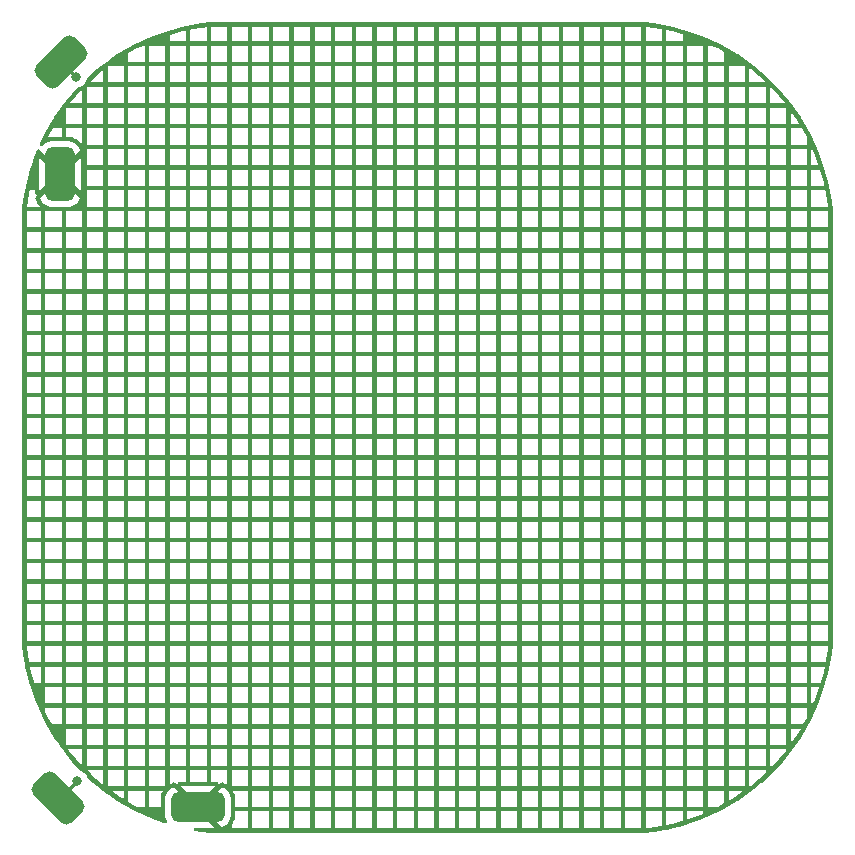
<source format=gbr>
%TF.GenerationSoftware,KiCad,Pcbnew,7.0.9*%
%TF.CreationDate,2024-12-03T14:46:30-06:00*%
%TF.ProjectId,GVH_TouchPad,4756485f-546f-4756-9368-5061642e6b69,v0.1*%
%TF.SameCoordinates,Original*%
%TF.FileFunction,Copper,L2,Bot*%
%TF.FilePolarity,Positive*%
%FSLAX46Y46*%
G04 Gerber Fmt 4.6, Leading zero omitted, Abs format (unit mm)*
G04 Created by KiCad (PCBNEW 7.0.9) date 2024-12-03 14:46:30*
%MOMM*%
%LPD*%
G01*
G04 APERTURE LIST*
G04 Aperture macros list*
%AMRoundRect*
0 Rectangle with rounded corners*
0 $1 Rounding radius*
0 $2 $3 $4 $5 $6 $7 $8 $9 X,Y pos of 4 corners*
0 Add a 4 corners polygon primitive as box body*
4,1,4,$2,$3,$4,$5,$6,$7,$8,$9,$2,$3,0*
0 Add four circle primitives for the rounded corners*
1,1,$1+$1,$2,$3*
1,1,$1+$1,$4,$5*
1,1,$1+$1,$6,$7*
1,1,$1+$1,$8,$9*
0 Add four rect primitives between the rounded corners*
20,1,$1+$1,$2,$3,$4,$5,0*
20,1,$1+$1,$4,$5,$6,$7,0*
20,1,$1+$1,$6,$7,$8,$9,0*
20,1,$1+$1,$8,$9,$2,$3,0*%
G04 Aperture macros list end*
%TA.AperFunction,SMDPad,CuDef*%
%ADD10RoundRect,0.635000X-0.718420X-1.616446X1.616446X0.718420X0.718420X1.616446X-1.616446X-0.718420X0*%
%TD*%
%TA.AperFunction,SMDPad,CuDef*%
%ADD11RoundRect,0.635000X-1.616446X0.718420X0.718420X-1.616446X1.616446X-0.718420X-0.718420X1.616446X0*%
%TD*%
%TA.AperFunction,SMDPad,CuDef*%
%ADD12RoundRect,0.635000X0.635000X-1.651000X0.635000X1.651000X-0.635000X1.651000X-0.635000X-1.651000X0*%
%TD*%
%TA.AperFunction,SMDPad,CuDef*%
%ADD13RoundRect,0.635000X-1.651000X-0.635000X1.651000X-0.635000X1.651000X0.635000X-1.651000X0.635000X0*%
%TD*%
%TA.AperFunction,ViaPad*%
%ADD14C,0.800000*%
%TD*%
%TA.AperFunction,Conductor*%
%ADD15C,0.254000*%
%TD*%
G04 APERTURE END LIST*
D10*
%TO.P,J5,1,Pin_1*%
%TO.N,TOUCH*%
X105029000Y-54229000D03*
%TD*%
D11*
%TO.P,J4,1,Pin_1*%
%TO.N,TOUCH*%
X104775000Y-116586000D03*
%TD*%
D12*
%TO.P,J2,1,Pin_1*%
%TO.N,GND*%
X104902000Y-63754000D03*
%TD*%
D13*
%TO.P,J1,1,Pin_1*%
%TO.N,GND*%
X116586000Y-117348000D03*
%TD*%
D14*
%TO.N,TOUCH*%
X106362500Y-115125500D03*
X106299000Y-55499000D03*
%TD*%
D15*
%TO.N,TOUCH*%
X105410000Y-116078000D02*
X106362500Y-115125500D01*
X105029000Y-54229000D02*
X106299000Y-55499000D01*
%TD*%
%TA.AperFunction,Conductor*%
%TO.N,GND*%
G36*
X154276269Y-50875658D02*
G01*
X154280755Y-50875978D01*
X154342646Y-50880405D01*
X154345554Y-50880683D01*
X155182921Y-50980803D01*
X155185779Y-50981214D01*
X156017453Y-51121066D01*
X156020286Y-51121612D01*
X156844367Y-51300879D01*
X156847208Y-51301569D01*
X157661800Y-51519838D01*
X157664607Y-51520663D01*
X158467889Y-51777444D01*
X158470640Y-51778397D01*
X159260784Y-52073106D01*
X159263524Y-52074203D01*
X160038713Y-52406158D01*
X160041398Y-52407384D01*
X160799948Y-52775865D01*
X160802570Y-52777217D01*
X161542719Y-53181368D01*
X161545262Y-53182837D01*
X162265336Y-53621745D01*
X162267786Y-53623319D01*
X162966189Y-54096012D01*
X162968590Y-54097722D01*
X163643704Y-54603105D01*
X163645993Y-54604906D01*
X164296290Y-55141837D01*
X164298512Y-55143762D01*
X164660234Y-55472589D01*
X164922519Y-55711022D01*
X164924633Y-55713037D01*
X165520961Y-56309365D01*
X165522977Y-56311480D01*
X166090230Y-56935479D01*
X166092162Y-56937709D01*
X166629093Y-57588006D01*
X166630898Y-57590301D01*
X166754116Y-57754900D01*
X167136275Y-58265406D01*
X167137987Y-58267810D01*
X167610673Y-58966202D01*
X167612254Y-58968663D01*
X168051162Y-59688737D01*
X168052638Y-59691293D01*
X168456781Y-60431427D01*
X168458134Y-60434051D01*
X168826615Y-61192601D01*
X168827841Y-61195286D01*
X169159796Y-61970475D01*
X169160893Y-61973215D01*
X169455602Y-62763359D01*
X169456563Y-62766134D01*
X169535382Y-63012700D01*
X169713332Y-63569379D01*
X169714164Y-63572211D01*
X169932430Y-64386791D01*
X169933126Y-64389659D01*
X170102975Y-65170446D01*
X170112378Y-65213668D01*
X170112936Y-65216566D01*
X170252780Y-66048185D01*
X170253200Y-66051107D01*
X170353315Y-66888438D01*
X170353596Y-66891375D01*
X170358342Y-66957727D01*
X170358500Y-66962152D01*
X170358500Y-103471846D01*
X170358342Y-103476271D01*
X170353596Y-103542624D01*
X170353315Y-103545561D01*
X170253200Y-104382892D01*
X170252780Y-104385814D01*
X170112936Y-105217433D01*
X170112378Y-105220331D01*
X169933126Y-106044340D01*
X169932430Y-106047208D01*
X169714164Y-106861788D01*
X169713332Y-106864620D01*
X169456568Y-107667851D01*
X169455602Y-107670640D01*
X169160893Y-108460784D01*
X169159796Y-108463524D01*
X168827841Y-109238713D01*
X168826615Y-109241398D01*
X168458134Y-109999948D01*
X168456781Y-110002572D01*
X168052638Y-110742706D01*
X168051162Y-110745262D01*
X167612254Y-111465336D01*
X167610659Y-111467819D01*
X167137987Y-112166189D01*
X167136275Y-112168593D01*
X166630918Y-112843673D01*
X166629093Y-112845993D01*
X166092162Y-113496290D01*
X166090230Y-113498520D01*
X165522977Y-114122519D01*
X165520941Y-114124655D01*
X164924655Y-114720941D01*
X164922519Y-114722977D01*
X164298520Y-115290230D01*
X164296290Y-115292162D01*
X163645993Y-115829093D01*
X163643673Y-115830918D01*
X162968593Y-116336275D01*
X162966189Y-116337987D01*
X162267819Y-116810659D01*
X162265336Y-116812254D01*
X161545262Y-117251162D01*
X161542706Y-117252638D01*
X160802572Y-117656781D01*
X160799948Y-117658134D01*
X160041398Y-118026615D01*
X160038713Y-118027841D01*
X159263524Y-118359796D01*
X159260784Y-118360893D01*
X158470640Y-118655602D01*
X158467851Y-118656568D01*
X157664620Y-118913332D01*
X157661788Y-118914164D01*
X156847208Y-119132430D01*
X156844340Y-119133126D01*
X156259979Y-119260245D01*
X156020326Y-119312378D01*
X156017433Y-119312936D01*
X155185814Y-119452780D01*
X155182892Y-119453200D01*
X154345561Y-119553315D01*
X154342624Y-119553596D01*
X154293937Y-119557078D01*
X154276268Y-119558342D01*
X154271846Y-119558500D01*
X117762154Y-119558500D01*
X117757731Y-119558342D01*
X117735962Y-119556785D01*
X117691375Y-119553596D01*
X117688438Y-119553315D01*
X116851107Y-119453200D01*
X116848185Y-119452780D01*
X116321907Y-119364282D01*
X116259060Y-119333753D01*
X116222695Y-119274093D01*
X116224358Y-119204243D01*
X116263520Y-119146380D01*
X116327749Y-119118876D01*
X116342470Y-119117999D01*
X118002445Y-119117999D01*
X118002445Y-119117998D01*
X117980347Y-119095900D01*
X119449500Y-119095900D01*
X120823100Y-119095900D01*
X120823100Y-117722300D01*
X121202100Y-117722300D01*
X121202100Y-119095900D01*
X122575700Y-119095900D01*
X122575700Y-117722300D01*
X122954700Y-117722300D01*
X122954700Y-119095900D01*
X124328300Y-119095900D01*
X124328300Y-117722300D01*
X124707300Y-117722300D01*
X124707300Y-119095900D01*
X126080900Y-119095900D01*
X126080900Y-117722300D01*
X126459900Y-117722300D01*
X126459900Y-119095900D01*
X127833500Y-119095900D01*
X127833500Y-117722300D01*
X128212500Y-117722300D01*
X128212500Y-119095900D01*
X129586100Y-119095900D01*
X129586100Y-117722300D01*
X129965100Y-117722300D01*
X129965100Y-119095900D01*
X131338700Y-119095900D01*
X131338700Y-117722300D01*
X131717700Y-117722300D01*
X131717700Y-119095900D01*
X133091300Y-119095900D01*
X133091300Y-117722300D01*
X133470300Y-117722300D01*
X133470300Y-119095900D01*
X134843900Y-119095900D01*
X134843900Y-117722300D01*
X135222900Y-117722300D01*
X135222900Y-119095900D01*
X136596500Y-119095900D01*
X136596500Y-117722300D01*
X136975500Y-117722300D01*
X136975500Y-119095900D01*
X138349100Y-119095900D01*
X138349100Y-117722300D01*
X138728100Y-117722300D01*
X138728100Y-119095900D01*
X140101700Y-119095900D01*
X140101700Y-117722300D01*
X140480700Y-117722300D01*
X140480700Y-119095900D01*
X141854300Y-119095900D01*
X141854300Y-117722300D01*
X142233300Y-117722300D01*
X142233300Y-119095900D01*
X143606900Y-119095900D01*
X143606900Y-117722300D01*
X143985900Y-117722300D01*
X143985900Y-119095900D01*
X145359500Y-119095900D01*
X145359500Y-117722300D01*
X145738500Y-117722300D01*
X145738500Y-119095900D01*
X147112100Y-119095900D01*
X147112100Y-117722300D01*
X147491100Y-117722300D01*
X147491100Y-119095900D01*
X148864700Y-119095900D01*
X148864700Y-117722300D01*
X149243700Y-117722300D01*
X149243700Y-119095900D01*
X150617300Y-119095900D01*
X150617300Y-117722300D01*
X150996300Y-117722300D01*
X150996300Y-119095900D01*
X152369900Y-119095900D01*
X152369900Y-117722300D01*
X152748900Y-117722300D01*
X152748900Y-119095900D01*
X154122500Y-119095900D01*
X154122500Y-117722300D01*
X154501500Y-117722300D01*
X154501500Y-119095900D01*
X154978814Y-119095900D01*
X155130417Y-119077773D01*
X155875100Y-118952549D01*
X155875100Y-117722300D01*
X156254100Y-117722300D01*
X156254100Y-118873659D01*
X156756395Y-118764392D01*
X157556400Y-118550032D01*
X157627700Y-118527240D01*
X157627700Y-117722300D01*
X158006700Y-117722300D01*
X158006700Y-118406086D01*
X158345265Y-118297859D01*
X159121273Y-118008422D01*
X159380300Y-117897500D01*
X159380300Y-117722300D01*
X158006700Y-117722300D01*
X157627700Y-117722300D01*
X156254100Y-117722300D01*
X155875100Y-117722300D01*
X154501500Y-117722300D01*
X154122500Y-117722300D01*
X152748900Y-117722300D01*
X152369900Y-117722300D01*
X150996300Y-117722300D01*
X150617300Y-117722300D01*
X149243700Y-117722300D01*
X148864700Y-117722300D01*
X147491100Y-117722300D01*
X147112100Y-117722300D01*
X145738500Y-117722300D01*
X145359500Y-117722300D01*
X143985900Y-117722300D01*
X143606900Y-117722300D01*
X142233300Y-117722300D01*
X141854300Y-117722300D01*
X140480700Y-117722300D01*
X140101700Y-117722300D01*
X138728100Y-117722300D01*
X138349100Y-117722300D01*
X136975500Y-117722300D01*
X136596500Y-117722300D01*
X135222900Y-117722300D01*
X134843900Y-117722300D01*
X133470300Y-117722300D01*
X133091300Y-117722300D01*
X131717700Y-117722300D01*
X131338700Y-117722300D01*
X129965100Y-117722300D01*
X129586100Y-117722300D01*
X128212500Y-117722300D01*
X127833500Y-117722300D01*
X126459900Y-117722300D01*
X126080900Y-117722300D01*
X124707300Y-117722300D01*
X124328300Y-117722300D01*
X122954700Y-117722300D01*
X122575700Y-117722300D01*
X121202100Y-117722300D01*
X120823100Y-117722300D01*
X119751000Y-117722300D01*
X119751000Y-118075319D01*
X119750664Y-118086590D01*
X119746851Y-118150613D01*
X119745883Y-118160426D01*
X119743230Y-118179696D01*
X119741507Y-118189412D01*
X119691131Y-118420983D01*
X119690438Y-118423843D01*
X119688061Y-118432717D01*
X119687228Y-118435555D01*
X119680832Y-118455566D01*
X119679865Y-118458358D01*
X119676653Y-118466968D01*
X119675557Y-118469706D01*
X119581962Y-118688268D01*
X119580737Y-118690951D01*
X119576723Y-118699216D01*
X119575370Y-118701840D01*
X119565305Y-118720271D01*
X119563833Y-118722822D01*
X119559052Y-118730667D01*
X119557454Y-118733155D01*
X119449500Y-118892657D01*
X119449500Y-119095900D01*
X117980347Y-119095900D01*
X116232447Y-117348000D01*
X116939553Y-117348000D01*
X118637666Y-119046113D01*
X118783416Y-118983699D01*
X118783426Y-118983693D01*
X118962924Y-118862207D01*
X118962933Y-118862199D01*
X119116199Y-118708933D01*
X119116207Y-118708924D01*
X119237693Y-118529426D01*
X119237699Y-118529416D01*
X119323023Y-118330167D01*
X119323025Y-118330160D01*
X119369099Y-118118364D01*
X119372000Y-118069671D01*
X119372000Y-118069670D01*
X119371999Y-116626332D01*
X119369098Y-116577636D01*
X119323025Y-116365839D01*
X119323023Y-116365832D01*
X119237699Y-116166583D01*
X119237693Y-116166573D01*
X119116207Y-115987075D01*
X119116199Y-115987066D01*
X119098833Y-115969700D01*
X119561713Y-115969700D01*
X119563833Y-115973178D01*
X119565305Y-115975729D01*
X119575370Y-115994160D01*
X119576723Y-115996784D01*
X119580737Y-116005049D01*
X119581962Y-116007732D01*
X119675557Y-116226294D01*
X119676653Y-116229032D01*
X119679865Y-116237642D01*
X119680832Y-116240434D01*
X119687228Y-116260445D01*
X119688061Y-116263283D01*
X119690438Y-116272157D01*
X119691131Y-116275017D01*
X119741507Y-116506590D01*
X119743230Y-116516307D01*
X119745883Y-116535579D01*
X119746851Y-116545392D01*
X119750663Y-116609413D01*
X119750999Y-116620680D01*
X119751000Y-117343300D01*
X120823100Y-117343300D01*
X120823100Y-115969700D01*
X121202100Y-115969700D01*
X121202100Y-117343300D01*
X122575700Y-117343300D01*
X122575700Y-115969700D01*
X122954700Y-115969700D01*
X122954700Y-117343300D01*
X124328300Y-117343300D01*
X124328300Y-115969700D01*
X124707300Y-115969700D01*
X124707300Y-117343300D01*
X126080900Y-117343300D01*
X126080900Y-115969700D01*
X126459900Y-115969700D01*
X126459900Y-117343300D01*
X127833500Y-117343300D01*
X127833500Y-115969700D01*
X128212500Y-115969700D01*
X128212500Y-117343300D01*
X129586100Y-117343300D01*
X129586100Y-115969700D01*
X129965100Y-115969700D01*
X129965100Y-117343300D01*
X131338700Y-117343300D01*
X131338700Y-115969700D01*
X131717700Y-115969700D01*
X131717700Y-117343300D01*
X133091300Y-117343300D01*
X133091300Y-115969700D01*
X133470300Y-115969700D01*
X133470300Y-117343300D01*
X134843900Y-117343300D01*
X134843900Y-115969700D01*
X135222900Y-115969700D01*
X135222900Y-117343300D01*
X136596500Y-117343300D01*
X136596500Y-115969700D01*
X136975500Y-115969700D01*
X136975500Y-117343300D01*
X138349100Y-117343300D01*
X138349100Y-115969700D01*
X138728100Y-115969700D01*
X138728100Y-117343300D01*
X140101700Y-117343300D01*
X140101700Y-115969700D01*
X140480700Y-115969700D01*
X140480700Y-117343300D01*
X141854300Y-117343300D01*
X141854300Y-115969700D01*
X142233300Y-115969700D01*
X142233300Y-117343300D01*
X143606900Y-117343300D01*
X143606900Y-115969700D01*
X143985900Y-115969700D01*
X143985900Y-117343300D01*
X145359500Y-117343300D01*
X145359500Y-115969700D01*
X145738500Y-115969700D01*
X145738500Y-117343300D01*
X147112100Y-117343300D01*
X147112100Y-115969700D01*
X147491100Y-115969700D01*
X147491100Y-117343300D01*
X148864700Y-117343300D01*
X148864700Y-115969700D01*
X149243700Y-115969700D01*
X149243700Y-117343300D01*
X150617300Y-117343300D01*
X150617300Y-115969700D01*
X150996300Y-115969700D01*
X150996300Y-117343300D01*
X152369900Y-117343300D01*
X152369900Y-115969700D01*
X152748900Y-115969700D01*
X152748900Y-117343300D01*
X154122500Y-117343300D01*
X154122500Y-115969700D01*
X154501500Y-115969700D01*
X154501500Y-117343300D01*
X155875100Y-117343300D01*
X155875100Y-115969700D01*
X156254100Y-115969700D01*
X156254100Y-117343300D01*
X157627700Y-117343300D01*
X157627700Y-115969700D01*
X158006700Y-115969700D01*
X158006700Y-117343300D01*
X159380300Y-117343300D01*
X159380300Y-115969700D01*
X159759300Y-115969700D01*
X159759300Y-117343300D01*
X160580672Y-117343300D01*
X160627565Y-117320520D01*
X161132900Y-117044586D01*
X161132900Y-115969700D01*
X161511900Y-115969700D01*
X161511900Y-116827641D01*
X162061617Y-116492571D01*
X162747520Y-116028338D01*
X162825852Y-115969700D01*
X161511900Y-115969700D01*
X161132900Y-115969700D01*
X159759300Y-115969700D01*
X159380300Y-115969700D01*
X158006700Y-115969700D01*
X157627700Y-115969700D01*
X156254100Y-115969700D01*
X155875100Y-115969700D01*
X154501500Y-115969700D01*
X154122500Y-115969700D01*
X152748900Y-115969700D01*
X152369900Y-115969700D01*
X150996300Y-115969700D01*
X150617300Y-115969700D01*
X149243700Y-115969700D01*
X148864700Y-115969700D01*
X147491100Y-115969700D01*
X147112100Y-115969700D01*
X145738500Y-115969700D01*
X145359500Y-115969700D01*
X143985900Y-115969700D01*
X143606900Y-115969700D01*
X142233300Y-115969700D01*
X141854300Y-115969700D01*
X140480700Y-115969700D01*
X140101700Y-115969700D01*
X138728100Y-115969700D01*
X138349100Y-115969700D01*
X136975500Y-115969700D01*
X136596500Y-115969700D01*
X135222900Y-115969700D01*
X134843900Y-115969700D01*
X133470300Y-115969700D01*
X133091300Y-115969700D01*
X131717700Y-115969700D01*
X131338700Y-115969700D01*
X129965100Y-115969700D01*
X129586100Y-115969700D01*
X128212500Y-115969700D01*
X127833500Y-115969700D01*
X126459900Y-115969700D01*
X126080900Y-115969700D01*
X124707300Y-115969700D01*
X124328300Y-115969700D01*
X122954700Y-115969700D01*
X122575700Y-115969700D01*
X121202100Y-115969700D01*
X120823100Y-115969700D01*
X119561713Y-115969700D01*
X119098833Y-115969700D01*
X118962933Y-115833800D01*
X118962924Y-115833792D01*
X118783419Y-115712301D01*
X118637665Y-115649886D01*
X116939553Y-117347999D01*
X116939553Y-117348000D01*
X116232447Y-117348000D01*
X114534333Y-115649886D01*
X114534332Y-115649886D01*
X114388580Y-115712301D01*
X114209075Y-115833792D01*
X114209066Y-115833800D01*
X114055800Y-115987066D01*
X114055792Y-115987075D01*
X113934306Y-116166573D01*
X113934300Y-116166583D01*
X113848976Y-116365832D01*
X113848974Y-116365839D01*
X113802900Y-116577635D01*
X113800000Y-116626329D01*
X113800000Y-116626330D01*
X113800001Y-118069668D01*
X113802901Y-118118363D01*
X113848974Y-118330160D01*
X113848976Y-118330167D01*
X113934300Y-118529416D01*
X113934307Y-118529428D01*
X113944944Y-118545144D01*
X113966219Y-118611696D01*
X113948135Y-118679185D01*
X113896435Y-118726183D01*
X113827533Y-118737770D01*
X113804498Y-118732759D01*
X113636901Y-118679185D01*
X113566134Y-118656563D01*
X113563359Y-118655602D01*
X112773215Y-118360893D01*
X112770475Y-118359796D01*
X111995286Y-118027841D01*
X111992601Y-118026615D01*
X111234051Y-117658134D01*
X111231427Y-117656781D01*
X110491293Y-117252638D01*
X110488737Y-117251162D01*
X109768663Y-116812254D01*
X109766202Y-116810673D01*
X109067810Y-116337987D01*
X109065406Y-116336275D01*
X108918488Y-116226294D01*
X108575719Y-115969700D01*
X109208146Y-115969700D01*
X109286477Y-116028338D01*
X109972380Y-116492571D01*
X110307500Y-116696837D01*
X110307500Y-115969700D01*
X110686500Y-115969700D01*
X110686500Y-116927407D01*
X111406432Y-117320520D01*
X111453326Y-117343300D01*
X112060100Y-117343300D01*
X112060100Y-115969700D01*
X112439100Y-115969700D01*
X112439100Y-117343300D01*
X113421001Y-117343300D01*
X113421000Y-116620681D01*
X113421336Y-116609410D01*
X113425149Y-116545387D01*
X113426117Y-116535574D01*
X113428770Y-116516304D01*
X113430493Y-116506588D01*
X113480869Y-116275017D01*
X113481562Y-116272157D01*
X113483939Y-116263283D01*
X113484772Y-116260445D01*
X113491168Y-116240434D01*
X113492135Y-116237642D01*
X113495347Y-116229032D01*
X113496443Y-116226294D01*
X113590038Y-116007732D01*
X113591263Y-116005049D01*
X113595277Y-115996784D01*
X113596630Y-115994160D01*
X113606695Y-115975729D01*
X113608167Y-115973178D01*
X113610287Y-115969700D01*
X112439100Y-115969700D01*
X112060100Y-115969700D01*
X110686500Y-115969700D01*
X110307500Y-115969700D01*
X109208146Y-115969700D01*
X108575719Y-115969700D01*
X108390301Y-115830898D01*
X108388006Y-115829093D01*
X107737709Y-115292162D01*
X107735479Y-115290230D01*
X107722898Y-115278793D01*
X107231019Y-114831646D01*
X107196500Y-114778210D01*
X107189679Y-114757216D01*
X107189677Y-114757212D01*
X107095034Y-114593285D01*
X106968370Y-114452611D01*
X106815234Y-114341351D01*
X106815229Y-114341348D01*
X106682146Y-114282095D01*
X106644901Y-114256497D01*
X106605504Y-114217100D01*
X107266310Y-114217100D01*
X107384416Y-114348269D01*
X107386529Y-114350743D01*
X107392887Y-114358597D01*
X107394857Y-114361165D01*
X107408435Y-114379851D01*
X107410273Y-114382525D01*
X107415780Y-114391004D01*
X107417479Y-114393776D01*
X107523680Y-114577723D01*
X107525230Y-114580578D01*
X107529820Y-114589587D01*
X107531075Y-114592219D01*
X107984828Y-115004707D01*
X108554900Y-115475398D01*
X108554900Y-114217100D01*
X108933900Y-114217100D01*
X108933900Y-115590700D01*
X110307500Y-115590700D01*
X110307500Y-114217100D01*
X110686500Y-114217100D01*
X110686500Y-115590700D01*
X112060100Y-115590700D01*
X112060100Y-114217100D01*
X112439100Y-114217100D01*
X112439100Y-115590700D01*
X113812700Y-115590700D01*
X113812700Y-115578000D01*
X115169553Y-115578000D01*
X116586000Y-116994446D01*
X116586001Y-116994446D01*
X118002445Y-115578000D01*
X115169553Y-115578000D01*
X113812700Y-115578000D01*
X113812700Y-114217100D01*
X114191700Y-114217100D01*
X114191700Y-115388286D01*
X114195171Y-115386171D01*
X114197720Y-115384700D01*
X114216146Y-115374637D01*
X114218766Y-115373286D01*
X114227034Y-115369269D01*
X114229725Y-115368039D01*
X114438132Y-115278793D01*
X114473690Y-115269491D01*
X114512728Y-115265294D01*
X114549451Y-115266825D01*
X114662667Y-115288646D01*
X114697325Y-115300873D01*
X114732007Y-115319278D01*
X114761562Y-115341129D01*
X114829359Y-115408926D01*
X114866318Y-115319702D01*
X114910159Y-115265299D01*
X114911989Y-115264053D01*
X114978072Y-115219898D01*
X115044749Y-115199020D01*
X115046962Y-115199000D01*
X115565300Y-115199000D01*
X115565300Y-114217100D01*
X115944300Y-114217100D01*
X115944300Y-115199000D01*
X117317900Y-115199000D01*
X117317900Y-114217100D01*
X117696900Y-114217100D01*
X117696900Y-115199000D01*
X118125037Y-115199000D01*
X118192076Y-115218685D01*
X118193927Y-115219898D01*
X118260010Y-115264053D01*
X118304816Y-115317665D01*
X118305681Y-115319702D01*
X118342639Y-115408926D01*
X118410437Y-115341129D01*
X118439992Y-115319278D01*
X118474674Y-115300873D01*
X118509332Y-115288646D01*
X118622546Y-115266825D01*
X118659269Y-115265294D01*
X118698307Y-115269491D01*
X118733865Y-115278793D01*
X118942272Y-115368038D01*
X118944959Y-115369266D01*
X118953228Y-115373283D01*
X118955852Y-115374636D01*
X118974280Y-115384700D01*
X118976829Y-115386171D01*
X118984670Y-115390950D01*
X118987157Y-115392548D01*
X119070500Y-115448955D01*
X119070500Y-114217100D01*
X119449500Y-114217100D01*
X119449500Y-115590700D01*
X120823100Y-115590700D01*
X120823100Y-114217100D01*
X121202100Y-114217100D01*
X121202100Y-115590700D01*
X122575700Y-115590700D01*
X122575700Y-114217100D01*
X122954700Y-114217100D01*
X122954700Y-115590700D01*
X124328300Y-115590700D01*
X124328300Y-114217100D01*
X124707300Y-114217100D01*
X124707300Y-115590700D01*
X126080900Y-115590700D01*
X126080900Y-114217100D01*
X126459900Y-114217100D01*
X126459900Y-115590700D01*
X127833500Y-115590700D01*
X127833500Y-114217100D01*
X128212500Y-114217100D01*
X128212500Y-115590700D01*
X129586100Y-115590700D01*
X129586100Y-114217100D01*
X129965100Y-114217100D01*
X129965100Y-115590700D01*
X131338700Y-115590700D01*
X131338700Y-114217100D01*
X131717700Y-114217100D01*
X131717700Y-115590700D01*
X133091300Y-115590700D01*
X133091300Y-114217100D01*
X133470300Y-114217100D01*
X133470300Y-115590700D01*
X134843900Y-115590700D01*
X134843900Y-114217100D01*
X135222900Y-114217100D01*
X135222900Y-115590700D01*
X136596500Y-115590700D01*
X136596500Y-114217100D01*
X136975500Y-114217100D01*
X136975500Y-115590700D01*
X138349100Y-115590700D01*
X138349100Y-114217100D01*
X138728100Y-114217100D01*
X138728100Y-115590700D01*
X140101700Y-115590700D01*
X140101700Y-114217100D01*
X140480700Y-114217100D01*
X140480700Y-115590700D01*
X141854300Y-115590700D01*
X141854300Y-114217100D01*
X142233300Y-114217100D01*
X142233300Y-115590700D01*
X143606900Y-115590700D01*
X143606900Y-114217100D01*
X143985900Y-114217100D01*
X143985900Y-115590700D01*
X145359500Y-115590700D01*
X145359500Y-114217100D01*
X145738500Y-114217100D01*
X145738500Y-115590700D01*
X147112100Y-115590700D01*
X147112100Y-114217100D01*
X147491100Y-114217100D01*
X147491100Y-115590700D01*
X148864700Y-115590700D01*
X148864700Y-114217100D01*
X149243700Y-114217100D01*
X149243700Y-115590700D01*
X150617300Y-115590700D01*
X150617300Y-114217100D01*
X150996300Y-114217100D01*
X150996300Y-115590700D01*
X152369900Y-115590700D01*
X152369900Y-114217100D01*
X152748900Y-114217100D01*
X152748900Y-115590700D01*
X154122500Y-115590700D01*
X154122500Y-114217100D01*
X154501500Y-114217100D01*
X154501500Y-115590700D01*
X155875100Y-115590700D01*
X155875100Y-114217100D01*
X156254100Y-114217100D01*
X156254100Y-115590700D01*
X157627700Y-115590700D01*
X157627700Y-114217100D01*
X158006700Y-114217100D01*
X158006700Y-115590700D01*
X159380300Y-115590700D01*
X159380300Y-114217100D01*
X159759300Y-114217100D01*
X159759300Y-115590700D01*
X161132900Y-115590700D01*
X161132900Y-114217100D01*
X161511900Y-114217100D01*
X161511900Y-115590700D01*
X162885500Y-115590700D01*
X162885500Y-114217100D01*
X163264500Y-114217100D01*
X163264500Y-115590700D01*
X163332138Y-115590700D01*
X163410491Y-115532045D01*
X164049169Y-115004707D01*
X164638100Y-114469334D01*
X164638100Y-114217100D01*
X163264500Y-114217100D01*
X162885500Y-114217100D01*
X161511900Y-114217100D01*
X161132900Y-114217100D01*
X159759300Y-114217100D01*
X159380300Y-114217100D01*
X158006700Y-114217100D01*
X157627700Y-114217100D01*
X156254100Y-114217100D01*
X155875100Y-114217100D01*
X154501500Y-114217100D01*
X154122500Y-114217100D01*
X152748900Y-114217100D01*
X152369900Y-114217100D01*
X150996300Y-114217100D01*
X150617300Y-114217100D01*
X149243700Y-114217100D01*
X148864700Y-114217100D01*
X147491100Y-114217100D01*
X147112100Y-114217100D01*
X145738500Y-114217100D01*
X145359500Y-114217100D01*
X143985900Y-114217100D01*
X143606900Y-114217100D01*
X142233300Y-114217100D01*
X141854300Y-114217100D01*
X140480700Y-114217100D01*
X140101700Y-114217100D01*
X138728100Y-114217100D01*
X138349100Y-114217100D01*
X136975500Y-114217100D01*
X136596500Y-114217100D01*
X135222900Y-114217100D01*
X134843900Y-114217100D01*
X133470300Y-114217100D01*
X133091300Y-114217100D01*
X131717700Y-114217100D01*
X131338700Y-114217100D01*
X129965100Y-114217100D01*
X129586100Y-114217100D01*
X128212500Y-114217100D01*
X127833500Y-114217100D01*
X126459900Y-114217100D01*
X126080900Y-114217100D01*
X124707300Y-114217100D01*
X124328300Y-114217100D01*
X122954700Y-114217100D01*
X122575700Y-114217100D01*
X121202100Y-114217100D01*
X120823100Y-114217100D01*
X119449500Y-114217100D01*
X119070500Y-114217100D01*
X117696900Y-114217100D01*
X117317900Y-114217100D01*
X115944300Y-114217100D01*
X115565300Y-114217100D01*
X114191700Y-114217100D01*
X113812700Y-114217100D01*
X112439100Y-114217100D01*
X112060100Y-114217100D01*
X110686500Y-114217100D01*
X110307500Y-114217100D01*
X108933900Y-114217100D01*
X108554900Y-114217100D01*
X107266310Y-114217100D01*
X106605504Y-114217100D01*
X106513037Y-114124633D01*
X106511022Y-114122519D01*
X105943769Y-113498520D01*
X105941837Y-113496290D01*
X105404906Y-112845993D01*
X105403105Y-112843704D01*
X105119237Y-112464500D01*
X105592665Y-112464500D01*
X105701952Y-112610491D01*
X106229290Y-113249169D01*
X106764664Y-113838100D01*
X106802300Y-113838100D01*
X106802300Y-112464500D01*
X107181300Y-112464500D01*
X107181300Y-113838100D01*
X108554900Y-113838100D01*
X108554900Y-112464500D01*
X108933900Y-112464500D01*
X108933900Y-113838100D01*
X110307500Y-113838100D01*
X110307500Y-112464500D01*
X110686500Y-112464500D01*
X110686500Y-113838100D01*
X112060100Y-113838100D01*
X112060100Y-112464500D01*
X112439100Y-112464500D01*
X112439100Y-113838100D01*
X113812700Y-113838100D01*
X113812700Y-112464500D01*
X114191700Y-112464500D01*
X114191700Y-113838100D01*
X115565300Y-113838100D01*
X115565300Y-112464500D01*
X115944300Y-112464500D01*
X115944300Y-113838100D01*
X117317900Y-113838100D01*
X117317900Y-112464500D01*
X117696900Y-112464500D01*
X117696900Y-113838100D01*
X119070500Y-113838100D01*
X119070500Y-112464500D01*
X119449500Y-112464500D01*
X119449500Y-113838100D01*
X120823100Y-113838100D01*
X120823100Y-112464500D01*
X121202100Y-112464500D01*
X121202100Y-113838100D01*
X122575700Y-113838100D01*
X122575700Y-112464500D01*
X122954700Y-112464500D01*
X122954700Y-113838100D01*
X124328300Y-113838100D01*
X124328300Y-112464500D01*
X124707300Y-112464500D01*
X124707300Y-113838100D01*
X126080900Y-113838100D01*
X126080900Y-112464500D01*
X126459900Y-112464500D01*
X126459900Y-113838100D01*
X127833500Y-113838100D01*
X127833500Y-112464500D01*
X128212500Y-112464500D01*
X128212500Y-113838100D01*
X129586100Y-113838100D01*
X129586100Y-112464500D01*
X129965100Y-112464500D01*
X129965100Y-113838100D01*
X131338700Y-113838100D01*
X131338700Y-112464500D01*
X131717700Y-112464500D01*
X131717700Y-113838100D01*
X133091300Y-113838100D01*
X133091300Y-112464500D01*
X133470300Y-112464500D01*
X133470300Y-113838100D01*
X134843900Y-113838100D01*
X134843900Y-112464500D01*
X135222900Y-112464500D01*
X135222900Y-113838100D01*
X136596500Y-113838100D01*
X136596500Y-112464500D01*
X136975500Y-112464500D01*
X136975500Y-113838100D01*
X138349100Y-113838100D01*
X138349100Y-112464500D01*
X138728100Y-112464500D01*
X138728100Y-113838100D01*
X140101700Y-113838100D01*
X140101700Y-112464500D01*
X140480700Y-112464500D01*
X140480700Y-113838100D01*
X141854300Y-113838100D01*
X141854300Y-112464500D01*
X142233300Y-112464500D01*
X142233300Y-113838100D01*
X143606900Y-113838100D01*
X143606900Y-112464500D01*
X143985900Y-112464500D01*
X143985900Y-113838100D01*
X145359500Y-113838100D01*
X145359500Y-112464500D01*
X145738500Y-112464500D01*
X145738500Y-113838100D01*
X147112100Y-113838100D01*
X147112100Y-112464500D01*
X147491100Y-112464500D01*
X147491100Y-113838100D01*
X148864700Y-113838100D01*
X148864700Y-112464500D01*
X149243700Y-112464500D01*
X149243700Y-113838100D01*
X150617300Y-113838100D01*
X150617300Y-112464500D01*
X150996300Y-112464500D01*
X150996300Y-113838100D01*
X152369900Y-113838100D01*
X152369900Y-112464500D01*
X152748900Y-112464500D01*
X152748900Y-113838100D01*
X154122500Y-113838100D01*
X154122500Y-112464500D01*
X154501500Y-112464500D01*
X154501500Y-113838100D01*
X155875100Y-113838100D01*
X155875100Y-112464500D01*
X156254100Y-112464500D01*
X156254100Y-113838100D01*
X157627700Y-113838100D01*
X157627700Y-112464500D01*
X158006700Y-112464500D01*
X158006700Y-113838100D01*
X159380300Y-113838100D01*
X159380300Y-112464500D01*
X159759300Y-112464500D01*
X159759300Y-113838100D01*
X161132900Y-113838100D01*
X161132900Y-112464500D01*
X161511900Y-112464500D01*
X161511900Y-113838100D01*
X162885500Y-113838100D01*
X162885500Y-112464500D01*
X163264500Y-112464500D01*
X163264500Y-113838100D01*
X164638100Y-113838100D01*
X164638100Y-112464500D01*
X165017100Y-112464500D01*
X165017100Y-113838100D01*
X165269334Y-113838100D01*
X165804707Y-113249169D01*
X166332045Y-112610491D01*
X166390700Y-112532137D01*
X166390700Y-112464500D01*
X165017100Y-112464500D01*
X164638100Y-112464500D01*
X163264500Y-112464500D01*
X162885500Y-112464500D01*
X161511900Y-112464500D01*
X161132900Y-112464500D01*
X159759300Y-112464500D01*
X159380300Y-112464500D01*
X158006700Y-112464500D01*
X157627700Y-112464500D01*
X156254100Y-112464500D01*
X155875100Y-112464500D01*
X154501500Y-112464500D01*
X154122500Y-112464500D01*
X152748900Y-112464500D01*
X152369900Y-112464500D01*
X150996300Y-112464500D01*
X150617300Y-112464500D01*
X149243700Y-112464500D01*
X148864700Y-112464500D01*
X147491100Y-112464500D01*
X147112100Y-112464500D01*
X145738500Y-112464500D01*
X145359500Y-112464500D01*
X143985900Y-112464500D01*
X143606900Y-112464500D01*
X142233300Y-112464500D01*
X141854300Y-112464500D01*
X140480700Y-112464500D01*
X140101700Y-112464500D01*
X138728100Y-112464500D01*
X138349100Y-112464500D01*
X136975500Y-112464500D01*
X136596500Y-112464500D01*
X135222900Y-112464500D01*
X134843900Y-112464500D01*
X133470300Y-112464500D01*
X133091300Y-112464500D01*
X131717700Y-112464500D01*
X131338700Y-112464500D01*
X129965100Y-112464500D01*
X129586100Y-112464500D01*
X128212500Y-112464500D01*
X127833500Y-112464500D01*
X126459900Y-112464500D01*
X126080900Y-112464500D01*
X124707300Y-112464500D01*
X124328300Y-112464500D01*
X122954700Y-112464500D01*
X122575700Y-112464500D01*
X121202100Y-112464500D01*
X120823100Y-112464500D01*
X119449500Y-112464500D01*
X119070500Y-112464500D01*
X117696900Y-112464500D01*
X117317900Y-112464500D01*
X115944300Y-112464500D01*
X115565300Y-112464500D01*
X114191700Y-112464500D01*
X113812700Y-112464500D01*
X112439100Y-112464500D01*
X112060100Y-112464500D01*
X110686500Y-112464500D01*
X110307500Y-112464500D01*
X108933900Y-112464500D01*
X108554900Y-112464500D01*
X107181300Y-112464500D01*
X106802300Y-112464500D01*
X105592665Y-112464500D01*
X105119237Y-112464500D01*
X104897722Y-112168590D01*
X104896012Y-112166189D01*
X104801029Y-112025852D01*
X104423319Y-111467786D01*
X104421745Y-111465336D01*
X103982837Y-110745262D01*
X103981361Y-110742706D01*
X103964540Y-110711900D01*
X105428700Y-110711900D01*
X105428700Y-112085500D01*
X106802300Y-112085500D01*
X106802300Y-110711900D01*
X107181300Y-110711900D01*
X107181300Y-112085500D01*
X108554900Y-112085500D01*
X108554900Y-110711900D01*
X108933900Y-110711900D01*
X108933900Y-112085500D01*
X110307500Y-112085500D01*
X110307500Y-110711900D01*
X110686500Y-110711900D01*
X110686500Y-112085500D01*
X112060100Y-112085500D01*
X112060100Y-110711900D01*
X112439100Y-110711900D01*
X112439100Y-112085500D01*
X113812700Y-112085500D01*
X113812700Y-110711900D01*
X114191700Y-110711900D01*
X114191700Y-112085500D01*
X115565300Y-112085500D01*
X115565300Y-110711900D01*
X115944300Y-110711900D01*
X115944300Y-112085500D01*
X117317900Y-112085500D01*
X117317900Y-110711900D01*
X117696900Y-110711900D01*
X117696900Y-112085500D01*
X119070500Y-112085500D01*
X119070500Y-110711900D01*
X119449500Y-110711900D01*
X119449500Y-112085500D01*
X120823100Y-112085500D01*
X120823100Y-110711900D01*
X121202100Y-110711900D01*
X121202100Y-112085500D01*
X122575700Y-112085500D01*
X122575700Y-110711900D01*
X122954700Y-110711900D01*
X122954700Y-112085500D01*
X124328300Y-112085500D01*
X124328300Y-110711900D01*
X124707300Y-110711900D01*
X124707300Y-112085500D01*
X126080900Y-112085500D01*
X126080900Y-110711900D01*
X126459900Y-110711900D01*
X126459900Y-112085500D01*
X127833500Y-112085500D01*
X127833500Y-110711900D01*
X128212500Y-110711900D01*
X128212500Y-112085500D01*
X129586100Y-112085500D01*
X129586100Y-110711900D01*
X129965100Y-110711900D01*
X129965100Y-112085500D01*
X131338700Y-112085500D01*
X131338700Y-110711900D01*
X131717700Y-110711900D01*
X131717700Y-112085500D01*
X133091300Y-112085500D01*
X133091300Y-110711900D01*
X133470300Y-110711900D01*
X133470300Y-112085500D01*
X134843900Y-112085500D01*
X134843900Y-110711900D01*
X135222900Y-110711900D01*
X135222900Y-112085500D01*
X136596500Y-112085500D01*
X136596500Y-110711900D01*
X136975500Y-110711900D01*
X136975500Y-112085500D01*
X138349100Y-112085500D01*
X138349100Y-110711900D01*
X138728100Y-110711900D01*
X138728100Y-112085500D01*
X140101700Y-112085500D01*
X140101700Y-110711900D01*
X140480700Y-110711900D01*
X140480700Y-112085500D01*
X141854300Y-112085500D01*
X141854300Y-110711900D01*
X142233300Y-110711900D01*
X142233300Y-112085500D01*
X143606900Y-112085500D01*
X143606900Y-110711900D01*
X143985900Y-110711900D01*
X143985900Y-112085500D01*
X145359500Y-112085500D01*
X145359500Y-110711900D01*
X145738500Y-110711900D01*
X145738500Y-112085500D01*
X147112100Y-112085500D01*
X147112100Y-110711900D01*
X147491100Y-110711900D01*
X147491100Y-112085500D01*
X148864700Y-112085500D01*
X148864700Y-110711900D01*
X149243700Y-110711900D01*
X149243700Y-112085500D01*
X150617300Y-112085500D01*
X150617300Y-110711900D01*
X150996300Y-110711900D01*
X150996300Y-112085500D01*
X152369900Y-112085500D01*
X152369900Y-110711900D01*
X152748900Y-110711900D01*
X152748900Y-112085500D01*
X154122500Y-112085500D01*
X154122500Y-110711900D01*
X154501500Y-110711900D01*
X154501500Y-112085500D01*
X155875100Y-112085500D01*
X155875100Y-110711900D01*
X156254100Y-110711900D01*
X156254100Y-112085500D01*
X157627700Y-112085500D01*
X157627700Y-110711900D01*
X158006700Y-110711900D01*
X158006700Y-112085500D01*
X159380300Y-112085500D01*
X159380300Y-110711900D01*
X159759300Y-110711900D01*
X159759300Y-112085500D01*
X161132900Y-112085500D01*
X161132900Y-110711900D01*
X161511900Y-110711900D01*
X161511900Y-112085500D01*
X162885500Y-112085500D01*
X162885500Y-110711900D01*
X163264500Y-110711900D01*
X163264500Y-112085500D01*
X164638100Y-112085500D01*
X164638100Y-110711900D01*
X165017100Y-110711900D01*
X165017100Y-112085500D01*
X166390700Y-112085500D01*
X166390700Y-110711900D01*
X166769700Y-110711900D01*
X166769700Y-112025852D01*
X166828338Y-111947520D01*
X167292571Y-111261617D01*
X167627642Y-110711900D01*
X166769700Y-110711900D01*
X166390700Y-110711900D01*
X165017100Y-110711900D01*
X164638100Y-110711900D01*
X163264500Y-110711900D01*
X162885500Y-110711900D01*
X161511900Y-110711900D01*
X161132900Y-110711900D01*
X159759300Y-110711900D01*
X159380300Y-110711900D01*
X158006700Y-110711900D01*
X157627700Y-110711900D01*
X156254100Y-110711900D01*
X155875100Y-110711900D01*
X154501500Y-110711900D01*
X154122500Y-110711900D01*
X152748900Y-110711900D01*
X152369900Y-110711900D01*
X150996300Y-110711900D01*
X150617300Y-110711900D01*
X149243700Y-110711900D01*
X148864700Y-110711900D01*
X147491100Y-110711900D01*
X147112100Y-110711900D01*
X145738500Y-110711900D01*
X145359500Y-110711900D01*
X143985900Y-110711900D01*
X143606900Y-110711900D01*
X142233300Y-110711900D01*
X141854300Y-110711900D01*
X140480700Y-110711900D01*
X140101700Y-110711900D01*
X138728100Y-110711900D01*
X138349100Y-110711900D01*
X136975500Y-110711900D01*
X136596500Y-110711900D01*
X135222900Y-110711900D01*
X134843900Y-110711900D01*
X133470300Y-110711900D01*
X133091300Y-110711900D01*
X131717700Y-110711900D01*
X131338700Y-110711900D01*
X129965100Y-110711900D01*
X129586100Y-110711900D01*
X128212500Y-110711900D01*
X127833500Y-110711900D01*
X126459900Y-110711900D01*
X126080900Y-110711900D01*
X124707300Y-110711900D01*
X124328300Y-110711900D01*
X122954700Y-110711900D01*
X122575700Y-110711900D01*
X121202100Y-110711900D01*
X120823100Y-110711900D01*
X119449500Y-110711900D01*
X119070500Y-110711900D01*
X117696900Y-110711900D01*
X117317900Y-110711900D01*
X115944300Y-110711900D01*
X115565300Y-110711900D01*
X114191700Y-110711900D01*
X113812700Y-110711900D01*
X112439100Y-110711900D01*
X112060100Y-110711900D01*
X110686500Y-110711900D01*
X110307500Y-110711900D01*
X108933900Y-110711900D01*
X108554900Y-110711900D01*
X107181300Y-110711900D01*
X106802300Y-110711900D01*
X105428700Y-110711900D01*
X103964540Y-110711900D01*
X103757590Y-110332900D01*
X103577217Y-110002570D01*
X103575865Y-109999948D01*
X103207384Y-109241398D01*
X103206158Y-109238713D01*
X103086506Y-108959300D01*
X103676100Y-108959300D01*
X103676100Y-109338902D01*
X103913477Y-109827565D01*
X104189411Y-110332900D01*
X105049700Y-110332900D01*
X105049700Y-108959300D01*
X105428700Y-108959300D01*
X105428700Y-110332900D01*
X106802300Y-110332900D01*
X106802300Y-108959300D01*
X107181300Y-108959300D01*
X107181300Y-110332900D01*
X108554900Y-110332900D01*
X108554900Y-108959300D01*
X108933900Y-108959300D01*
X108933900Y-110332900D01*
X110307500Y-110332900D01*
X110307500Y-108959300D01*
X110686500Y-108959300D01*
X110686500Y-110332900D01*
X112060100Y-110332900D01*
X112060100Y-108959300D01*
X112439100Y-108959300D01*
X112439100Y-110332900D01*
X113812700Y-110332900D01*
X113812700Y-108959300D01*
X114191700Y-108959300D01*
X114191700Y-110332900D01*
X115565300Y-110332900D01*
X115565300Y-108959300D01*
X115944300Y-108959300D01*
X115944300Y-110332900D01*
X117317900Y-110332900D01*
X117317900Y-108959300D01*
X117696900Y-108959300D01*
X117696900Y-110332900D01*
X119070500Y-110332900D01*
X119070500Y-108959300D01*
X119449500Y-108959300D01*
X119449500Y-110332900D01*
X120823100Y-110332900D01*
X120823100Y-108959300D01*
X121202100Y-108959300D01*
X121202100Y-110332900D01*
X122575700Y-110332900D01*
X122575700Y-108959300D01*
X122954700Y-108959300D01*
X122954700Y-110332900D01*
X124328300Y-110332900D01*
X124328300Y-108959300D01*
X124707300Y-108959300D01*
X124707300Y-110332900D01*
X126080900Y-110332900D01*
X126080900Y-108959300D01*
X126459900Y-108959300D01*
X126459900Y-110332900D01*
X127833500Y-110332900D01*
X127833500Y-108959300D01*
X128212500Y-108959300D01*
X128212500Y-110332900D01*
X129586100Y-110332900D01*
X129586100Y-108959300D01*
X129965100Y-108959300D01*
X129965100Y-110332900D01*
X131338700Y-110332900D01*
X131338700Y-108959300D01*
X131717700Y-108959300D01*
X131717700Y-110332900D01*
X133091300Y-110332900D01*
X133091300Y-108959300D01*
X133470300Y-108959300D01*
X133470300Y-110332900D01*
X134843900Y-110332900D01*
X134843900Y-108959300D01*
X135222900Y-108959300D01*
X135222900Y-110332900D01*
X136596500Y-110332900D01*
X136596500Y-108959300D01*
X136975500Y-108959300D01*
X136975500Y-110332900D01*
X138349100Y-110332900D01*
X138349100Y-108959300D01*
X138728100Y-108959300D01*
X138728100Y-110332900D01*
X140101700Y-110332900D01*
X140101700Y-108959300D01*
X140480700Y-108959300D01*
X140480700Y-110332900D01*
X141854300Y-110332900D01*
X141854300Y-108959300D01*
X142233300Y-108959300D01*
X142233300Y-110332900D01*
X143606900Y-110332900D01*
X143606900Y-108959300D01*
X143985900Y-108959300D01*
X143985900Y-110332900D01*
X145359500Y-110332900D01*
X145359500Y-108959300D01*
X145738500Y-108959300D01*
X145738500Y-110332900D01*
X147112100Y-110332900D01*
X147112100Y-108959300D01*
X147491100Y-108959300D01*
X147491100Y-110332900D01*
X148864700Y-110332900D01*
X148864700Y-108959300D01*
X149243700Y-108959300D01*
X149243700Y-110332900D01*
X150617300Y-110332900D01*
X150617300Y-108959300D01*
X150996300Y-108959300D01*
X150996300Y-110332900D01*
X152369900Y-110332900D01*
X152369900Y-108959300D01*
X152748900Y-108959300D01*
X152748900Y-110332900D01*
X154122500Y-110332900D01*
X154122500Y-108959300D01*
X154501500Y-108959300D01*
X154501500Y-110332900D01*
X155875100Y-110332900D01*
X155875100Y-108959300D01*
X156254100Y-108959300D01*
X156254100Y-110332900D01*
X157627700Y-110332900D01*
X157627700Y-108959300D01*
X158006700Y-108959300D01*
X158006700Y-110332900D01*
X159380300Y-110332900D01*
X159380300Y-108959300D01*
X159759300Y-108959300D01*
X159759300Y-110332900D01*
X161132900Y-110332900D01*
X161132900Y-108959300D01*
X161511900Y-108959300D01*
X161511900Y-110332900D01*
X162885500Y-110332900D01*
X162885500Y-108959300D01*
X163264500Y-108959300D01*
X163264500Y-110332900D01*
X164638100Y-110332900D01*
X164638100Y-108959300D01*
X165017100Y-108959300D01*
X165017100Y-110332900D01*
X166390700Y-110332900D01*
X166390700Y-108959300D01*
X166769700Y-108959300D01*
X166769700Y-110332900D01*
X167844587Y-110332900D01*
X168120520Y-109827565D01*
X168143300Y-109780671D01*
X168143300Y-108959300D01*
X166769700Y-108959300D01*
X166390700Y-108959300D01*
X165017100Y-108959300D01*
X164638100Y-108959300D01*
X163264500Y-108959300D01*
X162885500Y-108959300D01*
X161511900Y-108959300D01*
X161132900Y-108959300D01*
X159759300Y-108959300D01*
X159380300Y-108959300D01*
X158006700Y-108959300D01*
X157627700Y-108959300D01*
X156254100Y-108959300D01*
X155875100Y-108959300D01*
X154501500Y-108959300D01*
X154122500Y-108959300D01*
X152748900Y-108959300D01*
X152369900Y-108959300D01*
X150996300Y-108959300D01*
X150617300Y-108959300D01*
X149243700Y-108959300D01*
X148864700Y-108959300D01*
X147491100Y-108959300D01*
X147112100Y-108959300D01*
X145738500Y-108959300D01*
X145359500Y-108959300D01*
X143985900Y-108959300D01*
X143606900Y-108959300D01*
X142233300Y-108959300D01*
X141854300Y-108959300D01*
X140480700Y-108959300D01*
X140101700Y-108959300D01*
X138728100Y-108959300D01*
X138349100Y-108959300D01*
X136975500Y-108959300D01*
X136596500Y-108959300D01*
X135222900Y-108959300D01*
X134843900Y-108959300D01*
X133470300Y-108959300D01*
X133091300Y-108959300D01*
X131717700Y-108959300D01*
X131338700Y-108959300D01*
X129965100Y-108959300D01*
X129586100Y-108959300D01*
X128212500Y-108959300D01*
X127833500Y-108959300D01*
X126459900Y-108959300D01*
X126080900Y-108959300D01*
X124707300Y-108959300D01*
X124328300Y-108959300D01*
X122954700Y-108959300D01*
X122575700Y-108959300D01*
X121202100Y-108959300D01*
X120823100Y-108959300D01*
X119449500Y-108959300D01*
X119070500Y-108959300D01*
X117696900Y-108959300D01*
X117317900Y-108959300D01*
X115944300Y-108959300D01*
X115565300Y-108959300D01*
X114191700Y-108959300D01*
X113812700Y-108959300D01*
X112439100Y-108959300D01*
X112060100Y-108959300D01*
X110686500Y-108959300D01*
X110307500Y-108959300D01*
X108933900Y-108959300D01*
X108554900Y-108959300D01*
X107181300Y-108959300D01*
X106802300Y-108959300D01*
X105428700Y-108959300D01*
X105049700Y-108959300D01*
X103676100Y-108959300D01*
X103086506Y-108959300D01*
X102874203Y-108463524D01*
X102873106Y-108460784D01*
X102578397Y-107670640D01*
X102577444Y-107667889D01*
X102430018Y-107206700D01*
X103676100Y-107206700D01*
X103676100Y-108580300D01*
X105049700Y-108580300D01*
X105049700Y-107206700D01*
X105428700Y-107206700D01*
X105428700Y-108580300D01*
X106802300Y-108580300D01*
X106802300Y-107206700D01*
X107181300Y-107206700D01*
X107181300Y-108580300D01*
X108554900Y-108580300D01*
X108554900Y-107206700D01*
X108933900Y-107206700D01*
X108933900Y-108580300D01*
X110307500Y-108580300D01*
X110307500Y-107206700D01*
X110686500Y-107206700D01*
X110686500Y-108580300D01*
X112060100Y-108580300D01*
X112060100Y-107206700D01*
X112439100Y-107206700D01*
X112439100Y-108580300D01*
X113812700Y-108580300D01*
X113812700Y-107206700D01*
X114191700Y-107206700D01*
X114191700Y-108580300D01*
X115565300Y-108580300D01*
X115565300Y-107206700D01*
X115944300Y-107206700D01*
X115944300Y-108580300D01*
X117317900Y-108580300D01*
X117317900Y-107206700D01*
X117696900Y-107206700D01*
X117696900Y-108580300D01*
X119070500Y-108580300D01*
X119070500Y-107206700D01*
X119449500Y-107206700D01*
X119449500Y-108580300D01*
X120823100Y-108580300D01*
X120823100Y-107206700D01*
X121202100Y-107206700D01*
X121202100Y-108580300D01*
X122575700Y-108580300D01*
X122575700Y-107206700D01*
X122954700Y-107206700D01*
X122954700Y-108580300D01*
X124328300Y-108580300D01*
X124328300Y-107206700D01*
X124707300Y-107206700D01*
X124707300Y-108580300D01*
X126080900Y-108580300D01*
X126080900Y-107206700D01*
X126459900Y-107206700D01*
X126459900Y-108580300D01*
X127833500Y-108580300D01*
X127833500Y-107206700D01*
X128212500Y-107206700D01*
X128212500Y-108580300D01*
X129586100Y-108580300D01*
X129586100Y-107206700D01*
X129965100Y-107206700D01*
X129965100Y-108580300D01*
X131338700Y-108580300D01*
X131338700Y-107206700D01*
X131717700Y-107206700D01*
X131717700Y-108580300D01*
X133091300Y-108580300D01*
X133091300Y-107206700D01*
X133470300Y-107206700D01*
X133470300Y-108580300D01*
X134843900Y-108580300D01*
X134843900Y-107206700D01*
X135222900Y-107206700D01*
X135222900Y-108580300D01*
X136596500Y-108580300D01*
X136596500Y-107206700D01*
X136975500Y-107206700D01*
X136975500Y-108580300D01*
X138349100Y-108580300D01*
X138349100Y-107206700D01*
X138728100Y-107206700D01*
X138728100Y-108580300D01*
X140101700Y-108580300D01*
X140101700Y-107206700D01*
X140480700Y-107206700D01*
X140480700Y-108580300D01*
X141854300Y-108580300D01*
X141854300Y-107206700D01*
X142233300Y-107206700D01*
X142233300Y-108580300D01*
X143606900Y-108580300D01*
X143606900Y-107206700D01*
X143985900Y-107206700D01*
X143985900Y-108580300D01*
X145359500Y-108580300D01*
X145359500Y-107206700D01*
X145738500Y-107206700D01*
X145738500Y-108580300D01*
X147112100Y-108580300D01*
X147112100Y-107206700D01*
X147491100Y-107206700D01*
X147491100Y-108580300D01*
X148864700Y-108580300D01*
X148864700Y-107206700D01*
X149243700Y-107206700D01*
X149243700Y-108580300D01*
X150617300Y-108580300D01*
X150617300Y-107206700D01*
X150996300Y-107206700D01*
X150996300Y-108580300D01*
X152369900Y-108580300D01*
X152369900Y-107206700D01*
X152748900Y-107206700D01*
X152748900Y-108580300D01*
X154122500Y-108580300D01*
X154122500Y-107206700D01*
X154501500Y-107206700D01*
X154501500Y-108580300D01*
X155875100Y-108580300D01*
X155875100Y-107206700D01*
X156254100Y-107206700D01*
X156254100Y-108580300D01*
X157627700Y-108580300D01*
X157627700Y-107206700D01*
X158006700Y-107206700D01*
X158006700Y-108580300D01*
X159380300Y-108580300D01*
X159380300Y-107206700D01*
X159759300Y-107206700D01*
X159759300Y-108580300D01*
X161132900Y-108580300D01*
X161132900Y-107206700D01*
X161511900Y-107206700D01*
X161511900Y-108580300D01*
X162885500Y-108580300D01*
X162885500Y-107206700D01*
X163264500Y-107206700D01*
X163264500Y-108580300D01*
X164638100Y-108580300D01*
X164638100Y-107206700D01*
X165017100Y-107206700D01*
X165017100Y-108580300D01*
X166390700Y-108580300D01*
X166390700Y-107206700D01*
X166769700Y-107206700D01*
X166769700Y-108580300D01*
X168143300Y-108580300D01*
X168143300Y-107206700D01*
X168522300Y-107206700D01*
X168522300Y-108580300D01*
X168697501Y-108580300D01*
X168808422Y-108321273D01*
X169097859Y-107545265D01*
X169206087Y-107206700D01*
X168522300Y-107206700D01*
X168143300Y-107206700D01*
X166769700Y-107206700D01*
X166390700Y-107206700D01*
X165017100Y-107206700D01*
X164638100Y-107206700D01*
X163264500Y-107206700D01*
X162885500Y-107206700D01*
X161511900Y-107206700D01*
X161132900Y-107206700D01*
X159759300Y-107206700D01*
X159380300Y-107206700D01*
X158006700Y-107206700D01*
X157627700Y-107206700D01*
X156254100Y-107206700D01*
X155875100Y-107206700D01*
X154501500Y-107206700D01*
X154122500Y-107206700D01*
X152748900Y-107206700D01*
X152369900Y-107206700D01*
X150996300Y-107206700D01*
X150617300Y-107206700D01*
X149243700Y-107206700D01*
X148864700Y-107206700D01*
X147491100Y-107206700D01*
X147112100Y-107206700D01*
X145738500Y-107206700D01*
X145359500Y-107206700D01*
X143985900Y-107206700D01*
X143606900Y-107206700D01*
X142233300Y-107206700D01*
X141854300Y-107206700D01*
X140480700Y-107206700D01*
X140101700Y-107206700D01*
X138728100Y-107206700D01*
X138349100Y-107206700D01*
X136975500Y-107206700D01*
X136596500Y-107206700D01*
X135222900Y-107206700D01*
X134843900Y-107206700D01*
X133470300Y-107206700D01*
X133091300Y-107206700D01*
X131717700Y-107206700D01*
X131338700Y-107206700D01*
X129965100Y-107206700D01*
X129586100Y-107206700D01*
X128212500Y-107206700D01*
X127833500Y-107206700D01*
X126459900Y-107206700D01*
X126080900Y-107206700D01*
X124707300Y-107206700D01*
X124328300Y-107206700D01*
X122954700Y-107206700D01*
X122575700Y-107206700D01*
X121202100Y-107206700D01*
X120823100Y-107206700D01*
X119449500Y-107206700D01*
X119070500Y-107206700D01*
X117696900Y-107206700D01*
X117317900Y-107206700D01*
X115944300Y-107206700D01*
X115565300Y-107206700D01*
X114191700Y-107206700D01*
X113812700Y-107206700D01*
X112439100Y-107206700D01*
X112060100Y-107206700D01*
X110686500Y-107206700D01*
X110307500Y-107206700D01*
X108933900Y-107206700D01*
X108554900Y-107206700D01*
X107181300Y-107206700D01*
X106802300Y-107206700D01*
X105428700Y-107206700D01*
X105049700Y-107206700D01*
X103676100Y-107206700D01*
X102430018Y-107206700D01*
X102320663Y-106864607D01*
X102319835Y-106861788D01*
X102291596Y-106756400D01*
X102101569Y-106047208D01*
X102100879Y-106044367D01*
X101972475Y-105454100D01*
X102360337Y-105454100D01*
X102469605Y-105956395D01*
X102683965Y-106756400D01*
X102706758Y-106827700D01*
X103297100Y-106827700D01*
X103297100Y-105454100D01*
X103676100Y-105454100D01*
X103676100Y-106827700D01*
X105049700Y-106827700D01*
X105049700Y-105454100D01*
X105428700Y-105454100D01*
X105428700Y-106827700D01*
X106802300Y-106827700D01*
X106802300Y-105454100D01*
X107181300Y-105454100D01*
X107181300Y-106827700D01*
X108554900Y-106827700D01*
X108554900Y-105454100D01*
X108933900Y-105454100D01*
X108933900Y-106827700D01*
X110307500Y-106827700D01*
X110307500Y-105454100D01*
X110686500Y-105454100D01*
X110686500Y-106827700D01*
X112060100Y-106827700D01*
X112060100Y-105454100D01*
X112439100Y-105454100D01*
X112439100Y-106827700D01*
X113812700Y-106827700D01*
X113812700Y-105454100D01*
X114191700Y-105454100D01*
X114191700Y-106827700D01*
X115565300Y-106827700D01*
X115565300Y-105454100D01*
X115944300Y-105454100D01*
X115944300Y-106827700D01*
X117317900Y-106827700D01*
X117317900Y-105454100D01*
X117696900Y-105454100D01*
X117696900Y-106827700D01*
X119070500Y-106827700D01*
X119070500Y-105454100D01*
X119449500Y-105454100D01*
X119449500Y-106827700D01*
X120823100Y-106827700D01*
X120823100Y-105454100D01*
X121202100Y-105454100D01*
X121202100Y-106827700D01*
X122575700Y-106827700D01*
X122575700Y-105454100D01*
X122954700Y-105454100D01*
X122954700Y-106827700D01*
X124328300Y-106827700D01*
X124328300Y-105454100D01*
X124707300Y-105454100D01*
X124707300Y-106827700D01*
X126080900Y-106827700D01*
X126080900Y-105454100D01*
X126459900Y-105454100D01*
X126459900Y-106827700D01*
X127833500Y-106827700D01*
X127833500Y-105454100D01*
X128212500Y-105454100D01*
X128212500Y-106827700D01*
X129586100Y-106827700D01*
X129586100Y-105454100D01*
X129965100Y-105454100D01*
X129965100Y-106827700D01*
X131338700Y-106827700D01*
X131338700Y-105454100D01*
X131717700Y-105454100D01*
X131717700Y-106827700D01*
X133091300Y-106827700D01*
X133091300Y-105454100D01*
X133470300Y-105454100D01*
X133470300Y-106827700D01*
X134843900Y-106827700D01*
X134843900Y-105454100D01*
X135222900Y-105454100D01*
X135222900Y-106827700D01*
X136596500Y-106827700D01*
X136596500Y-105454100D01*
X136975500Y-105454100D01*
X136975500Y-106827700D01*
X138349100Y-106827700D01*
X138349100Y-105454100D01*
X138728100Y-105454100D01*
X138728100Y-106827700D01*
X140101700Y-106827700D01*
X140101700Y-105454100D01*
X140480700Y-105454100D01*
X140480700Y-106827700D01*
X141854300Y-106827700D01*
X141854300Y-105454100D01*
X142233300Y-105454100D01*
X142233300Y-106827700D01*
X143606900Y-106827700D01*
X143606900Y-105454100D01*
X143985900Y-105454100D01*
X143985900Y-106827700D01*
X145359500Y-106827700D01*
X145359500Y-105454100D01*
X145738500Y-105454100D01*
X145738500Y-106827700D01*
X147112100Y-106827700D01*
X147112100Y-105454100D01*
X147491100Y-105454100D01*
X147491100Y-106827700D01*
X148864700Y-106827700D01*
X148864700Y-105454100D01*
X149243700Y-105454100D01*
X149243700Y-106827700D01*
X150617300Y-106827700D01*
X150617300Y-105454100D01*
X150996300Y-105454100D01*
X150996300Y-106827700D01*
X152369900Y-106827700D01*
X152369900Y-105454100D01*
X152748900Y-105454100D01*
X152748900Y-106827700D01*
X154122500Y-106827700D01*
X154122500Y-105454100D01*
X154501500Y-105454100D01*
X154501500Y-106827700D01*
X155875100Y-106827700D01*
X155875100Y-105454100D01*
X156254100Y-105454100D01*
X156254100Y-106827700D01*
X157627700Y-106827700D01*
X157627700Y-105454100D01*
X158006700Y-105454100D01*
X158006700Y-106827700D01*
X159380300Y-106827700D01*
X159380300Y-105454100D01*
X159759300Y-105454100D01*
X159759300Y-106827700D01*
X161132900Y-106827700D01*
X161132900Y-105454100D01*
X161511900Y-105454100D01*
X161511900Y-106827700D01*
X162885500Y-106827700D01*
X162885500Y-105454100D01*
X163264500Y-105454100D01*
X163264500Y-106827700D01*
X164638100Y-106827700D01*
X164638100Y-105454100D01*
X165017100Y-105454100D01*
X165017100Y-106827700D01*
X166390700Y-106827700D01*
X166390700Y-105454100D01*
X166769700Y-105454100D01*
X166769700Y-106827700D01*
X168143300Y-106827700D01*
X168143300Y-105454100D01*
X168522300Y-105454100D01*
X168522300Y-106827700D01*
X169327240Y-106827700D01*
X169350032Y-106756400D01*
X169564392Y-105956395D01*
X169673661Y-105454100D01*
X168522300Y-105454100D01*
X168143300Y-105454100D01*
X166769700Y-105454100D01*
X166390700Y-105454100D01*
X165017100Y-105454100D01*
X164638100Y-105454100D01*
X163264500Y-105454100D01*
X162885500Y-105454100D01*
X161511900Y-105454100D01*
X161132900Y-105454100D01*
X159759300Y-105454100D01*
X159380300Y-105454100D01*
X158006700Y-105454100D01*
X157627700Y-105454100D01*
X156254100Y-105454100D01*
X155875100Y-105454100D01*
X154501500Y-105454100D01*
X154122500Y-105454100D01*
X152748900Y-105454100D01*
X152369900Y-105454100D01*
X150996300Y-105454100D01*
X150617300Y-105454100D01*
X149243700Y-105454100D01*
X148864700Y-105454100D01*
X147491100Y-105454100D01*
X147112100Y-105454100D01*
X145738500Y-105454100D01*
X145359500Y-105454100D01*
X143985900Y-105454100D01*
X143606900Y-105454100D01*
X142233300Y-105454100D01*
X141854300Y-105454100D01*
X140480700Y-105454100D01*
X140101700Y-105454100D01*
X138728100Y-105454100D01*
X138349100Y-105454100D01*
X136975500Y-105454100D01*
X136596500Y-105454100D01*
X135222900Y-105454100D01*
X134843900Y-105454100D01*
X133470300Y-105454100D01*
X133091300Y-105454100D01*
X131717700Y-105454100D01*
X131338700Y-105454100D01*
X129965100Y-105454100D01*
X129586100Y-105454100D01*
X128212500Y-105454100D01*
X127833500Y-105454100D01*
X126459900Y-105454100D01*
X126080900Y-105454100D01*
X124707300Y-105454100D01*
X124328300Y-105454100D01*
X122954700Y-105454100D01*
X122575700Y-105454100D01*
X121202100Y-105454100D01*
X120823100Y-105454100D01*
X119449500Y-105454100D01*
X119070500Y-105454100D01*
X117696900Y-105454100D01*
X117317900Y-105454100D01*
X115944300Y-105454100D01*
X115565300Y-105454100D01*
X114191700Y-105454100D01*
X113812700Y-105454100D01*
X112439100Y-105454100D01*
X112060100Y-105454100D01*
X110686500Y-105454100D01*
X110307500Y-105454100D01*
X108933900Y-105454100D01*
X108554900Y-105454100D01*
X107181300Y-105454100D01*
X106802300Y-105454100D01*
X105428700Y-105454100D01*
X105049700Y-105454100D01*
X103676100Y-105454100D01*
X103297100Y-105454100D01*
X102360337Y-105454100D01*
X101972475Y-105454100D01*
X101921612Y-105220286D01*
X101921063Y-105217433D01*
X101781214Y-104385779D01*
X101780803Y-104382921D01*
X101699329Y-103701500D01*
X102105000Y-103701500D01*
X102105000Y-103901991D01*
X102156224Y-104330417D01*
X102281449Y-105075100D01*
X103297100Y-105075100D01*
X103297100Y-103701500D01*
X103676100Y-103701500D01*
X103676100Y-105075100D01*
X105049700Y-105075100D01*
X105049700Y-103701500D01*
X105428700Y-103701500D01*
X105428700Y-105075100D01*
X106802300Y-105075100D01*
X106802300Y-103701500D01*
X107181300Y-103701500D01*
X107181300Y-105075100D01*
X108554900Y-105075100D01*
X108554900Y-103701500D01*
X108933900Y-103701500D01*
X108933900Y-105075100D01*
X110307500Y-105075100D01*
X110307500Y-103701500D01*
X110686500Y-103701500D01*
X110686500Y-105075100D01*
X112060100Y-105075100D01*
X112060100Y-103701500D01*
X112439100Y-103701500D01*
X112439100Y-105075100D01*
X113812700Y-105075100D01*
X113812700Y-103701500D01*
X114191700Y-103701500D01*
X114191700Y-105075100D01*
X115565300Y-105075100D01*
X115565300Y-103701500D01*
X115944300Y-103701500D01*
X115944300Y-105075100D01*
X117317900Y-105075100D01*
X117317900Y-103701500D01*
X117696900Y-103701500D01*
X117696900Y-105075100D01*
X119070500Y-105075100D01*
X119070500Y-103701500D01*
X119449500Y-103701500D01*
X119449500Y-105075100D01*
X120823100Y-105075100D01*
X120823100Y-103701500D01*
X121202100Y-103701500D01*
X121202100Y-105075100D01*
X122575700Y-105075100D01*
X122575700Y-103701500D01*
X122954700Y-103701500D01*
X122954700Y-105075100D01*
X124328300Y-105075100D01*
X124328300Y-103701500D01*
X124707300Y-103701500D01*
X124707300Y-105075100D01*
X126080900Y-105075100D01*
X126080900Y-103701500D01*
X126459900Y-103701500D01*
X126459900Y-105075100D01*
X127833500Y-105075100D01*
X127833500Y-103701500D01*
X128212500Y-103701500D01*
X128212500Y-105075100D01*
X129586100Y-105075100D01*
X129586100Y-103701500D01*
X129965100Y-103701500D01*
X129965100Y-105075100D01*
X131338700Y-105075100D01*
X131338700Y-103701500D01*
X131717700Y-103701500D01*
X131717700Y-105075100D01*
X133091300Y-105075100D01*
X133091300Y-103701500D01*
X133470300Y-103701500D01*
X133470300Y-105075100D01*
X134843900Y-105075100D01*
X134843900Y-103701500D01*
X135222900Y-103701500D01*
X135222900Y-105075100D01*
X136596500Y-105075100D01*
X136596500Y-103701500D01*
X136975500Y-103701500D01*
X136975500Y-105075100D01*
X138349100Y-105075100D01*
X138349100Y-103701500D01*
X138728100Y-103701500D01*
X138728100Y-105075100D01*
X140101700Y-105075100D01*
X140101700Y-103701500D01*
X140480700Y-103701500D01*
X140480700Y-105075100D01*
X141854300Y-105075100D01*
X141854300Y-103701500D01*
X142233300Y-103701500D01*
X142233300Y-105075100D01*
X143606900Y-105075100D01*
X143606900Y-103701500D01*
X143985900Y-103701500D01*
X143985900Y-105075100D01*
X145359500Y-105075100D01*
X145359500Y-103701500D01*
X145738500Y-103701500D01*
X145738500Y-105075100D01*
X147112100Y-105075100D01*
X147112100Y-103701500D01*
X147491100Y-103701500D01*
X147491100Y-105075100D01*
X148864700Y-105075100D01*
X148864700Y-103701500D01*
X149243700Y-103701500D01*
X149243700Y-105075100D01*
X150617300Y-105075100D01*
X150617300Y-103701500D01*
X150996300Y-103701500D01*
X150996300Y-105075100D01*
X152369900Y-105075100D01*
X152369900Y-103701500D01*
X152748900Y-103701500D01*
X152748900Y-105075100D01*
X154122500Y-105075100D01*
X154122500Y-103701500D01*
X154501500Y-103701500D01*
X154501500Y-105075100D01*
X155875100Y-105075100D01*
X155875100Y-103701500D01*
X156254100Y-103701500D01*
X156254100Y-105075100D01*
X157627700Y-105075100D01*
X157627700Y-103701500D01*
X158006700Y-103701500D01*
X158006700Y-105075100D01*
X159380300Y-105075100D01*
X159380300Y-103701500D01*
X159759300Y-103701500D01*
X159759300Y-105075100D01*
X161132900Y-105075100D01*
X161132900Y-103701500D01*
X161511900Y-103701500D01*
X161511900Y-105075100D01*
X162885500Y-105075100D01*
X162885500Y-103701500D01*
X163264500Y-103701500D01*
X163264500Y-105075100D01*
X164638100Y-105075100D01*
X164638100Y-103701500D01*
X165017100Y-103701500D01*
X165017100Y-105075100D01*
X166390700Y-105075100D01*
X166390700Y-103701500D01*
X166769700Y-103701500D01*
X166769700Y-105075100D01*
X168143300Y-105075100D01*
X168143300Y-103701500D01*
X168522300Y-103701500D01*
X168522300Y-105075100D01*
X169752549Y-105075100D01*
X169877773Y-104330417D01*
X169895900Y-104178812D01*
X169895900Y-103701500D01*
X168522300Y-103701500D01*
X168143300Y-103701500D01*
X166769700Y-103701500D01*
X166390700Y-103701500D01*
X165017100Y-103701500D01*
X164638100Y-103701500D01*
X163264500Y-103701500D01*
X162885500Y-103701500D01*
X161511900Y-103701500D01*
X161132900Y-103701500D01*
X159759300Y-103701500D01*
X159380300Y-103701500D01*
X158006700Y-103701500D01*
X157627700Y-103701500D01*
X156254100Y-103701500D01*
X155875100Y-103701500D01*
X154501500Y-103701500D01*
X154122500Y-103701500D01*
X152748900Y-103701500D01*
X152369900Y-103701500D01*
X150996300Y-103701500D01*
X150617300Y-103701500D01*
X149243700Y-103701500D01*
X148864700Y-103701500D01*
X147491100Y-103701500D01*
X147112100Y-103701500D01*
X145738500Y-103701500D01*
X145359500Y-103701500D01*
X143985900Y-103701500D01*
X143606900Y-103701500D01*
X142233300Y-103701500D01*
X141854300Y-103701500D01*
X140480700Y-103701500D01*
X140101700Y-103701500D01*
X138728100Y-103701500D01*
X138349100Y-103701500D01*
X136975500Y-103701500D01*
X136596500Y-103701500D01*
X135222900Y-103701500D01*
X134843900Y-103701500D01*
X133470300Y-103701500D01*
X133091300Y-103701500D01*
X131717700Y-103701500D01*
X131338700Y-103701500D01*
X129965100Y-103701500D01*
X129586100Y-103701500D01*
X128212500Y-103701500D01*
X127833500Y-103701500D01*
X126459900Y-103701500D01*
X126080900Y-103701500D01*
X124707300Y-103701500D01*
X124328300Y-103701500D01*
X122954700Y-103701500D01*
X122575700Y-103701500D01*
X121202100Y-103701500D01*
X120823100Y-103701500D01*
X119449500Y-103701500D01*
X119070500Y-103701500D01*
X117696900Y-103701500D01*
X117317900Y-103701500D01*
X115944300Y-103701500D01*
X115565300Y-103701500D01*
X114191700Y-103701500D01*
X113812700Y-103701500D01*
X112439100Y-103701500D01*
X112060100Y-103701500D01*
X110686500Y-103701500D01*
X110307500Y-103701500D01*
X108933900Y-103701500D01*
X108554900Y-103701500D01*
X107181300Y-103701500D01*
X106802300Y-103701500D01*
X105428700Y-103701500D01*
X105049700Y-103701500D01*
X103676100Y-103701500D01*
X103297100Y-103701500D01*
X102105000Y-103701500D01*
X101699329Y-103701500D01*
X101680683Y-103545554D01*
X101680405Y-103542646D01*
X101675658Y-103476269D01*
X101675500Y-103471845D01*
X101675500Y-101948900D01*
X102105000Y-101948900D01*
X102105000Y-103322500D01*
X103297100Y-103322500D01*
X103297100Y-101948900D01*
X103676100Y-101948900D01*
X103676100Y-103322500D01*
X105049700Y-103322500D01*
X105049700Y-101948900D01*
X105428700Y-101948900D01*
X105428700Y-103322500D01*
X106802300Y-103322500D01*
X106802300Y-101948900D01*
X107181300Y-101948900D01*
X107181300Y-103322500D01*
X108554900Y-103322500D01*
X108554900Y-101948900D01*
X108933900Y-101948900D01*
X108933900Y-103322500D01*
X110307500Y-103322500D01*
X110307500Y-101948900D01*
X110686500Y-101948900D01*
X110686500Y-103322500D01*
X112060100Y-103322500D01*
X112060100Y-101948900D01*
X112439100Y-101948900D01*
X112439100Y-103322500D01*
X113812700Y-103322500D01*
X113812700Y-101948900D01*
X114191700Y-101948900D01*
X114191700Y-103322500D01*
X115565300Y-103322500D01*
X115565300Y-101948900D01*
X115944300Y-101948900D01*
X115944300Y-103322500D01*
X117317900Y-103322500D01*
X117317900Y-101948900D01*
X117696900Y-101948900D01*
X117696900Y-103322500D01*
X119070500Y-103322500D01*
X119070500Y-101948900D01*
X119449500Y-101948900D01*
X119449500Y-103322500D01*
X120823100Y-103322500D01*
X120823100Y-101948900D01*
X121202100Y-101948900D01*
X121202100Y-103322500D01*
X122575700Y-103322500D01*
X122575700Y-101948900D01*
X122954700Y-101948900D01*
X122954700Y-103322500D01*
X124328300Y-103322500D01*
X124328300Y-101948900D01*
X124707300Y-101948900D01*
X124707300Y-103322500D01*
X126080900Y-103322500D01*
X126080900Y-101948900D01*
X126459900Y-101948900D01*
X126459900Y-103322500D01*
X127833500Y-103322500D01*
X127833500Y-101948900D01*
X128212500Y-101948900D01*
X128212500Y-103322500D01*
X129586100Y-103322500D01*
X129586100Y-101948900D01*
X129965100Y-101948900D01*
X129965100Y-103322500D01*
X131338700Y-103322500D01*
X131338700Y-101948900D01*
X131717700Y-101948900D01*
X131717700Y-103322500D01*
X133091300Y-103322500D01*
X133091300Y-101948900D01*
X133470300Y-101948900D01*
X133470300Y-103322500D01*
X134843900Y-103322500D01*
X134843900Y-101948900D01*
X135222900Y-101948900D01*
X135222900Y-103322500D01*
X136596500Y-103322500D01*
X136596500Y-101948900D01*
X136975500Y-101948900D01*
X136975500Y-103322500D01*
X138349100Y-103322500D01*
X138349100Y-101948900D01*
X138728100Y-101948900D01*
X138728100Y-103322500D01*
X140101700Y-103322500D01*
X140101700Y-101948900D01*
X140480700Y-101948900D01*
X140480700Y-103322500D01*
X141854300Y-103322500D01*
X141854300Y-101948900D01*
X142233300Y-101948900D01*
X142233300Y-103322500D01*
X143606900Y-103322500D01*
X143606900Y-101948900D01*
X143985900Y-101948900D01*
X143985900Y-103322500D01*
X145359500Y-103322500D01*
X145359500Y-101948900D01*
X145738500Y-101948900D01*
X145738500Y-103322500D01*
X147112100Y-103322500D01*
X147112100Y-101948900D01*
X147491100Y-101948900D01*
X147491100Y-103322500D01*
X148864700Y-103322500D01*
X148864700Y-101948900D01*
X149243700Y-101948900D01*
X149243700Y-103322500D01*
X150617300Y-103322500D01*
X150617300Y-101948900D01*
X150996300Y-101948900D01*
X150996300Y-103322500D01*
X152369900Y-103322500D01*
X152369900Y-101948900D01*
X152748900Y-101948900D01*
X152748900Y-103322500D01*
X154122500Y-103322500D01*
X154122500Y-101948900D01*
X154501500Y-101948900D01*
X154501500Y-103322500D01*
X155875100Y-103322500D01*
X155875100Y-101948900D01*
X156254100Y-101948900D01*
X156254100Y-103322500D01*
X157627700Y-103322500D01*
X157627700Y-101948900D01*
X158006700Y-101948900D01*
X158006700Y-103322500D01*
X159380300Y-103322500D01*
X159380300Y-101948900D01*
X159759300Y-101948900D01*
X159759300Y-103322500D01*
X161132900Y-103322500D01*
X161132900Y-101948900D01*
X161511900Y-101948900D01*
X161511900Y-103322500D01*
X162885500Y-103322500D01*
X162885500Y-101948900D01*
X163264500Y-101948900D01*
X163264500Y-103322500D01*
X164638100Y-103322500D01*
X164638100Y-101948900D01*
X165017100Y-101948900D01*
X165017100Y-103322500D01*
X166390700Y-103322500D01*
X166390700Y-101948900D01*
X166769700Y-101948900D01*
X166769700Y-103322500D01*
X168143300Y-103322500D01*
X168143300Y-101948900D01*
X168522300Y-101948900D01*
X168522300Y-103322500D01*
X169895900Y-103322500D01*
X169895900Y-101948900D01*
X168522300Y-101948900D01*
X168143300Y-101948900D01*
X166769700Y-101948900D01*
X166390700Y-101948900D01*
X165017100Y-101948900D01*
X164638100Y-101948900D01*
X163264500Y-101948900D01*
X162885500Y-101948900D01*
X161511900Y-101948900D01*
X161132900Y-101948900D01*
X159759300Y-101948900D01*
X159380300Y-101948900D01*
X158006700Y-101948900D01*
X157627700Y-101948900D01*
X156254100Y-101948900D01*
X155875100Y-101948900D01*
X154501500Y-101948900D01*
X154122500Y-101948900D01*
X152748900Y-101948900D01*
X152369900Y-101948900D01*
X150996300Y-101948900D01*
X150617300Y-101948900D01*
X149243700Y-101948900D01*
X148864700Y-101948900D01*
X147491100Y-101948900D01*
X147112100Y-101948900D01*
X145738500Y-101948900D01*
X145359500Y-101948900D01*
X143985900Y-101948900D01*
X143606900Y-101948900D01*
X142233300Y-101948900D01*
X141854300Y-101948900D01*
X140480700Y-101948900D01*
X140101700Y-101948900D01*
X138728100Y-101948900D01*
X138349100Y-101948900D01*
X136975500Y-101948900D01*
X136596500Y-101948900D01*
X135222900Y-101948900D01*
X134843900Y-101948900D01*
X133470300Y-101948900D01*
X133091300Y-101948900D01*
X131717700Y-101948900D01*
X131338700Y-101948900D01*
X129965100Y-101948900D01*
X129586100Y-101948900D01*
X128212500Y-101948900D01*
X127833500Y-101948900D01*
X126459900Y-101948900D01*
X126080900Y-101948900D01*
X124707300Y-101948900D01*
X124328300Y-101948900D01*
X122954700Y-101948900D01*
X122575700Y-101948900D01*
X121202100Y-101948900D01*
X120823100Y-101948900D01*
X119449500Y-101948900D01*
X119070500Y-101948900D01*
X117696900Y-101948900D01*
X117317900Y-101948900D01*
X115944300Y-101948900D01*
X115565300Y-101948900D01*
X114191700Y-101948900D01*
X113812700Y-101948900D01*
X112439100Y-101948900D01*
X112060100Y-101948900D01*
X110686500Y-101948900D01*
X110307500Y-101948900D01*
X108933900Y-101948900D01*
X108554900Y-101948900D01*
X107181300Y-101948900D01*
X106802300Y-101948900D01*
X105428700Y-101948900D01*
X105049700Y-101948900D01*
X103676100Y-101948900D01*
X103297100Y-101948900D01*
X102105000Y-101948900D01*
X101675500Y-101948900D01*
X101675500Y-100196300D01*
X102105000Y-100196300D01*
X102105000Y-101569900D01*
X103297100Y-101569900D01*
X103297100Y-100196300D01*
X103676100Y-100196300D01*
X103676100Y-101569900D01*
X105049700Y-101569900D01*
X105049700Y-100196300D01*
X105428700Y-100196300D01*
X105428700Y-101569900D01*
X106802300Y-101569900D01*
X106802300Y-100196300D01*
X107181300Y-100196300D01*
X107181300Y-101569900D01*
X108554900Y-101569900D01*
X108554900Y-100196300D01*
X108933900Y-100196300D01*
X108933900Y-101569900D01*
X110307500Y-101569900D01*
X110307500Y-100196300D01*
X110686500Y-100196300D01*
X110686500Y-101569900D01*
X112060100Y-101569900D01*
X112060100Y-100196300D01*
X112439100Y-100196300D01*
X112439100Y-101569900D01*
X113812700Y-101569900D01*
X113812700Y-100196300D01*
X114191700Y-100196300D01*
X114191700Y-101569900D01*
X115565300Y-101569900D01*
X115565300Y-100196300D01*
X115944300Y-100196300D01*
X115944300Y-101569900D01*
X117317900Y-101569900D01*
X117317900Y-100196300D01*
X117696900Y-100196300D01*
X117696900Y-101569900D01*
X119070500Y-101569900D01*
X119070500Y-100196300D01*
X119449500Y-100196300D01*
X119449500Y-101569900D01*
X120823100Y-101569900D01*
X120823100Y-100196300D01*
X121202100Y-100196300D01*
X121202100Y-101569900D01*
X122575700Y-101569900D01*
X122575700Y-100196300D01*
X122954700Y-100196300D01*
X122954700Y-101569900D01*
X124328300Y-101569900D01*
X124328300Y-100196300D01*
X124707300Y-100196300D01*
X124707300Y-101569900D01*
X126080900Y-101569900D01*
X126080900Y-100196300D01*
X126459900Y-100196300D01*
X126459900Y-101569900D01*
X127833500Y-101569900D01*
X127833500Y-100196300D01*
X128212500Y-100196300D01*
X128212500Y-101569900D01*
X129586100Y-101569900D01*
X129586100Y-100196300D01*
X129965100Y-100196300D01*
X129965100Y-101569900D01*
X131338700Y-101569900D01*
X131338700Y-100196300D01*
X131717700Y-100196300D01*
X131717700Y-101569900D01*
X133091300Y-101569900D01*
X133091300Y-100196300D01*
X133470300Y-100196300D01*
X133470300Y-101569900D01*
X134843900Y-101569900D01*
X134843900Y-100196300D01*
X135222900Y-100196300D01*
X135222900Y-101569900D01*
X136596500Y-101569900D01*
X136596500Y-100196300D01*
X136975500Y-100196300D01*
X136975500Y-101569900D01*
X138349100Y-101569900D01*
X138349100Y-100196300D01*
X138728100Y-100196300D01*
X138728100Y-101569900D01*
X140101700Y-101569900D01*
X140101700Y-100196300D01*
X140480700Y-100196300D01*
X140480700Y-101569900D01*
X141854300Y-101569900D01*
X141854300Y-100196300D01*
X142233300Y-100196300D01*
X142233300Y-101569900D01*
X143606900Y-101569900D01*
X143606900Y-100196300D01*
X143985900Y-100196300D01*
X143985900Y-101569900D01*
X145359500Y-101569900D01*
X145359500Y-100196300D01*
X145738500Y-100196300D01*
X145738500Y-101569900D01*
X147112100Y-101569900D01*
X147112100Y-100196300D01*
X147491100Y-100196300D01*
X147491100Y-101569900D01*
X148864700Y-101569900D01*
X148864700Y-100196300D01*
X149243700Y-100196300D01*
X149243700Y-101569900D01*
X150617300Y-101569900D01*
X150617300Y-100196300D01*
X150996300Y-100196300D01*
X150996300Y-101569900D01*
X152369900Y-101569900D01*
X152369900Y-100196300D01*
X152748900Y-100196300D01*
X152748900Y-101569900D01*
X154122500Y-101569900D01*
X154122500Y-100196300D01*
X154501500Y-100196300D01*
X154501500Y-101569900D01*
X155875100Y-101569900D01*
X155875100Y-100196300D01*
X156254100Y-100196300D01*
X156254100Y-101569900D01*
X157627700Y-101569900D01*
X157627700Y-100196300D01*
X158006700Y-100196300D01*
X158006700Y-101569900D01*
X159380300Y-101569900D01*
X159380300Y-100196300D01*
X159759300Y-100196300D01*
X159759300Y-101569900D01*
X161132900Y-101569900D01*
X161132900Y-100196300D01*
X161511900Y-100196300D01*
X161511900Y-101569900D01*
X162885500Y-101569900D01*
X162885500Y-100196300D01*
X163264500Y-100196300D01*
X163264500Y-101569900D01*
X164638100Y-101569900D01*
X164638100Y-100196300D01*
X165017100Y-100196300D01*
X165017100Y-101569900D01*
X166390700Y-101569900D01*
X166390700Y-100196300D01*
X166769700Y-100196300D01*
X166769700Y-101569900D01*
X168143300Y-101569900D01*
X168143300Y-100196300D01*
X168522300Y-100196300D01*
X168522300Y-101569900D01*
X169895900Y-101569900D01*
X169895900Y-100196300D01*
X168522300Y-100196300D01*
X168143300Y-100196300D01*
X166769700Y-100196300D01*
X166390700Y-100196300D01*
X165017100Y-100196300D01*
X164638100Y-100196300D01*
X163264500Y-100196300D01*
X162885500Y-100196300D01*
X161511900Y-100196300D01*
X161132900Y-100196300D01*
X159759300Y-100196300D01*
X159380300Y-100196300D01*
X158006700Y-100196300D01*
X157627700Y-100196300D01*
X156254100Y-100196300D01*
X155875100Y-100196300D01*
X154501500Y-100196300D01*
X154122500Y-100196300D01*
X152748900Y-100196300D01*
X152369900Y-100196300D01*
X150996300Y-100196300D01*
X150617300Y-100196300D01*
X149243700Y-100196300D01*
X148864700Y-100196300D01*
X147491100Y-100196300D01*
X147112100Y-100196300D01*
X145738500Y-100196300D01*
X145359500Y-100196300D01*
X143985900Y-100196300D01*
X143606900Y-100196300D01*
X142233300Y-100196300D01*
X141854300Y-100196300D01*
X140480700Y-100196300D01*
X140101700Y-100196300D01*
X138728100Y-100196300D01*
X138349100Y-100196300D01*
X136975500Y-100196300D01*
X136596500Y-100196300D01*
X135222900Y-100196300D01*
X134843900Y-100196300D01*
X133470300Y-100196300D01*
X133091300Y-100196300D01*
X131717700Y-100196300D01*
X131338700Y-100196300D01*
X129965100Y-100196300D01*
X129586100Y-100196300D01*
X128212500Y-100196300D01*
X127833500Y-100196300D01*
X126459900Y-100196300D01*
X126080900Y-100196300D01*
X124707300Y-100196300D01*
X124328300Y-100196300D01*
X122954700Y-100196300D01*
X122575700Y-100196300D01*
X121202100Y-100196300D01*
X120823100Y-100196300D01*
X119449500Y-100196300D01*
X119070500Y-100196300D01*
X117696900Y-100196300D01*
X117317900Y-100196300D01*
X115944300Y-100196300D01*
X115565300Y-100196300D01*
X114191700Y-100196300D01*
X113812700Y-100196300D01*
X112439100Y-100196300D01*
X112060100Y-100196300D01*
X110686500Y-100196300D01*
X110307500Y-100196300D01*
X108933900Y-100196300D01*
X108554900Y-100196300D01*
X107181300Y-100196300D01*
X106802300Y-100196300D01*
X105428700Y-100196300D01*
X105049700Y-100196300D01*
X103676100Y-100196300D01*
X103297100Y-100196300D01*
X102105000Y-100196300D01*
X101675500Y-100196300D01*
X101675500Y-98443700D01*
X102105000Y-98443700D01*
X102105000Y-99817300D01*
X103297100Y-99817300D01*
X103297100Y-98443700D01*
X103676100Y-98443700D01*
X103676100Y-99817300D01*
X105049700Y-99817300D01*
X105049700Y-98443700D01*
X105428700Y-98443700D01*
X105428700Y-99817300D01*
X106802300Y-99817300D01*
X106802300Y-98443700D01*
X107181300Y-98443700D01*
X107181300Y-99817300D01*
X108554900Y-99817300D01*
X108554900Y-98443700D01*
X108933900Y-98443700D01*
X108933900Y-99817300D01*
X110307500Y-99817300D01*
X110307500Y-98443700D01*
X110686500Y-98443700D01*
X110686500Y-99817300D01*
X112060100Y-99817300D01*
X112060100Y-98443700D01*
X112439100Y-98443700D01*
X112439100Y-99817300D01*
X113812700Y-99817300D01*
X113812700Y-98443700D01*
X114191700Y-98443700D01*
X114191700Y-99817300D01*
X115565300Y-99817300D01*
X115565300Y-98443700D01*
X115944300Y-98443700D01*
X115944300Y-99817300D01*
X117317900Y-99817300D01*
X117317900Y-98443700D01*
X117696900Y-98443700D01*
X117696900Y-99817300D01*
X119070500Y-99817300D01*
X119070500Y-98443700D01*
X119449500Y-98443700D01*
X119449500Y-99817300D01*
X120823100Y-99817300D01*
X120823100Y-98443700D01*
X121202100Y-98443700D01*
X121202100Y-99817300D01*
X122575700Y-99817300D01*
X122575700Y-98443700D01*
X122954700Y-98443700D01*
X122954700Y-99817300D01*
X124328300Y-99817300D01*
X124328300Y-98443700D01*
X124707300Y-98443700D01*
X124707300Y-99817300D01*
X126080900Y-99817300D01*
X126080900Y-98443700D01*
X126459900Y-98443700D01*
X126459900Y-99817300D01*
X127833500Y-99817300D01*
X127833500Y-98443700D01*
X128212500Y-98443700D01*
X128212500Y-99817300D01*
X129586100Y-99817300D01*
X129586100Y-98443700D01*
X129965100Y-98443700D01*
X129965100Y-99817300D01*
X131338700Y-99817300D01*
X131338700Y-98443700D01*
X131717700Y-98443700D01*
X131717700Y-99817300D01*
X133091300Y-99817300D01*
X133091300Y-98443700D01*
X133470300Y-98443700D01*
X133470300Y-99817300D01*
X134843900Y-99817300D01*
X134843900Y-98443700D01*
X135222900Y-98443700D01*
X135222900Y-99817300D01*
X136596500Y-99817300D01*
X136596500Y-98443700D01*
X136975500Y-98443700D01*
X136975500Y-99817300D01*
X138349100Y-99817300D01*
X138349100Y-98443700D01*
X138728100Y-98443700D01*
X138728100Y-99817300D01*
X140101700Y-99817300D01*
X140101700Y-98443700D01*
X140480700Y-98443700D01*
X140480700Y-99817300D01*
X141854300Y-99817300D01*
X141854300Y-98443700D01*
X142233300Y-98443700D01*
X142233300Y-99817300D01*
X143606900Y-99817300D01*
X143606900Y-98443700D01*
X143985900Y-98443700D01*
X143985900Y-99817300D01*
X145359500Y-99817300D01*
X145359500Y-98443700D01*
X145738500Y-98443700D01*
X145738500Y-99817300D01*
X147112100Y-99817300D01*
X147112100Y-98443700D01*
X147491100Y-98443700D01*
X147491100Y-99817300D01*
X148864700Y-99817300D01*
X148864700Y-98443700D01*
X149243700Y-98443700D01*
X149243700Y-99817300D01*
X150617300Y-99817300D01*
X150617300Y-98443700D01*
X150996300Y-98443700D01*
X150996300Y-99817300D01*
X152369900Y-99817300D01*
X152369900Y-98443700D01*
X152748900Y-98443700D01*
X152748900Y-99817300D01*
X154122500Y-99817300D01*
X154122500Y-98443700D01*
X154501500Y-98443700D01*
X154501500Y-99817300D01*
X155875100Y-99817300D01*
X155875100Y-98443700D01*
X156254100Y-98443700D01*
X156254100Y-99817300D01*
X157627700Y-99817300D01*
X157627700Y-98443700D01*
X158006700Y-98443700D01*
X158006700Y-99817300D01*
X159380300Y-99817300D01*
X159380300Y-98443700D01*
X159759300Y-98443700D01*
X159759300Y-99817300D01*
X161132900Y-99817300D01*
X161132900Y-98443700D01*
X161511900Y-98443700D01*
X161511900Y-99817300D01*
X162885500Y-99817300D01*
X162885500Y-98443700D01*
X163264500Y-98443700D01*
X163264500Y-99817300D01*
X164638100Y-99817300D01*
X164638100Y-98443700D01*
X165017100Y-98443700D01*
X165017100Y-99817300D01*
X166390700Y-99817300D01*
X166390700Y-98443700D01*
X166769700Y-98443700D01*
X166769700Y-99817300D01*
X168143300Y-99817300D01*
X168143300Y-98443700D01*
X168522300Y-98443700D01*
X168522300Y-99817300D01*
X169895900Y-99817300D01*
X169895900Y-98443700D01*
X168522300Y-98443700D01*
X168143300Y-98443700D01*
X166769700Y-98443700D01*
X166390700Y-98443700D01*
X165017100Y-98443700D01*
X164638100Y-98443700D01*
X163264500Y-98443700D01*
X162885500Y-98443700D01*
X161511900Y-98443700D01*
X161132900Y-98443700D01*
X159759300Y-98443700D01*
X159380300Y-98443700D01*
X158006700Y-98443700D01*
X157627700Y-98443700D01*
X156254100Y-98443700D01*
X155875100Y-98443700D01*
X154501500Y-98443700D01*
X154122500Y-98443700D01*
X152748900Y-98443700D01*
X152369900Y-98443700D01*
X150996300Y-98443700D01*
X150617300Y-98443700D01*
X149243700Y-98443700D01*
X148864700Y-98443700D01*
X147491100Y-98443700D01*
X147112100Y-98443700D01*
X145738500Y-98443700D01*
X145359500Y-98443700D01*
X143985900Y-98443700D01*
X143606900Y-98443700D01*
X142233300Y-98443700D01*
X141854300Y-98443700D01*
X140480700Y-98443700D01*
X140101700Y-98443700D01*
X138728100Y-98443700D01*
X138349100Y-98443700D01*
X136975500Y-98443700D01*
X136596500Y-98443700D01*
X135222900Y-98443700D01*
X134843900Y-98443700D01*
X133470300Y-98443700D01*
X133091300Y-98443700D01*
X131717700Y-98443700D01*
X131338700Y-98443700D01*
X129965100Y-98443700D01*
X129586100Y-98443700D01*
X128212500Y-98443700D01*
X127833500Y-98443700D01*
X126459900Y-98443700D01*
X126080900Y-98443700D01*
X124707300Y-98443700D01*
X124328300Y-98443700D01*
X122954700Y-98443700D01*
X122575700Y-98443700D01*
X121202100Y-98443700D01*
X120823100Y-98443700D01*
X119449500Y-98443700D01*
X119070500Y-98443700D01*
X117696900Y-98443700D01*
X117317900Y-98443700D01*
X115944300Y-98443700D01*
X115565300Y-98443700D01*
X114191700Y-98443700D01*
X113812700Y-98443700D01*
X112439100Y-98443700D01*
X112060100Y-98443700D01*
X110686500Y-98443700D01*
X110307500Y-98443700D01*
X108933900Y-98443700D01*
X108554900Y-98443700D01*
X107181300Y-98443700D01*
X106802300Y-98443700D01*
X105428700Y-98443700D01*
X105049700Y-98443700D01*
X103676100Y-98443700D01*
X103297100Y-98443700D01*
X102105000Y-98443700D01*
X101675500Y-98443700D01*
X101675500Y-96691100D01*
X102105000Y-96691100D01*
X102105000Y-98064700D01*
X103297100Y-98064700D01*
X103297100Y-96691100D01*
X103676100Y-96691100D01*
X103676100Y-98064700D01*
X105049700Y-98064700D01*
X105049700Y-96691100D01*
X105428700Y-96691100D01*
X105428700Y-98064700D01*
X106802300Y-98064700D01*
X106802300Y-96691100D01*
X107181300Y-96691100D01*
X107181300Y-98064700D01*
X108554900Y-98064700D01*
X108554900Y-96691100D01*
X108933900Y-96691100D01*
X108933900Y-98064700D01*
X110307500Y-98064700D01*
X110307500Y-96691100D01*
X110686500Y-96691100D01*
X110686500Y-98064700D01*
X112060100Y-98064700D01*
X112060100Y-96691100D01*
X112439100Y-96691100D01*
X112439100Y-98064700D01*
X113812700Y-98064700D01*
X113812700Y-96691100D01*
X114191700Y-96691100D01*
X114191700Y-98064700D01*
X115565300Y-98064700D01*
X115565300Y-96691100D01*
X115944300Y-96691100D01*
X115944300Y-98064700D01*
X117317900Y-98064700D01*
X117317900Y-96691100D01*
X117696900Y-96691100D01*
X117696900Y-98064700D01*
X119070500Y-98064700D01*
X119070500Y-96691100D01*
X119449500Y-96691100D01*
X119449500Y-98064700D01*
X120823100Y-98064700D01*
X120823100Y-96691100D01*
X121202100Y-96691100D01*
X121202100Y-98064700D01*
X122575700Y-98064700D01*
X122575700Y-96691100D01*
X122954700Y-96691100D01*
X122954700Y-98064700D01*
X124328300Y-98064700D01*
X124328300Y-96691100D01*
X124707300Y-96691100D01*
X124707300Y-98064700D01*
X126080900Y-98064700D01*
X126080900Y-96691100D01*
X126459900Y-96691100D01*
X126459900Y-98064700D01*
X127833500Y-98064700D01*
X127833500Y-96691100D01*
X128212500Y-96691100D01*
X128212500Y-98064700D01*
X129586100Y-98064700D01*
X129586100Y-96691100D01*
X129965100Y-96691100D01*
X129965100Y-98064700D01*
X131338700Y-98064700D01*
X131338700Y-96691100D01*
X131717700Y-96691100D01*
X131717700Y-98064700D01*
X133091300Y-98064700D01*
X133091300Y-96691100D01*
X133470300Y-96691100D01*
X133470300Y-98064700D01*
X134843900Y-98064700D01*
X134843900Y-96691100D01*
X135222900Y-96691100D01*
X135222900Y-98064700D01*
X136596500Y-98064700D01*
X136596500Y-96691100D01*
X136975500Y-96691100D01*
X136975500Y-98064700D01*
X138349100Y-98064700D01*
X138349100Y-96691100D01*
X138728100Y-96691100D01*
X138728100Y-98064700D01*
X140101700Y-98064700D01*
X140101700Y-96691100D01*
X140480700Y-96691100D01*
X140480700Y-98064700D01*
X141854300Y-98064700D01*
X141854300Y-96691100D01*
X142233300Y-96691100D01*
X142233300Y-98064700D01*
X143606900Y-98064700D01*
X143606900Y-96691100D01*
X143985900Y-96691100D01*
X143985900Y-98064700D01*
X145359500Y-98064700D01*
X145359500Y-96691100D01*
X145738500Y-96691100D01*
X145738500Y-98064700D01*
X147112100Y-98064700D01*
X147112100Y-96691100D01*
X147491100Y-96691100D01*
X147491100Y-98064700D01*
X148864700Y-98064700D01*
X148864700Y-96691100D01*
X149243700Y-96691100D01*
X149243700Y-98064700D01*
X150617300Y-98064700D01*
X150617300Y-96691100D01*
X150996300Y-96691100D01*
X150996300Y-98064700D01*
X152369900Y-98064700D01*
X152369900Y-96691100D01*
X152748900Y-96691100D01*
X152748900Y-98064700D01*
X154122500Y-98064700D01*
X154122500Y-96691100D01*
X154501500Y-96691100D01*
X154501500Y-98064700D01*
X155875100Y-98064700D01*
X155875100Y-96691100D01*
X156254100Y-96691100D01*
X156254100Y-98064700D01*
X157627700Y-98064700D01*
X157627700Y-96691100D01*
X158006700Y-96691100D01*
X158006700Y-98064700D01*
X159380300Y-98064700D01*
X159380300Y-96691100D01*
X159759300Y-96691100D01*
X159759300Y-98064700D01*
X161132900Y-98064700D01*
X161132900Y-96691100D01*
X161511900Y-96691100D01*
X161511900Y-98064700D01*
X162885500Y-98064700D01*
X162885500Y-96691100D01*
X163264500Y-96691100D01*
X163264500Y-98064700D01*
X164638100Y-98064700D01*
X164638100Y-96691100D01*
X165017100Y-96691100D01*
X165017100Y-98064700D01*
X166390700Y-98064700D01*
X166390700Y-96691100D01*
X166769700Y-96691100D01*
X166769700Y-98064700D01*
X168143300Y-98064700D01*
X168143300Y-96691100D01*
X168522300Y-96691100D01*
X168522300Y-98064700D01*
X169895900Y-98064700D01*
X169895900Y-96691100D01*
X168522300Y-96691100D01*
X168143300Y-96691100D01*
X166769700Y-96691100D01*
X166390700Y-96691100D01*
X165017100Y-96691100D01*
X164638100Y-96691100D01*
X163264500Y-96691100D01*
X162885500Y-96691100D01*
X161511900Y-96691100D01*
X161132900Y-96691100D01*
X159759300Y-96691100D01*
X159380300Y-96691100D01*
X158006700Y-96691100D01*
X157627700Y-96691100D01*
X156254100Y-96691100D01*
X155875100Y-96691100D01*
X154501500Y-96691100D01*
X154122500Y-96691100D01*
X152748900Y-96691100D01*
X152369900Y-96691100D01*
X150996300Y-96691100D01*
X150617300Y-96691100D01*
X149243700Y-96691100D01*
X148864700Y-96691100D01*
X147491100Y-96691100D01*
X147112100Y-96691100D01*
X145738500Y-96691100D01*
X145359500Y-96691100D01*
X143985900Y-96691100D01*
X143606900Y-96691100D01*
X142233300Y-96691100D01*
X141854300Y-96691100D01*
X140480700Y-96691100D01*
X140101700Y-96691100D01*
X138728100Y-96691100D01*
X138349100Y-96691100D01*
X136975500Y-96691100D01*
X136596500Y-96691100D01*
X135222900Y-96691100D01*
X134843900Y-96691100D01*
X133470300Y-96691100D01*
X133091300Y-96691100D01*
X131717700Y-96691100D01*
X131338700Y-96691100D01*
X129965100Y-96691100D01*
X129586100Y-96691100D01*
X128212500Y-96691100D01*
X127833500Y-96691100D01*
X126459900Y-96691100D01*
X126080900Y-96691100D01*
X124707300Y-96691100D01*
X124328300Y-96691100D01*
X122954700Y-96691100D01*
X122575700Y-96691100D01*
X121202100Y-96691100D01*
X120823100Y-96691100D01*
X119449500Y-96691100D01*
X119070500Y-96691100D01*
X117696900Y-96691100D01*
X117317900Y-96691100D01*
X115944300Y-96691100D01*
X115565300Y-96691100D01*
X114191700Y-96691100D01*
X113812700Y-96691100D01*
X112439100Y-96691100D01*
X112060100Y-96691100D01*
X110686500Y-96691100D01*
X110307500Y-96691100D01*
X108933900Y-96691100D01*
X108554900Y-96691100D01*
X107181300Y-96691100D01*
X106802300Y-96691100D01*
X105428700Y-96691100D01*
X105049700Y-96691100D01*
X103676100Y-96691100D01*
X103297100Y-96691100D01*
X102105000Y-96691100D01*
X101675500Y-96691100D01*
X101675500Y-94938500D01*
X102105000Y-94938500D01*
X102105000Y-96312100D01*
X103297100Y-96312100D01*
X103297100Y-94938500D01*
X103676100Y-94938500D01*
X103676100Y-96312100D01*
X105049700Y-96312100D01*
X105049700Y-94938500D01*
X105428700Y-94938500D01*
X105428700Y-96312100D01*
X106802300Y-96312100D01*
X106802300Y-94938500D01*
X107181300Y-94938500D01*
X107181300Y-96312100D01*
X108554900Y-96312100D01*
X108554900Y-94938500D01*
X108933900Y-94938500D01*
X108933900Y-96312100D01*
X110307500Y-96312100D01*
X110307500Y-94938500D01*
X110686500Y-94938500D01*
X110686500Y-96312100D01*
X112060100Y-96312100D01*
X112060100Y-94938500D01*
X112439100Y-94938500D01*
X112439100Y-96312100D01*
X113812700Y-96312100D01*
X113812700Y-94938500D01*
X114191700Y-94938500D01*
X114191700Y-96312100D01*
X115565300Y-96312100D01*
X115565300Y-94938500D01*
X115944300Y-94938500D01*
X115944300Y-96312100D01*
X117317900Y-96312100D01*
X117317900Y-94938500D01*
X117696900Y-94938500D01*
X117696900Y-96312100D01*
X119070500Y-96312100D01*
X119070500Y-94938500D01*
X119449500Y-94938500D01*
X119449500Y-96312100D01*
X120823100Y-96312100D01*
X120823100Y-94938500D01*
X121202100Y-94938500D01*
X121202100Y-96312100D01*
X122575700Y-96312100D01*
X122575700Y-94938500D01*
X122954700Y-94938500D01*
X122954700Y-96312100D01*
X124328300Y-96312100D01*
X124328300Y-94938500D01*
X124707300Y-94938500D01*
X124707300Y-96312100D01*
X126080900Y-96312100D01*
X126080900Y-94938500D01*
X126459900Y-94938500D01*
X126459900Y-96312100D01*
X127833500Y-96312100D01*
X127833500Y-94938500D01*
X128212500Y-94938500D01*
X128212500Y-96312100D01*
X129586100Y-96312100D01*
X129586100Y-94938500D01*
X129965100Y-94938500D01*
X129965100Y-96312100D01*
X131338700Y-96312100D01*
X131338700Y-94938500D01*
X131717700Y-94938500D01*
X131717700Y-96312100D01*
X133091300Y-96312100D01*
X133091300Y-94938500D01*
X133470300Y-94938500D01*
X133470300Y-96312100D01*
X134843900Y-96312100D01*
X134843900Y-94938500D01*
X135222900Y-94938500D01*
X135222900Y-96312100D01*
X136596500Y-96312100D01*
X136596500Y-94938500D01*
X136975500Y-94938500D01*
X136975500Y-96312100D01*
X138349100Y-96312100D01*
X138349100Y-94938500D01*
X138728100Y-94938500D01*
X138728100Y-96312100D01*
X140101700Y-96312100D01*
X140101700Y-94938500D01*
X140480700Y-94938500D01*
X140480700Y-96312100D01*
X141854300Y-96312100D01*
X141854300Y-94938500D01*
X142233300Y-94938500D01*
X142233300Y-96312100D01*
X143606900Y-96312100D01*
X143606900Y-94938500D01*
X143985900Y-94938500D01*
X143985900Y-96312100D01*
X145359500Y-96312100D01*
X145359500Y-94938500D01*
X145738500Y-94938500D01*
X145738500Y-96312100D01*
X147112100Y-96312100D01*
X147112100Y-94938500D01*
X147491100Y-94938500D01*
X147491100Y-96312100D01*
X148864700Y-96312100D01*
X148864700Y-94938500D01*
X149243700Y-94938500D01*
X149243700Y-96312100D01*
X150617300Y-96312100D01*
X150617300Y-94938500D01*
X150996300Y-94938500D01*
X150996300Y-96312100D01*
X152369900Y-96312100D01*
X152369900Y-94938500D01*
X152748900Y-94938500D01*
X152748900Y-96312100D01*
X154122500Y-96312100D01*
X154122500Y-94938500D01*
X154501500Y-94938500D01*
X154501500Y-96312100D01*
X155875100Y-96312100D01*
X155875100Y-94938500D01*
X156254100Y-94938500D01*
X156254100Y-96312100D01*
X157627700Y-96312100D01*
X157627700Y-94938500D01*
X158006700Y-94938500D01*
X158006700Y-96312100D01*
X159380300Y-96312100D01*
X159380300Y-94938500D01*
X159759300Y-94938500D01*
X159759300Y-96312100D01*
X161132900Y-96312100D01*
X161132900Y-94938500D01*
X161511900Y-94938500D01*
X161511900Y-96312100D01*
X162885500Y-96312100D01*
X162885500Y-94938500D01*
X163264500Y-94938500D01*
X163264500Y-96312100D01*
X164638100Y-96312100D01*
X164638100Y-94938500D01*
X165017100Y-94938500D01*
X165017100Y-96312100D01*
X166390700Y-96312100D01*
X166390700Y-94938500D01*
X166769700Y-94938500D01*
X166769700Y-96312100D01*
X168143300Y-96312100D01*
X168143300Y-94938500D01*
X168522300Y-94938500D01*
X168522300Y-96312100D01*
X169895900Y-96312100D01*
X169895900Y-94938500D01*
X168522300Y-94938500D01*
X168143300Y-94938500D01*
X166769700Y-94938500D01*
X166390700Y-94938500D01*
X165017100Y-94938500D01*
X164638100Y-94938500D01*
X163264500Y-94938500D01*
X162885500Y-94938500D01*
X161511900Y-94938500D01*
X161132900Y-94938500D01*
X159759300Y-94938500D01*
X159380300Y-94938500D01*
X158006700Y-94938500D01*
X157627700Y-94938500D01*
X156254100Y-94938500D01*
X155875100Y-94938500D01*
X154501500Y-94938500D01*
X154122500Y-94938500D01*
X152748900Y-94938500D01*
X152369900Y-94938500D01*
X150996300Y-94938500D01*
X150617300Y-94938500D01*
X149243700Y-94938500D01*
X148864700Y-94938500D01*
X147491100Y-94938500D01*
X147112100Y-94938500D01*
X145738500Y-94938500D01*
X145359500Y-94938500D01*
X143985900Y-94938500D01*
X143606900Y-94938500D01*
X142233300Y-94938500D01*
X141854300Y-94938500D01*
X140480700Y-94938500D01*
X140101700Y-94938500D01*
X138728100Y-94938500D01*
X138349100Y-94938500D01*
X136975500Y-94938500D01*
X136596500Y-94938500D01*
X135222900Y-94938500D01*
X134843900Y-94938500D01*
X133470300Y-94938500D01*
X133091300Y-94938500D01*
X131717700Y-94938500D01*
X131338700Y-94938500D01*
X129965100Y-94938500D01*
X129586100Y-94938500D01*
X128212500Y-94938500D01*
X127833500Y-94938500D01*
X126459900Y-94938500D01*
X126080900Y-94938500D01*
X124707300Y-94938500D01*
X124328300Y-94938500D01*
X122954700Y-94938500D01*
X122575700Y-94938500D01*
X121202100Y-94938500D01*
X120823100Y-94938500D01*
X119449500Y-94938500D01*
X119070500Y-94938500D01*
X117696900Y-94938500D01*
X117317900Y-94938500D01*
X115944300Y-94938500D01*
X115565300Y-94938500D01*
X114191700Y-94938500D01*
X113812700Y-94938500D01*
X112439100Y-94938500D01*
X112060100Y-94938500D01*
X110686500Y-94938500D01*
X110307500Y-94938500D01*
X108933900Y-94938500D01*
X108554900Y-94938500D01*
X107181300Y-94938500D01*
X106802300Y-94938500D01*
X105428700Y-94938500D01*
X105049700Y-94938500D01*
X103676100Y-94938500D01*
X103297100Y-94938500D01*
X102105000Y-94938500D01*
X101675500Y-94938500D01*
X101675500Y-93185900D01*
X102105000Y-93185900D01*
X102105000Y-94559500D01*
X103297100Y-94559500D01*
X103297100Y-93185900D01*
X103676100Y-93185900D01*
X103676100Y-94559500D01*
X105049700Y-94559500D01*
X105049700Y-93185900D01*
X105428700Y-93185900D01*
X105428700Y-94559500D01*
X106802300Y-94559500D01*
X106802300Y-93185900D01*
X107181300Y-93185900D01*
X107181300Y-94559500D01*
X108554900Y-94559500D01*
X108554900Y-93185900D01*
X108933900Y-93185900D01*
X108933900Y-94559500D01*
X110307500Y-94559500D01*
X110307500Y-93185900D01*
X110686500Y-93185900D01*
X110686500Y-94559500D01*
X112060100Y-94559500D01*
X112060100Y-93185900D01*
X112439100Y-93185900D01*
X112439100Y-94559500D01*
X113812700Y-94559500D01*
X113812700Y-93185900D01*
X114191700Y-93185900D01*
X114191700Y-94559500D01*
X115565300Y-94559500D01*
X115565300Y-93185900D01*
X115944300Y-93185900D01*
X115944300Y-94559500D01*
X117317900Y-94559500D01*
X117317900Y-93185900D01*
X117696900Y-93185900D01*
X117696900Y-94559500D01*
X119070500Y-94559500D01*
X119070500Y-93185900D01*
X119449500Y-93185900D01*
X119449500Y-94559500D01*
X120823100Y-94559500D01*
X120823100Y-93185900D01*
X121202100Y-93185900D01*
X121202100Y-94559500D01*
X122575700Y-94559500D01*
X122575700Y-93185900D01*
X122954700Y-93185900D01*
X122954700Y-94559500D01*
X124328300Y-94559500D01*
X124328300Y-93185900D01*
X124707300Y-93185900D01*
X124707300Y-94559500D01*
X126080900Y-94559500D01*
X126080900Y-93185900D01*
X126459900Y-93185900D01*
X126459900Y-94559500D01*
X127833500Y-94559500D01*
X127833500Y-93185900D01*
X128212500Y-93185900D01*
X128212500Y-94559500D01*
X129586100Y-94559500D01*
X129586100Y-93185900D01*
X129965100Y-93185900D01*
X129965100Y-94559500D01*
X131338700Y-94559500D01*
X131338700Y-93185900D01*
X131717700Y-93185900D01*
X131717700Y-94559500D01*
X133091300Y-94559500D01*
X133091300Y-93185900D01*
X133470300Y-93185900D01*
X133470300Y-94559500D01*
X134843900Y-94559500D01*
X134843900Y-93185900D01*
X135222900Y-93185900D01*
X135222900Y-94559500D01*
X136596500Y-94559500D01*
X136596500Y-93185900D01*
X136975500Y-93185900D01*
X136975500Y-94559500D01*
X138349100Y-94559500D01*
X138349100Y-93185900D01*
X138728100Y-93185900D01*
X138728100Y-94559500D01*
X140101700Y-94559500D01*
X140101700Y-93185900D01*
X140480700Y-93185900D01*
X140480700Y-94559500D01*
X141854300Y-94559500D01*
X141854300Y-93185900D01*
X142233300Y-93185900D01*
X142233300Y-94559500D01*
X143606900Y-94559500D01*
X143606900Y-93185900D01*
X143985900Y-93185900D01*
X143985900Y-94559500D01*
X145359500Y-94559500D01*
X145359500Y-93185900D01*
X145738500Y-93185900D01*
X145738500Y-94559500D01*
X147112100Y-94559500D01*
X147112100Y-93185900D01*
X147491100Y-93185900D01*
X147491100Y-94559500D01*
X148864700Y-94559500D01*
X148864700Y-93185900D01*
X149243700Y-93185900D01*
X149243700Y-94559500D01*
X150617300Y-94559500D01*
X150617300Y-93185900D01*
X150996300Y-93185900D01*
X150996300Y-94559500D01*
X152369900Y-94559500D01*
X152369900Y-93185900D01*
X152748900Y-93185900D01*
X152748900Y-94559500D01*
X154122500Y-94559500D01*
X154122500Y-93185900D01*
X154501500Y-93185900D01*
X154501500Y-94559500D01*
X155875100Y-94559500D01*
X155875100Y-93185900D01*
X156254100Y-93185900D01*
X156254100Y-94559500D01*
X157627700Y-94559500D01*
X157627700Y-93185900D01*
X158006700Y-93185900D01*
X158006700Y-94559500D01*
X159380300Y-94559500D01*
X159380300Y-93185900D01*
X159759300Y-93185900D01*
X159759300Y-94559500D01*
X161132900Y-94559500D01*
X161132900Y-93185900D01*
X161511900Y-93185900D01*
X161511900Y-94559500D01*
X162885500Y-94559500D01*
X162885500Y-93185900D01*
X163264500Y-93185900D01*
X163264500Y-94559500D01*
X164638100Y-94559500D01*
X164638100Y-93185900D01*
X165017100Y-93185900D01*
X165017100Y-94559500D01*
X166390700Y-94559500D01*
X166390700Y-93185900D01*
X166769700Y-93185900D01*
X166769700Y-94559500D01*
X168143300Y-94559500D01*
X168143300Y-93185900D01*
X168522300Y-93185900D01*
X168522300Y-94559500D01*
X169895900Y-94559500D01*
X169895900Y-93185900D01*
X168522300Y-93185900D01*
X168143300Y-93185900D01*
X166769700Y-93185900D01*
X166390700Y-93185900D01*
X165017100Y-93185900D01*
X164638100Y-93185900D01*
X163264500Y-93185900D01*
X162885500Y-93185900D01*
X161511900Y-93185900D01*
X161132900Y-93185900D01*
X159759300Y-93185900D01*
X159380300Y-93185900D01*
X158006700Y-93185900D01*
X157627700Y-93185900D01*
X156254100Y-93185900D01*
X155875100Y-93185900D01*
X154501500Y-93185900D01*
X154122500Y-93185900D01*
X152748900Y-93185900D01*
X152369900Y-93185900D01*
X150996300Y-93185900D01*
X150617300Y-93185900D01*
X149243700Y-93185900D01*
X148864700Y-93185900D01*
X147491100Y-93185900D01*
X147112100Y-93185900D01*
X145738500Y-93185900D01*
X145359500Y-93185900D01*
X143985900Y-93185900D01*
X143606900Y-93185900D01*
X142233300Y-93185900D01*
X141854300Y-93185900D01*
X140480700Y-93185900D01*
X140101700Y-93185900D01*
X138728100Y-93185900D01*
X138349100Y-93185900D01*
X136975500Y-93185900D01*
X136596500Y-93185900D01*
X135222900Y-93185900D01*
X134843900Y-93185900D01*
X133470300Y-93185900D01*
X133091300Y-93185900D01*
X131717700Y-93185900D01*
X131338700Y-93185900D01*
X129965100Y-93185900D01*
X129586100Y-93185900D01*
X128212500Y-93185900D01*
X127833500Y-93185900D01*
X126459900Y-93185900D01*
X126080900Y-93185900D01*
X124707300Y-93185900D01*
X124328300Y-93185900D01*
X122954700Y-93185900D01*
X122575700Y-93185900D01*
X121202100Y-93185900D01*
X120823100Y-93185900D01*
X119449500Y-93185900D01*
X119070500Y-93185900D01*
X117696900Y-93185900D01*
X117317900Y-93185900D01*
X115944300Y-93185900D01*
X115565300Y-93185900D01*
X114191700Y-93185900D01*
X113812700Y-93185900D01*
X112439100Y-93185900D01*
X112060100Y-93185900D01*
X110686500Y-93185900D01*
X110307500Y-93185900D01*
X108933900Y-93185900D01*
X108554900Y-93185900D01*
X107181300Y-93185900D01*
X106802300Y-93185900D01*
X105428700Y-93185900D01*
X105049700Y-93185900D01*
X103676100Y-93185900D01*
X103297100Y-93185900D01*
X102105000Y-93185900D01*
X101675500Y-93185900D01*
X101675500Y-91433300D01*
X102105000Y-91433300D01*
X102105000Y-92806900D01*
X103297100Y-92806900D01*
X103297100Y-91433300D01*
X103676100Y-91433300D01*
X103676100Y-92806900D01*
X105049700Y-92806900D01*
X105049700Y-91433300D01*
X105428700Y-91433300D01*
X105428700Y-92806900D01*
X106802300Y-92806900D01*
X106802300Y-91433300D01*
X107181300Y-91433300D01*
X107181300Y-92806900D01*
X108554900Y-92806900D01*
X108554900Y-91433300D01*
X108933900Y-91433300D01*
X108933900Y-92806900D01*
X110307500Y-92806900D01*
X110307500Y-91433300D01*
X110686500Y-91433300D01*
X110686500Y-92806900D01*
X112060100Y-92806900D01*
X112060100Y-91433300D01*
X112439100Y-91433300D01*
X112439100Y-92806900D01*
X113812700Y-92806900D01*
X113812700Y-91433300D01*
X114191700Y-91433300D01*
X114191700Y-92806900D01*
X115565300Y-92806900D01*
X115565300Y-91433300D01*
X115944300Y-91433300D01*
X115944300Y-92806900D01*
X117317900Y-92806900D01*
X117317900Y-91433300D01*
X117696900Y-91433300D01*
X117696900Y-92806900D01*
X119070500Y-92806900D01*
X119070500Y-91433300D01*
X119449500Y-91433300D01*
X119449500Y-92806900D01*
X120823100Y-92806900D01*
X120823100Y-91433300D01*
X121202100Y-91433300D01*
X121202100Y-92806900D01*
X122575700Y-92806900D01*
X122575700Y-91433300D01*
X122954700Y-91433300D01*
X122954700Y-92806900D01*
X124328300Y-92806900D01*
X124328300Y-91433300D01*
X124707300Y-91433300D01*
X124707300Y-92806900D01*
X126080900Y-92806900D01*
X126080900Y-91433300D01*
X126459900Y-91433300D01*
X126459900Y-92806900D01*
X127833500Y-92806900D01*
X127833500Y-91433300D01*
X128212500Y-91433300D01*
X128212500Y-92806900D01*
X129586100Y-92806900D01*
X129586100Y-91433300D01*
X129965100Y-91433300D01*
X129965100Y-92806900D01*
X131338700Y-92806900D01*
X131338700Y-91433300D01*
X131717700Y-91433300D01*
X131717700Y-92806900D01*
X133091300Y-92806900D01*
X133091300Y-91433300D01*
X133470300Y-91433300D01*
X133470300Y-92806900D01*
X134843900Y-92806900D01*
X134843900Y-91433300D01*
X135222900Y-91433300D01*
X135222900Y-92806900D01*
X136596500Y-92806900D01*
X136596500Y-91433300D01*
X136975500Y-91433300D01*
X136975500Y-92806900D01*
X138349100Y-92806900D01*
X138349100Y-91433300D01*
X138728100Y-91433300D01*
X138728100Y-92806900D01*
X140101700Y-92806900D01*
X140101700Y-91433300D01*
X140480700Y-91433300D01*
X140480700Y-92806900D01*
X141854300Y-92806900D01*
X141854300Y-91433300D01*
X142233300Y-91433300D01*
X142233300Y-92806900D01*
X143606900Y-92806900D01*
X143606900Y-91433300D01*
X143985900Y-91433300D01*
X143985900Y-92806900D01*
X145359500Y-92806900D01*
X145359500Y-91433300D01*
X145738500Y-91433300D01*
X145738500Y-92806900D01*
X147112100Y-92806900D01*
X147112100Y-91433300D01*
X147491100Y-91433300D01*
X147491100Y-92806900D01*
X148864700Y-92806900D01*
X148864700Y-91433300D01*
X149243700Y-91433300D01*
X149243700Y-92806900D01*
X150617300Y-92806900D01*
X150617300Y-91433300D01*
X150996300Y-91433300D01*
X150996300Y-92806900D01*
X152369900Y-92806900D01*
X152369900Y-91433300D01*
X152748900Y-91433300D01*
X152748900Y-92806900D01*
X154122500Y-92806900D01*
X154122500Y-91433300D01*
X154501500Y-91433300D01*
X154501500Y-92806900D01*
X155875100Y-92806900D01*
X155875100Y-91433300D01*
X156254100Y-91433300D01*
X156254100Y-92806900D01*
X157627700Y-92806900D01*
X157627700Y-91433300D01*
X158006700Y-91433300D01*
X158006700Y-92806900D01*
X159380300Y-92806900D01*
X159380300Y-91433300D01*
X159759300Y-91433300D01*
X159759300Y-92806900D01*
X161132900Y-92806900D01*
X161132900Y-91433300D01*
X161511900Y-91433300D01*
X161511900Y-92806900D01*
X162885500Y-92806900D01*
X162885500Y-91433300D01*
X163264500Y-91433300D01*
X163264500Y-92806900D01*
X164638100Y-92806900D01*
X164638100Y-91433300D01*
X165017100Y-91433300D01*
X165017100Y-92806900D01*
X166390700Y-92806900D01*
X166390700Y-91433300D01*
X166769700Y-91433300D01*
X166769700Y-92806900D01*
X168143300Y-92806900D01*
X168143300Y-91433300D01*
X168522300Y-91433300D01*
X168522300Y-92806900D01*
X169895900Y-92806900D01*
X169895900Y-91433300D01*
X168522300Y-91433300D01*
X168143300Y-91433300D01*
X166769700Y-91433300D01*
X166390700Y-91433300D01*
X165017100Y-91433300D01*
X164638100Y-91433300D01*
X163264500Y-91433300D01*
X162885500Y-91433300D01*
X161511900Y-91433300D01*
X161132900Y-91433300D01*
X159759300Y-91433300D01*
X159380300Y-91433300D01*
X158006700Y-91433300D01*
X157627700Y-91433300D01*
X156254100Y-91433300D01*
X155875100Y-91433300D01*
X154501500Y-91433300D01*
X154122500Y-91433300D01*
X152748900Y-91433300D01*
X152369900Y-91433300D01*
X150996300Y-91433300D01*
X150617300Y-91433300D01*
X149243700Y-91433300D01*
X148864700Y-91433300D01*
X147491100Y-91433300D01*
X147112100Y-91433300D01*
X145738500Y-91433300D01*
X145359500Y-91433300D01*
X143985900Y-91433300D01*
X143606900Y-91433300D01*
X142233300Y-91433300D01*
X141854300Y-91433300D01*
X140480700Y-91433300D01*
X140101700Y-91433300D01*
X138728100Y-91433300D01*
X138349100Y-91433300D01*
X136975500Y-91433300D01*
X136596500Y-91433300D01*
X135222900Y-91433300D01*
X134843900Y-91433300D01*
X133470300Y-91433300D01*
X133091300Y-91433300D01*
X131717700Y-91433300D01*
X131338700Y-91433300D01*
X129965100Y-91433300D01*
X129586100Y-91433300D01*
X128212500Y-91433300D01*
X127833500Y-91433300D01*
X126459900Y-91433300D01*
X126080900Y-91433300D01*
X124707300Y-91433300D01*
X124328300Y-91433300D01*
X122954700Y-91433300D01*
X122575700Y-91433300D01*
X121202100Y-91433300D01*
X120823100Y-91433300D01*
X119449500Y-91433300D01*
X119070500Y-91433300D01*
X117696900Y-91433300D01*
X117317900Y-91433300D01*
X115944300Y-91433300D01*
X115565300Y-91433300D01*
X114191700Y-91433300D01*
X113812700Y-91433300D01*
X112439100Y-91433300D01*
X112060100Y-91433300D01*
X110686500Y-91433300D01*
X110307500Y-91433300D01*
X108933900Y-91433300D01*
X108554900Y-91433300D01*
X107181300Y-91433300D01*
X106802300Y-91433300D01*
X105428700Y-91433300D01*
X105049700Y-91433300D01*
X103676100Y-91433300D01*
X103297100Y-91433300D01*
X102105000Y-91433300D01*
X101675500Y-91433300D01*
X101675500Y-89680700D01*
X102105000Y-89680700D01*
X102105000Y-91054300D01*
X103297100Y-91054300D01*
X103297100Y-89680700D01*
X103676100Y-89680700D01*
X103676100Y-91054300D01*
X105049700Y-91054300D01*
X105049700Y-89680700D01*
X105428700Y-89680700D01*
X105428700Y-91054300D01*
X106802300Y-91054300D01*
X106802300Y-89680700D01*
X107181300Y-89680700D01*
X107181300Y-91054300D01*
X108554900Y-91054300D01*
X108554900Y-89680700D01*
X108933900Y-89680700D01*
X108933900Y-91054300D01*
X110307500Y-91054300D01*
X110307500Y-89680700D01*
X110686500Y-89680700D01*
X110686500Y-91054300D01*
X112060100Y-91054300D01*
X112060100Y-89680700D01*
X112439100Y-89680700D01*
X112439100Y-91054300D01*
X113812700Y-91054300D01*
X113812700Y-89680700D01*
X114191700Y-89680700D01*
X114191700Y-91054300D01*
X115565300Y-91054300D01*
X115565300Y-89680700D01*
X115944300Y-89680700D01*
X115944300Y-91054300D01*
X117317900Y-91054300D01*
X117317900Y-89680700D01*
X117696900Y-89680700D01*
X117696900Y-91054300D01*
X119070500Y-91054300D01*
X119070500Y-89680700D01*
X119449500Y-89680700D01*
X119449500Y-91054300D01*
X120823100Y-91054300D01*
X120823100Y-89680700D01*
X121202100Y-89680700D01*
X121202100Y-91054300D01*
X122575700Y-91054300D01*
X122575700Y-89680700D01*
X122954700Y-89680700D01*
X122954700Y-91054300D01*
X124328300Y-91054300D01*
X124328300Y-89680700D01*
X124707300Y-89680700D01*
X124707300Y-91054300D01*
X126080900Y-91054300D01*
X126080900Y-89680700D01*
X126459900Y-89680700D01*
X126459900Y-91054300D01*
X127833500Y-91054300D01*
X127833500Y-89680700D01*
X128212500Y-89680700D01*
X128212500Y-91054300D01*
X129586100Y-91054300D01*
X129586100Y-89680700D01*
X129965100Y-89680700D01*
X129965100Y-91054300D01*
X131338700Y-91054300D01*
X131338700Y-89680700D01*
X131717700Y-89680700D01*
X131717700Y-91054300D01*
X133091300Y-91054300D01*
X133091300Y-89680700D01*
X133470300Y-89680700D01*
X133470300Y-91054300D01*
X134843900Y-91054300D01*
X134843900Y-89680700D01*
X135222900Y-89680700D01*
X135222900Y-91054300D01*
X136596500Y-91054300D01*
X136596500Y-89680700D01*
X136975500Y-89680700D01*
X136975500Y-91054300D01*
X138349100Y-91054300D01*
X138349100Y-89680700D01*
X138728100Y-89680700D01*
X138728100Y-91054300D01*
X140101700Y-91054300D01*
X140101700Y-89680700D01*
X140480700Y-89680700D01*
X140480700Y-91054300D01*
X141854300Y-91054300D01*
X141854300Y-89680700D01*
X142233300Y-89680700D01*
X142233300Y-91054300D01*
X143606900Y-91054300D01*
X143606900Y-89680700D01*
X143985900Y-89680700D01*
X143985900Y-91054300D01*
X145359500Y-91054300D01*
X145359500Y-89680700D01*
X145738500Y-89680700D01*
X145738500Y-91054300D01*
X147112100Y-91054300D01*
X147112100Y-89680700D01*
X147491100Y-89680700D01*
X147491100Y-91054300D01*
X148864700Y-91054300D01*
X148864700Y-89680700D01*
X149243700Y-89680700D01*
X149243700Y-91054300D01*
X150617300Y-91054300D01*
X150617300Y-89680700D01*
X150996300Y-89680700D01*
X150996300Y-91054300D01*
X152369900Y-91054300D01*
X152369900Y-89680700D01*
X152748900Y-89680700D01*
X152748900Y-91054300D01*
X154122500Y-91054300D01*
X154122500Y-89680700D01*
X154501500Y-89680700D01*
X154501500Y-91054300D01*
X155875100Y-91054300D01*
X155875100Y-89680700D01*
X156254100Y-89680700D01*
X156254100Y-91054300D01*
X157627700Y-91054300D01*
X157627700Y-89680700D01*
X158006700Y-89680700D01*
X158006700Y-91054300D01*
X159380300Y-91054300D01*
X159380300Y-89680700D01*
X159759300Y-89680700D01*
X159759300Y-91054300D01*
X161132900Y-91054300D01*
X161132900Y-89680700D01*
X161511900Y-89680700D01*
X161511900Y-91054300D01*
X162885500Y-91054300D01*
X162885500Y-89680700D01*
X163264500Y-89680700D01*
X163264500Y-91054300D01*
X164638100Y-91054300D01*
X164638100Y-89680700D01*
X165017100Y-89680700D01*
X165017100Y-91054300D01*
X166390700Y-91054300D01*
X166390700Y-89680700D01*
X166769700Y-89680700D01*
X166769700Y-91054300D01*
X168143300Y-91054300D01*
X168143300Y-89680700D01*
X168522300Y-89680700D01*
X168522300Y-91054300D01*
X169895900Y-91054300D01*
X169895900Y-89680700D01*
X168522300Y-89680700D01*
X168143300Y-89680700D01*
X166769700Y-89680700D01*
X166390700Y-89680700D01*
X165017100Y-89680700D01*
X164638100Y-89680700D01*
X163264500Y-89680700D01*
X162885500Y-89680700D01*
X161511900Y-89680700D01*
X161132900Y-89680700D01*
X159759300Y-89680700D01*
X159380300Y-89680700D01*
X158006700Y-89680700D01*
X157627700Y-89680700D01*
X156254100Y-89680700D01*
X155875100Y-89680700D01*
X154501500Y-89680700D01*
X154122500Y-89680700D01*
X152748900Y-89680700D01*
X152369900Y-89680700D01*
X150996300Y-89680700D01*
X150617300Y-89680700D01*
X149243700Y-89680700D01*
X148864700Y-89680700D01*
X147491100Y-89680700D01*
X147112100Y-89680700D01*
X145738500Y-89680700D01*
X145359500Y-89680700D01*
X143985900Y-89680700D01*
X143606900Y-89680700D01*
X142233300Y-89680700D01*
X141854300Y-89680700D01*
X140480700Y-89680700D01*
X140101700Y-89680700D01*
X138728100Y-89680700D01*
X138349100Y-89680700D01*
X136975500Y-89680700D01*
X136596500Y-89680700D01*
X135222900Y-89680700D01*
X134843900Y-89680700D01*
X133470300Y-89680700D01*
X133091300Y-89680700D01*
X131717700Y-89680700D01*
X131338700Y-89680700D01*
X129965100Y-89680700D01*
X129586100Y-89680700D01*
X128212500Y-89680700D01*
X127833500Y-89680700D01*
X126459900Y-89680700D01*
X126080900Y-89680700D01*
X124707300Y-89680700D01*
X124328300Y-89680700D01*
X122954700Y-89680700D01*
X122575700Y-89680700D01*
X121202100Y-89680700D01*
X120823100Y-89680700D01*
X119449500Y-89680700D01*
X119070500Y-89680700D01*
X117696900Y-89680700D01*
X117317900Y-89680700D01*
X115944300Y-89680700D01*
X115565300Y-89680700D01*
X114191700Y-89680700D01*
X113812700Y-89680700D01*
X112439100Y-89680700D01*
X112060100Y-89680700D01*
X110686500Y-89680700D01*
X110307500Y-89680700D01*
X108933900Y-89680700D01*
X108554900Y-89680700D01*
X107181300Y-89680700D01*
X106802300Y-89680700D01*
X105428700Y-89680700D01*
X105049700Y-89680700D01*
X103676100Y-89680700D01*
X103297100Y-89680700D01*
X102105000Y-89680700D01*
X101675500Y-89680700D01*
X101675500Y-87928100D01*
X102105000Y-87928100D01*
X102105000Y-89301700D01*
X103297100Y-89301700D01*
X103297100Y-87928100D01*
X103676100Y-87928100D01*
X103676100Y-89301700D01*
X105049700Y-89301700D01*
X105049700Y-87928100D01*
X105428700Y-87928100D01*
X105428700Y-89301700D01*
X106802300Y-89301700D01*
X106802300Y-87928100D01*
X107181300Y-87928100D01*
X107181300Y-89301700D01*
X108554900Y-89301700D01*
X108554900Y-87928100D01*
X108933900Y-87928100D01*
X108933900Y-89301700D01*
X110307500Y-89301700D01*
X110307500Y-87928100D01*
X110686500Y-87928100D01*
X110686500Y-89301700D01*
X112060100Y-89301700D01*
X112060100Y-87928100D01*
X112439100Y-87928100D01*
X112439100Y-89301700D01*
X113812700Y-89301700D01*
X113812700Y-87928100D01*
X114191700Y-87928100D01*
X114191700Y-89301700D01*
X115565300Y-89301700D01*
X115565300Y-87928100D01*
X115944300Y-87928100D01*
X115944300Y-89301700D01*
X117317900Y-89301700D01*
X117317900Y-87928100D01*
X117696900Y-87928100D01*
X117696900Y-89301700D01*
X119070500Y-89301700D01*
X119070500Y-87928100D01*
X119449500Y-87928100D01*
X119449500Y-89301700D01*
X120823100Y-89301700D01*
X120823100Y-87928100D01*
X121202100Y-87928100D01*
X121202100Y-89301700D01*
X122575700Y-89301700D01*
X122575700Y-87928100D01*
X122954700Y-87928100D01*
X122954700Y-89301700D01*
X124328300Y-89301700D01*
X124328300Y-87928100D01*
X124707300Y-87928100D01*
X124707300Y-89301700D01*
X126080900Y-89301700D01*
X126080900Y-87928100D01*
X126459900Y-87928100D01*
X126459900Y-89301700D01*
X127833500Y-89301700D01*
X127833500Y-87928100D01*
X128212500Y-87928100D01*
X128212500Y-89301700D01*
X129586100Y-89301700D01*
X129586100Y-87928100D01*
X129965100Y-87928100D01*
X129965100Y-89301700D01*
X131338700Y-89301700D01*
X131338700Y-87928100D01*
X131717700Y-87928100D01*
X131717700Y-89301700D01*
X133091300Y-89301700D01*
X133091300Y-87928100D01*
X133470300Y-87928100D01*
X133470300Y-89301700D01*
X134843900Y-89301700D01*
X134843900Y-87928100D01*
X135222900Y-87928100D01*
X135222900Y-89301700D01*
X136596500Y-89301700D01*
X136596500Y-87928100D01*
X136975500Y-87928100D01*
X136975500Y-89301700D01*
X138349100Y-89301700D01*
X138349100Y-87928100D01*
X138728100Y-87928100D01*
X138728100Y-89301700D01*
X140101700Y-89301700D01*
X140101700Y-87928100D01*
X140480700Y-87928100D01*
X140480700Y-89301700D01*
X141854300Y-89301700D01*
X141854300Y-87928100D01*
X142233300Y-87928100D01*
X142233300Y-89301700D01*
X143606900Y-89301700D01*
X143606900Y-87928100D01*
X143985900Y-87928100D01*
X143985900Y-89301700D01*
X145359500Y-89301700D01*
X145359500Y-87928100D01*
X145738500Y-87928100D01*
X145738500Y-89301700D01*
X147112100Y-89301700D01*
X147112100Y-87928100D01*
X147491100Y-87928100D01*
X147491100Y-89301700D01*
X148864700Y-89301700D01*
X148864700Y-87928100D01*
X149243700Y-87928100D01*
X149243700Y-89301700D01*
X150617300Y-89301700D01*
X150617300Y-87928100D01*
X150996300Y-87928100D01*
X150996300Y-89301700D01*
X152369900Y-89301700D01*
X152369900Y-87928100D01*
X152748900Y-87928100D01*
X152748900Y-89301700D01*
X154122500Y-89301700D01*
X154122500Y-87928100D01*
X154501500Y-87928100D01*
X154501500Y-89301700D01*
X155875100Y-89301700D01*
X155875100Y-87928100D01*
X156254100Y-87928100D01*
X156254100Y-89301700D01*
X157627700Y-89301700D01*
X157627700Y-87928100D01*
X158006700Y-87928100D01*
X158006700Y-89301700D01*
X159380300Y-89301700D01*
X159380300Y-87928100D01*
X159759300Y-87928100D01*
X159759300Y-89301700D01*
X161132900Y-89301700D01*
X161132900Y-87928100D01*
X161511900Y-87928100D01*
X161511900Y-89301700D01*
X162885500Y-89301700D01*
X162885500Y-87928100D01*
X163264500Y-87928100D01*
X163264500Y-89301700D01*
X164638100Y-89301700D01*
X164638100Y-87928100D01*
X165017100Y-87928100D01*
X165017100Y-89301700D01*
X166390700Y-89301700D01*
X166390700Y-87928100D01*
X166769700Y-87928100D01*
X166769700Y-89301700D01*
X168143300Y-89301700D01*
X168143300Y-87928100D01*
X168522300Y-87928100D01*
X168522300Y-89301700D01*
X169895900Y-89301700D01*
X169895900Y-87928100D01*
X168522300Y-87928100D01*
X168143300Y-87928100D01*
X166769700Y-87928100D01*
X166390700Y-87928100D01*
X165017100Y-87928100D01*
X164638100Y-87928100D01*
X163264500Y-87928100D01*
X162885500Y-87928100D01*
X161511900Y-87928100D01*
X161132900Y-87928100D01*
X159759300Y-87928100D01*
X159380300Y-87928100D01*
X158006700Y-87928100D01*
X157627700Y-87928100D01*
X156254100Y-87928100D01*
X155875100Y-87928100D01*
X154501500Y-87928100D01*
X154122500Y-87928100D01*
X152748900Y-87928100D01*
X152369900Y-87928100D01*
X150996300Y-87928100D01*
X150617300Y-87928100D01*
X149243700Y-87928100D01*
X148864700Y-87928100D01*
X147491100Y-87928100D01*
X147112100Y-87928100D01*
X145738500Y-87928100D01*
X145359500Y-87928100D01*
X143985900Y-87928100D01*
X143606900Y-87928100D01*
X142233300Y-87928100D01*
X141854300Y-87928100D01*
X140480700Y-87928100D01*
X140101700Y-87928100D01*
X138728100Y-87928100D01*
X138349100Y-87928100D01*
X136975500Y-87928100D01*
X136596500Y-87928100D01*
X135222900Y-87928100D01*
X134843900Y-87928100D01*
X133470300Y-87928100D01*
X133091300Y-87928100D01*
X131717700Y-87928100D01*
X131338700Y-87928100D01*
X129965100Y-87928100D01*
X129586100Y-87928100D01*
X128212500Y-87928100D01*
X127833500Y-87928100D01*
X126459900Y-87928100D01*
X126080900Y-87928100D01*
X124707300Y-87928100D01*
X124328300Y-87928100D01*
X122954700Y-87928100D01*
X122575700Y-87928100D01*
X121202100Y-87928100D01*
X120823100Y-87928100D01*
X119449500Y-87928100D01*
X119070500Y-87928100D01*
X117696900Y-87928100D01*
X117317900Y-87928100D01*
X115944300Y-87928100D01*
X115565300Y-87928100D01*
X114191700Y-87928100D01*
X113812700Y-87928100D01*
X112439100Y-87928100D01*
X112060100Y-87928100D01*
X110686500Y-87928100D01*
X110307500Y-87928100D01*
X108933900Y-87928100D01*
X108554900Y-87928100D01*
X107181300Y-87928100D01*
X106802300Y-87928100D01*
X105428700Y-87928100D01*
X105049700Y-87928100D01*
X103676100Y-87928100D01*
X103297100Y-87928100D01*
X102105000Y-87928100D01*
X101675500Y-87928100D01*
X101675500Y-86175500D01*
X102105000Y-86175500D01*
X102105000Y-87549100D01*
X103297100Y-87549100D01*
X103297100Y-86175500D01*
X103676100Y-86175500D01*
X103676100Y-87549100D01*
X105049700Y-87549100D01*
X105049700Y-86175500D01*
X105428700Y-86175500D01*
X105428700Y-87549100D01*
X106802300Y-87549100D01*
X106802300Y-86175500D01*
X107181300Y-86175500D01*
X107181300Y-87549100D01*
X108554900Y-87549100D01*
X108554900Y-86175500D01*
X108933900Y-86175500D01*
X108933900Y-87549100D01*
X110307500Y-87549100D01*
X110307500Y-86175500D01*
X110686500Y-86175500D01*
X110686500Y-87549100D01*
X112060100Y-87549100D01*
X112060100Y-86175500D01*
X112439100Y-86175500D01*
X112439100Y-87549100D01*
X113812700Y-87549100D01*
X113812700Y-86175500D01*
X114191700Y-86175500D01*
X114191700Y-87549100D01*
X115565300Y-87549100D01*
X115565300Y-86175500D01*
X115944300Y-86175500D01*
X115944300Y-87549100D01*
X117317900Y-87549100D01*
X117317900Y-86175500D01*
X117696900Y-86175500D01*
X117696900Y-87549100D01*
X119070500Y-87549100D01*
X119070500Y-86175500D01*
X119449500Y-86175500D01*
X119449500Y-87549100D01*
X120823100Y-87549100D01*
X120823100Y-86175500D01*
X121202100Y-86175500D01*
X121202100Y-87549100D01*
X122575700Y-87549100D01*
X122575700Y-86175500D01*
X122954700Y-86175500D01*
X122954700Y-87549100D01*
X124328300Y-87549100D01*
X124328300Y-86175500D01*
X124707300Y-86175500D01*
X124707300Y-87549100D01*
X126080900Y-87549100D01*
X126080900Y-86175500D01*
X126459900Y-86175500D01*
X126459900Y-87549100D01*
X127833500Y-87549100D01*
X127833500Y-86175500D01*
X128212500Y-86175500D01*
X128212500Y-87549100D01*
X129586100Y-87549100D01*
X129586100Y-86175500D01*
X129965100Y-86175500D01*
X129965100Y-87549100D01*
X131338700Y-87549100D01*
X131338700Y-86175500D01*
X131717700Y-86175500D01*
X131717700Y-87549100D01*
X133091300Y-87549100D01*
X133091300Y-86175500D01*
X133470300Y-86175500D01*
X133470300Y-87549100D01*
X134843900Y-87549100D01*
X134843900Y-86175500D01*
X135222900Y-86175500D01*
X135222900Y-87549100D01*
X136596500Y-87549100D01*
X136596500Y-86175500D01*
X136975500Y-86175500D01*
X136975500Y-87549100D01*
X138349100Y-87549100D01*
X138349100Y-86175500D01*
X138728100Y-86175500D01*
X138728100Y-87549100D01*
X140101700Y-87549100D01*
X140101700Y-86175500D01*
X140480700Y-86175500D01*
X140480700Y-87549100D01*
X141854300Y-87549100D01*
X141854300Y-86175500D01*
X142233300Y-86175500D01*
X142233300Y-87549100D01*
X143606900Y-87549100D01*
X143606900Y-86175500D01*
X143985900Y-86175500D01*
X143985900Y-87549100D01*
X145359500Y-87549100D01*
X145359500Y-86175500D01*
X145738500Y-86175500D01*
X145738500Y-87549100D01*
X147112100Y-87549100D01*
X147112100Y-86175500D01*
X147491100Y-86175500D01*
X147491100Y-87549100D01*
X148864700Y-87549100D01*
X148864700Y-86175500D01*
X149243700Y-86175500D01*
X149243700Y-87549100D01*
X150617300Y-87549100D01*
X150617300Y-86175500D01*
X150996300Y-86175500D01*
X150996300Y-87549100D01*
X152369900Y-87549100D01*
X152369900Y-86175500D01*
X152748900Y-86175500D01*
X152748900Y-87549100D01*
X154122500Y-87549100D01*
X154122500Y-86175500D01*
X154501500Y-86175500D01*
X154501500Y-87549100D01*
X155875100Y-87549100D01*
X155875100Y-86175500D01*
X156254100Y-86175500D01*
X156254100Y-87549100D01*
X157627700Y-87549100D01*
X157627700Y-86175500D01*
X158006700Y-86175500D01*
X158006700Y-87549100D01*
X159380300Y-87549100D01*
X159380300Y-86175500D01*
X159759300Y-86175500D01*
X159759300Y-87549100D01*
X161132900Y-87549100D01*
X161132900Y-86175500D01*
X161511900Y-86175500D01*
X161511900Y-87549100D01*
X162885500Y-87549100D01*
X162885500Y-86175500D01*
X163264500Y-86175500D01*
X163264500Y-87549100D01*
X164638100Y-87549100D01*
X164638100Y-86175500D01*
X165017100Y-86175500D01*
X165017100Y-87549100D01*
X166390700Y-87549100D01*
X166390700Y-86175500D01*
X166769700Y-86175500D01*
X166769700Y-87549100D01*
X168143300Y-87549100D01*
X168143300Y-86175500D01*
X168522300Y-86175500D01*
X168522300Y-87549100D01*
X169895900Y-87549100D01*
X169895900Y-86175500D01*
X168522300Y-86175500D01*
X168143300Y-86175500D01*
X166769700Y-86175500D01*
X166390700Y-86175500D01*
X165017100Y-86175500D01*
X164638100Y-86175500D01*
X163264500Y-86175500D01*
X162885500Y-86175500D01*
X161511900Y-86175500D01*
X161132900Y-86175500D01*
X159759300Y-86175500D01*
X159380300Y-86175500D01*
X158006700Y-86175500D01*
X157627700Y-86175500D01*
X156254100Y-86175500D01*
X155875100Y-86175500D01*
X154501500Y-86175500D01*
X154122500Y-86175500D01*
X152748900Y-86175500D01*
X152369900Y-86175500D01*
X150996300Y-86175500D01*
X150617300Y-86175500D01*
X149243700Y-86175500D01*
X148864700Y-86175500D01*
X147491100Y-86175500D01*
X147112100Y-86175500D01*
X145738500Y-86175500D01*
X145359500Y-86175500D01*
X143985900Y-86175500D01*
X143606900Y-86175500D01*
X142233300Y-86175500D01*
X141854300Y-86175500D01*
X140480700Y-86175500D01*
X140101700Y-86175500D01*
X138728100Y-86175500D01*
X138349100Y-86175500D01*
X136975500Y-86175500D01*
X136596500Y-86175500D01*
X135222900Y-86175500D01*
X134843900Y-86175500D01*
X133470300Y-86175500D01*
X133091300Y-86175500D01*
X131717700Y-86175500D01*
X131338700Y-86175500D01*
X129965100Y-86175500D01*
X129586100Y-86175500D01*
X128212500Y-86175500D01*
X127833500Y-86175500D01*
X126459900Y-86175500D01*
X126080900Y-86175500D01*
X124707300Y-86175500D01*
X124328300Y-86175500D01*
X122954700Y-86175500D01*
X122575700Y-86175500D01*
X121202100Y-86175500D01*
X120823100Y-86175500D01*
X119449500Y-86175500D01*
X119070500Y-86175500D01*
X117696900Y-86175500D01*
X117317900Y-86175500D01*
X115944300Y-86175500D01*
X115565300Y-86175500D01*
X114191700Y-86175500D01*
X113812700Y-86175500D01*
X112439100Y-86175500D01*
X112060100Y-86175500D01*
X110686500Y-86175500D01*
X110307500Y-86175500D01*
X108933900Y-86175500D01*
X108554900Y-86175500D01*
X107181300Y-86175500D01*
X106802300Y-86175500D01*
X105428700Y-86175500D01*
X105049700Y-86175500D01*
X103676100Y-86175500D01*
X103297100Y-86175500D01*
X102105000Y-86175500D01*
X101675500Y-86175500D01*
X101675500Y-84422900D01*
X102105000Y-84422900D01*
X102105000Y-85796500D01*
X103297100Y-85796500D01*
X103297100Y-84422900D01*
X103676100Y-84422900D01*
X103676100Y-85796500D01*
X105049700Y-85796500D01*
X105049700Y-84422900D01*
X105428700Y-84422900D01*
X105428700Y-85796500D01*
X106802300Y-85796500D01*
X106802300Y-84422900D01*
X107181300Y-84422900D01*
X107181300Y-85796500D01*
X108554900Y-85796500D01*
X108554900Y-84422900D01*
X108933900Y-84422900D01*
X108933900Y-85796500D01*
X110307500Y-85796500D01*
X110307500Y-84422900D01*
X110686500Y-84422900D01*
X110686500Y-85796500D01*
X112060100Y-85796500D01*
X112060100Y-84422900D01*
X112439100Y-84422900D01*
X112439100Y-85796500D01*
X113812700Y-85796500D01*
X113812700Y-84422900D01*
X114191700Y-84422900D01*
X114191700Y-85796500D01*
X115565300Y-85796500D01*
X115565300Y-84422900D01*
X115944300Y-84422900D01*
X115944300Y-85796500D01*
X117317900Y-85796500D01*
X117317900Y-84422900D01*
X117696900Y-84422900D01*
X117696900Y-85796500D01*
X119070500Y-85796500D01*
X119070500Y-84422900D01*
X119449500Y-84422900D01*
X119449500Y-85796500D01*
X120823100Y-85796500D01*
X120823100Y-84422900D01*
X121202100Y-84422900D01*
X121202100Y-85796500D01*
X122575700Y-85796500D01*
X122575700Y-84422900D01*
X122954700Y-84422900D01*
X122954700Y-85796500D01*
X124328300Y-85796500D01*
X124328300Y-84422900D01*
X124707300Y-84422900D01*
X124707300Y-85796500D01*
X126080900Y-85796500D01*
X126080900Y-84422900D01*
X126459900Y-84422900D01*
X126459900Y-85796500D01*
X127833500Y-85796500D01*
X127833500Y-84422900D01*
X128212500Y-84422900D01*
X128212500Y-85796500D01*
X129586100Y-85796500D01*
X129586100Y-84422900D01*
X129965100Y-84422900D01*
X129965100Y-85796500D01*
X131338700Y-85796500D01*
X131338700Y-84422900D01*
X131717700Y-84422900D01*
X131717700Y-85796500D01*
X133091300Y-85796500D01*
X133091300Y-84422900D01*
X133470300Y-84422900D01*
X133470300Y-85796500D01*
X134843900Y-85796500D01*
X134843900Y-84422900D01*
X135222900Y-84422900D01*
X135222900Y-85796500D01*
X136596500Y-85796500D01*
X136596500Y-84422900D01*
X136975500Y-84422900D01*
X136975500Y-85796500D01*
X138349100Y-85796500D01*
X138349100Y-84422900D01*
X138728100Y-84422900D01*
X138728100Y-85796500D01*
X140101700Y-85796500D01*
X140101700Y-84422900D01*
X140480700Y-84422900D01*
X140480700Y-85796500D01*
X141854300Y-85796500D01*
X141854300Y-84422900D01*
X142233300Y-84422900D01*
X142233300Y-85796500D01*
X143606900Y-85796500D01*
X143606900Y-84422900D01*
X143985900Y-84422900D01*
X143985900Y-85796500D01*
X145359500Y-85796500D01*
X145359500Y-84422900D01*
X145738500Y-84422900D01*
X145738500Y-85796500D01*
X147112100Y-85796500D01*
X147112100Y-84422900D01*
X147491100Y-84422900D01*
X147491100Y-85796500D01*
X148864700Y-85796500D01*
X148864700Y-84422900D01*
X149243700Y-84422900D01*
X149243700Y-85796500D01*
X150617300Y-85796500D01*
X150617300Y-84422900D01*
X150996300Y-84422900D01*
X150996300Y-85796500D01*
X152369900Y-85796500D01*
X152369900Y-84422900D01*
X152748900Y-84422900D01*
X152748900Y-85796500D01*
X154122500Y-85796500D01*
X154122500Y-84422900D01*
X154501500Y-84422900D01*
X154501500Y-85796500D01*
X155875100Y-85796500D01*
X155875100Y-84422900D01*
X156254100Y-84422900D01*
X156254100Y-85796500D01*
X157627700Y-85796500D01*
X157627700Y-84422900D01*
X158006700Y-84422900D01*
X158006700Y-85796500D01*
X159380300Y-85796500D01*
X159380300Y-84422900D01*
X159759300Y-84422900D01*
X159759300Y-85796500D01*
X161132900Y-85796500D01*
X161132900Y-84422900D01*
X161511900Y-84422900D01*
X161511900Y-85796500D01*
X162885500Y-85796500D01*
X162885500Y-84422900D01*
X163264500Y-84422900D01*
X163264500Y-85796500D01*
X164638100Y-85796500D01*
X164638100Y-84422900D01*
X165017100Y-84422900D01*
X165017100Y-85796500D01*
X166390700Y-85796500D01*
X166390700Y-84422900D01*
X166769700Y-84422900D01*
X166769700Y-85796500D01*
X168143300Y-85796500D01*
X168143300Y-84422900D01*
X168522300Y-84422900D01*
X168522300Y-85796500D01*
X169895900Y-85796500D01*
X169895900Y-84422900D01*
X168522300Y-84422900D01*
X168143300Y-84422900D01*
X166769700Y-84422900D01*
X166390700Y-84422900D01*
X165017100Y-84422900D01*
X164638100Y-84422900D01*
X163264500Y-84422900D01*
X162885500Y-84422900D01*
X161511900Y-84422900D01*
X161132900Y-84422900D01*
X159759300Y-84422900D01*
X159380300Y-84422900D01*
X158006700Y-84422900D01*
X157627700Y-84422900D01*
X156254100Y-84422900D01*
X155875100Y-84422900D01*
X154501500Y-84422900D01*
X154122500Y-84422900D01*
X152748900Y-84422900D01*
X152369900Y-84422900D01*
X150996300Y-84422900D01*
X150617300Y-84422900D01*
X149243700Y-84422900D01*
X148864700Y-84422900D01*
X147491100Y-84422900D01*
X147112100Y-84422900D01*
X145738500Y-84422900D01*
X145359500Y-84422900D01*
X143985900Y-84422900D01*
X143606900Y-84422900D01*
X142233300Y-84422900D01*
X141854300Y-84422900D01*
X140480700Y-84422900D01*
X140101700Y-84422900D01*
X138728100Y-84422900D01*
X138349100Y-84422900D01*
X136975500Y-84422900D01*
X136596500Y-84422900D01*
X135222900Y-84422900D01*
X134843900Y-84422900D01*
X133470300Y-84422900D01*
X133091300Y-84422900D01*
X131717700Y-84422900D01*
X131338700Y-84422900D01*
X129965100Y-84422900D01*
X129586100Y-84422900D01*
X128212500Y-84422900D01*
X127833500Y-84422900D01*
X126459900Y-84422900D01*
X126080900Y-84422900D01*
X124707300Y-84422900D01*
X124328300Y-84422900D01*
X122954700Y-84422900D01*
X122575700Y-84422900D01*
X121202100Y-84422900D01*
X120823100Y-84422900D01*
X119449500Y-84422900D01*
X119070500Y-84422900D01*
X117696900Y-84422900D01*
X117317900Y-84422900D01*
X115944300Y-84422900D01*
X115565300Y-84422900D01*
X114191700Y-84422900D01*
X113812700Y-84422900D01*
X112439100Y-84422900D01*
X112060100Y-84422900D01*
X110686500Y-84422900D01*
X110307500Y-84422900D01*
X108933900Y-84422900D01*
X108554900Y-84422900D01*
X107181300Y-84422900D01*
X106802300Y-84422900D01*
X105428700Y-84422900D01*
X105049700Y-84422900D01*
X103676100Y-84422900D01*
X103297100Y-84422900D01*
X102105000Y-84422900D01*
X101675500Y-84422900D01*
X101675500Y-82670300D01*
X102105000Y-82670300D01*
X102105000Y-84043900D01*
X103297100Y-84043900D01*
X103297100Y-82670300D01*
X103676100Y-82670300D01*
X103676100Y-84043900D01*
X105049700Y-84043900D01*
X105049700Y-82670300D01*
X105428700Y-82670300D01*
X105428700Y-84043900D01*
X106802300Y-84043900D01*
X106802300Y-82670300D01*
X107181300Y-82670300D01*
X107181300Y-84043900D01*
X108554900Y-84043900D01*
X108554900Y-82670300D01*
X108933900Y-82670300D01*
X108933900Y-84043900D01*
X110307500Y-84043900D01*
X110307500Y-82670300D01*
X110686500Y-82670300D01*
X110686500Y-84043900D01*
X112060100Y-84043900D01*
X112060100Y-82670300D01*
X112439100Y-82670300D01*
X112439100Y-84043900D01*
X113812700Y-84043900D01*
X113812700Y-82670300D01*
X114191700Y-82670300D01*
X114191700Y-84043900D01*
X115565300Y-84043900D01*
X115565300Y-82670300D01*
X115944300Y-82670300D01*
X115944300Y-84043900D01*
X117317900Y-84043900D01*
X117317900Y-82670300D01*
X117696900Y-82670300D01*
X117696900Y-84043900D01*
X119070500Y-84043900D01*
X119070500Y-82670300D01*
X119449500Y-82670300D01*
X119449500Y-84043900D01*
X120823100Y-84043900D01*
X120823100Y-82670300D01*
X121202100Y-82670300D01*
X121202100Y-84043900D01*
X122575700Y-84043900D01*
X122575700Y-82670300D01*
X122954700Y-82670300D01*
X122954700Y-84043900D01*
X124328300Y-84043900D01*
X124328300Y-82670300D01*
X124707300Y-82670300D01*
X124707300Y-84043900D01*
X126080900Y-84043900D01*
X126080900Y-82670300D01*
X126459900Y-82670300D01*
X126459900Y-84043900D01*
X127833500Y-84043900D01*
X127833500Y-82670300D01*
X128212500Y-82670300D01*
X128212500Y-84043900D01*
X129586100Y-84043900D01*
X129586100Y-82670300D01*
X129965100Y-82670300D01*
X129965100Y-84043900D01*
X131338700Y-84043900D01*
X131338700Y-82670300D01*
X131717700Y-82670300D01*
X131717700Y-84043900D01*
X133091300Y-84043900D01*
X133091300Y-82670300D01*
X133470300Y-82670300D01*
X133470300Y-84043900D01*
X134843900Y-84043900D01*
X134843900Y-82670300D01*
X135222900Y-82670300D01*
X135222900Y-84043900D01*
X136596500Y-84043900D01*
X136596500Y-82670300D01*
X136975500Y-82670300D01*
X136975500Y-84043900D01*
X138349100Y-84043900D01*
X138349100Y-82670300D01*
X138728100Y-82670300D01*
X138728100Y-84043900D01*
X140101700Y-84043900D01*
X140101700Y-82670300D01*
X140480700Y-82670300D01*
X140480700Y-84043900D01*
X141854300Y-84043900D01*
X141854300Y-82670300D01*
X142233300Y-82670300D01*
X142233300Y-84043900D01*
X143606900Y-84043900D01*
X143606900Y-82670300D01*
X143985900Y-82670300D01*
X143985900Y-84043900D01*
X145359500Y-84043900D01*
X145359500Y-82670300D01*
X145738500Y-82670300D01*
X145738500Y-84043900D01*
X147112100Y-84043900D01*
X147112100Y-82670300D01*
X147491100Y-82670300D01*
X147491100Y-84043900D01*
X148864700Y-84043900D01*
X148864700Y-82670300D01*
X149243700Y-82670300D01*
X149243700Y-84043900D01*
X150617300Y-84043900D01*
X150617300Y-82670300D01*
X150996300Y-82670300D01*
X150996300Y-84043900D01*
X152369900Y-84043900D01*
X152369900Y-82670300D01*
X152748900Y-82670300D01*
X152748900Y-84043900D01*
X154122500Y-84043900D01*
X154122500Y-82670300D01*
X154501500Y-82670300D01*
X154501500Y-84043900D01*
X155875100Y-84043900D01*
X155875100Y-82670300D01*
X156254100Y-82670300D01*
X156254100Y-84043900D01*
X157627700Y-84043900D01*
X157627700Y-82670300D01*
X158006700Y-82670300D01*
X158006700Y-84043900D01*
X159380300Y-84043900D01*
X159380300Y-82670300D01*
X159759300Y-82670300D01*
X159759300Y-84043900D01*
X161132900Y-84043900D01*
X161132900Y-82670300D01*
X161511900Y-82670300D01*
X161511900Y-84043900D01*
X162885500Y-84043900D01*
X162885500Y-82670300D01*
X163264500Y-82670300D01*
X163264500Y-84043900D01*
X164638100Y-84043900D01*
X164638100Y-82670300D01*
X165017100Y-82670300D01*
X165017100Y-84043900D01*
X166390700Y-84043900D01*
X166390700Y-82670300D01*
X166769700Y-82670300D01*
X166769700Y-84043900D01*
X168143300Y-84043900D01*
X168143300Y-82670300D01*
X168522300Y-82670300D01*
X168522300Y-84043900D01*
X169895900Y-84043900D01*
X169895900Y-82670300D01*
X168522300Y-82670300D01*
X168143300Y-82670300D01*
X166769700Y-82670300D01*
X166390700Y-82670300D01*
X165017100Y-82670300D01*
X164638100Y-82670300D01*
X163264500Y-82670300D01*
X162885500Y-82670300D01*
X161511900Y-82670300D01*
X161132900Y-82670300D01*
X159759300Y-82670300D01*
X159380300Y-82670300D01*
X158006700Y-82670300D01*
X157627700Y-82670300D01*
X156254100Y-82670300D01*
X155875100Y-82670300D01*
X154501500Y-82670300D01*
X154122500Y-82670300D01*
X152748900Y-82670300D01*
X152369900Y-82670300D01*
X150996300Y-82670300D01*
X150617300Y-82670300D01*
X149243700Y-82670300D01*
X148864700Y-82670300D01*
X147491100Y-82670300D01*
X147112100Y-82670300D01*
X145738500Y-82670300D01*
X145359500Y-82670300D01*
X143985900Y-82670300D01*
X143606900Y-82670300D01*
X142233300Y-82670300D01*
X141854300Y-82670300D01*
X140480700Y-82670300D01*
X140101700Y-82670300D01*
X138728100Y-82670300D01*
X138349100Y-82670300D01*
X136975500Y-82670300D01*
X136596500Y-82670300D01*
X135222900Y-82670300D01*
X134843900Y-82670300D01*
X133470300Y-82670300D01*
X133091300Y-82670300D01*
X131717700Y-82670300D01*
X131338700Y-82670300D01*
X129965100Y-82670300D01*
X129586100Y-82670300D01*
X128212500Y-82670300D01*
X127833500Y-82670300D01*
X126459900Y-82670300D01*
X126080900Y-82670300D01*
X124707300Y-82670300D01*
X124328300Y-82670300D01*
X122954700Y-82670300D01*
X122575700Y-82670300D01*
X121202100Y-82670300D01*
X120823100Y-82670300D01*
X119449500Y-82670300D01*
X119070500Y-82670300D01*
X117696900Y-82670300D01*
X117317900Y-82670300D01*
X115944300Y-82670300D01*
X115565300Y-82670300D01*
X114191700Y-82670300D01*
X113812700Y-82670300D01*
X112439100Y-82670300D01*
X112060100Y-82670300D01*
X110686500Y-82670300D01*
X110307500Y-82670300D01*
X108933900Y-82670300D01*
X108554900Y-82670300D01*
X107181300Y-82670300D01*
X106802300Y-82670300D01*
X105428700Y-82670300D01*
X105049700Y-82670300D01*
X103676100Y-82670300D01*
X103297100Y-82670300D01*
X102105000Y-82670300D01*
X101675500Y-82670300D01*
X101675500Y-80917700D01*
X102105000Y-80917700D01*
X102105000Y-82291300D01*
X103297100Y-82291300D01*
X103297100Y-80917700D01*
X103676100Y-80917700D01*
X103676100Y-82291300D01*
X105049700Y-82291300D01*
X105049700Y-80917700D01*
X105428700Y-80917700D01*
X105428700Y-82291300D01*
X106802300Y-82291300D01*
X106802300Y-80917700D01*
X107181300Y-80917700D01*
X107181300Y-82291300D01*
X108554900Y-82291300D01*
X108554900Y-80917700D01*
X108933900Y-80917700D01*
X108933900Y-82291300D01*
X110307500Y-82291300D01*
X110307500Y-80917700D01*
X110686500Y-80917700D01*
X110686500Y-82291300D01*
X112060100Y-82291300D01*
X112060100Y-80917700D01*
X112439100Y-80917700D01*
X112439100Y-82291300D01*
X113812700Y-82291300D01*
X113812700Y-80917700D01*
X114191700Y-80917700D01*
X114191700Y-82291300D01*
X115565300Y-82291300D01*
X115565300Y-80917700D01*
X115944300Y-80917700D01*
X115944300Y-82291300D01*
X117317900Y-82291300D01*
X117317900Y-80917700D01*
X117696900Y-80917700D01*
X117696900Y-82291300D01*
X119070500Y-82291300D01*
X119070500Y-80917700D01*
X119449500Y-80917700D01*
X119449500Y-82291300D01*
X120823100Y-82291300D01*
X120823100Y-80917700D01*
X121202100Y-80917700D01*
X121202100Y-82291300D01*
X122575700Y-82291300D01*
X122575700Y-80917700D01*
X122954700Y-80917700D01*
X122954700Y-82291300D01*
X124328300Y-82291300D01*
X124328300Y-80917700D01*
X124707300Y-80917700D01*
X124707300Y-82291300D01*
X126080900Y-82291300D01*
X126080900Y-80917700D01*
X126459900Y-80917700D01*
X126459900Y-82291300D01*
X127833500Y-82291300D01*
X127833500Y-80917700D01*
X128212500Y-80917700D01*
X128212500Y-82291300D01*
X129586100Y-82291300D01*
X129586100Y-80917700D01*
X129965100Y-80917700D01*
X129965100Y-82291300D01*
X131338700Y-82291300D01*
X131338700Y-80917700D01*
X131717700Y-80917700D01*
X131717700Y-82291300D01*
X133091300Y-82291300D01*
X133091300Y-80917700D01*
X133470300Y-80917700D01*
X133470300Y-82291300D01*
X134843900Y-82291300D01*
X134843900Y-80917700D01*
X135222900Y-80917700D01*
X135222900Y-82291300D01*
X136596500Y-82291300D01*
X136596500Y-80917700D01*
X136975500Y-80917700D01*
X136975500Y-82291300D01*
X138349100Y-82291300D01*
X138349100Y-80917700D01*
X138728100Y-80917700D01*
X138728100Y-82291300D01*
X140101700Y-82291300D01*
X140101700Y-80917700D01*
X140480700Y-80917700D01*
X140480700Y-82291300D01*
X141854300Y-82291300D01*
X141854300Y-80917700D01*
X142233300Y-80917700D01*
X142233300Y-82291300D01*
X143606900Y-82291300D01*
X143606900Y-80917700D01*
X143985900Y-80917700D01*
X143985900Y-82291300D01*
X145359500Y-82291300D01*
X145359500Y-80917700D01*
X145738500Y-80917700D01*
X145738500Y-82291300D01*
X147112100Y-82291300D01*
X147112100Y-80917700D01*
X147491100Y-80917700D01*
X147491100Y-82291300D01*
X148864700Y-82291300D01*
X148864700Y-80917700D01*
X149243700Y-80917700D01*
X149243700Y-82291300D01*
X150617300Y-82291300D01*
X150617300Y-80917700D01*
X150996300Y-80917700D01*
X150996300Y-82291300D01*
X152369900Y-82291300D01*
X152369900Y-80917700D01*
X152748900Y-80917700D01*
X152748900Y-82291300D01*
X154122500Y-82291300D01*
X154122500Y-80917700D01*
X154501500Y-80917700D01*
X154501500Y-82291300D01*
X155875100Y-82291300D01*
X155875100Y-80917700D01*
X156254100Y-80917700D01*
X156254100Y-82291300D01*
X157627700Y-82291300D01*
X157627700Y-80917700D01*
X158006700Y-80917700D01*
X158006700Y-82291300D01*
X159380300Y-82291300D01*
X159380300Y-80917700D01*
X159759300Y-80917700D01*
X159759300Y-82291300D01*
X161132900Y-82291300D01*
X161132900Y-80917700D01*
X161511900Y-80917700D01*
X161511900Y-82291300D01*
X162885500Y-82291300D01*
X162885500Y-80917700D01*
X163264500Y-80917700D01*
X163264500Y-82291300D01*
X164638100Y-82291300D01*
X164638100Y-80917700D01*
X165017100Y-80917700D01*
X165017100Y-82291300D01*
X166390700Y-82291300D01*
X166390700Y-80917700D01*
X166769700Y-80917700D01*
X166769700Y-82291300D01*
X168143300Y-82291300D01*
X168143300Y-80917700D01*
X168522300Y-80917700D01*
X168522300Y-82291300D01*
X169895900Y-82291300D01*
X169895900Y-80917700D01*
X168522300Y-80917700D01*
X168143300Y-80917700D01*
X166769700Y-80917700D01*
X166390700Y-80917700D01*
X165017100Y-80917700D01*
X164638100Y-80917700D01*
X163264500Y-80917700D01*
X162885500Y-80917700D01*
X161511900Y-80917700D01*
X161132900Y-80917700D01*
X159759300Y-80917700D01*
X159380300Y-80917700D01*
X158006700Y-80917700D01*
X157627700Y-80917700D01*
X156254100Y-80917700D01*
X155875100Y-80917700D01*
X154501500Y-80917700D01*
X154122500Y-80917700D01*
X152748900Y-80917700D01*
X152369900Y-80917700D01*
X150996300Y-80917700D01*
X150617300Y-80917700D01*
X149243700Y-80917700D01*
X148864700Y-80917700D01*
X147491100Y-80917700D01*
X147112100Y-80917700D01*
X145738500Y-80917700D01*
X145359500Y-80917700D01*
X143985900Y-80917700D01*
X143606900Y-80917700D01*
X142233300Y-80917700D01*
X141854300Y-80917700D01*
X140480700Y-80917700D01*
X140101700Y-80917700D01*
X138728100Y-80917700D01*
X138349100Y-80917700D01*
X136975500Y-80917700D01*
X136596500Y-80917700D01*
X135222900Y-80917700D01*
X134843900Y-80917700D01*
X133470300Y-80917700D01*
X133091300Y-80917700D01*
X131717700Y-80917700D01*
X131338700Y-80917700D01*
X129965100Y-80917700D01*
X129586100Y-80917700D01*
X128212500Y-80917700D01*
X127833500Y-80917700D01*
X126459900Y-80917700D01*
X126080900Y-80917700D01*
X124707300Y-80917700D01*
X124328300Y-80917700D01*
X122954700Y-80917700D01*
X122575700Y-80917700D01*
X121202100Y-80917700D01*
X120823100Y-80917700D01*
X119449500Y-80917700D01*
X119070500Y-80917700D01*
X117696900Y-80917700D01*
X117317900Y-80917700D01*
X115944300Y-80917700D01*
X115565300Y-80917700D01*
X114191700Y-80917700D01*
X113812700Y-80917700D01*
X112439100Y-80917700D01*
X112060100Y-80917700D01*
X110686500Y-80917700D01*
X110307500Y-80917700D01*
X108933900Y-80917700D01*
X108554900Y-80917700D01*
X107181300Y-80917700D01*
X106802300Y-80917700D01*
X105428700Y-80917700D01*
X105049700Y-80917700D01*
X103676100Y-80917700D01*
X103297100Y-80917700D01*
X102105000Y-80917700D01*
X101675500Y-80917700D01*
X101675500Y-79165100D01*
X102105000Y-79165100D01*
X102105000Y-80538700D01*
X103297100Y-80538700D01*
X103297100Y-79165100D01*
X103676100Y-79165100D01*
X103676100Y-80538700D01*
X105049700Y-80538700D01*
X105049700Y-79165100D01*
X105428700Y-79165100D01*
X105428700Y-80538700D01*
X106802300Y-80538700D01*
X106802300Y-79165100D01*
X107181300Y-79165100D01*
X107181300Y-80538700D01*
X108554900Y-80538700D01*
X108554900Y-79165100D01*
X108933900Y-79165100D01*
X108933900Y-80538700D01*
X110307500Y-80538700D01*
X110307500Y-79165100D01*
X110686500Y-79165100D01*
X110686500Y-80538700D01*
X112060100Y-80538700D01*
X112060100Y-79165100D01*
X112439100Y-79165100D01*
X112439100Y-80538700D01*
X113812700Y-80538700D01*
X113812700Y-79165100D01*
X114191700Y-79165100D01*
X114191700Y-80538700D01*
X115565300Y-80538700D01*
X115565300Y-79165100D01*
X115944300Y-79165100D01*
X115944300Y-80538700D01*
X117317900Y-80538700D01*
X117317900Y-79165100D01*
X117696900Y-79165100D01*
X117696900Y-80538700D01*
X119070500Y-80538700D01*
X119070500Y-79165100D01*
X119449500Y-79165100D01*
X119449500Y-80538700D01*
X120823100Y-80538700D01*
X120823100Y-79165100D01*
X121202100Y-79165100D01*
X121202100Y-80538700D01*
X122575700Y-80538700D01*
X122575700Y-79165100D01*
X122954700Y-79165100D01*
X122954700Y-80538700D01*
X124328300Y-80538700D01*
X124328300Y-79165100D01*
X124707300Y-79165100D01*
X124707300Y-80538700D01*
X126080900Y-80538700D01*
X126080900Y-79165100D01*
X126459900Y-79165100D01*
X126459900Y-80538700D01*
X127833500Y-80538700D01*
X127833500Y-79165100D01*
X128212500Y-79165100D01*
X128212500Y-80538700D01*
X129586100Y-80538700D01*
X129586100Y-79165100D01*
X129965100Y-79165100D01*
X129965100Y-80538700D01*
X131338700Y-80538700D01*
X131338700Y-79165100D01*
X131717700Y-79165100D01*
X131717700Y-80538700D01*
X133091300Y-80538700D01*
X133091300Y-79165100D01*
X133470300Y-79165100D01*
X133470300Y-80538700D01*
X134843900Y-80538700D01*
X134843900Y-79165100D01*
X135222900Y-79165100D01*
X135222900Y-80538700D01*
X136596500Y-80538700D01*
X136596500Y-79165100D01*
X136975500Y-79165100D01*
X136975500Y-80538700D01*
X138349100Y-80538700D01*
X138349100Y-79165100D01*
X138728100Y-79165100D01*
X138728100Y-80538700D01*
X140101700Y-80538700D01*
X140101700Y-79165100D01*
X140480700Y-79165100D01*
X140480700Y-80538700D01*
X141854300Y-80538700D01*
X141854300Y-79165100D01*
X142233300Y-79165100D01*
X142233300Y-80538700D01*
X143606900Y-80538700D01*
X143606900Y-79165100D01*
X143985900Y-79165100D01*
X143985900Y-80538700D01*
X145359500Y-80538700D01*
X145359500Y-79165100D01*
X145738500Y-79165100D01*
X145738500Y-80538700D01*
X147112100Y-80538700D01*
X147112100Y-79165100D01*
X147491100Y-79165100D01*
X147491100Y-80538700D01*
X148864700Y-80538700D01*
X148864700Y-79165100D01*
X149243700Y-79165100D01*
X149243700Y-80538700D01*
X150617300Y-80538700D01*
X150617300Y-79165100D01*
X150996300Y-79165100D01*
X150996300Y-80538700D01*
X152369900Y-80538700D01*
X152369900Y-79165100D01*
X152748900Y-79165100D01*
X152748900Y-80538700D01*
X154122500Y-80538700D01*
X154122500Y-79165100D01*
X154501500Y-79165100D01*
X154501500Y-80538700D01*
X155875100Y-80538700D01*
X155875100Y-79165100D01*
X156254100Y-79165100D01*
X156254100Y-80538700D01*
X157627700Y-80538700D01*
X157627700Y-79165100D01*
X158006700Y-79165100D01*
X158006700Y-80538700D01*
X159380300Y-80538700D01*
X159380300Y-79165100D01*
X159759300Y-79165100D01*
X159759300Y-80538700D01*
X161132900Y-80538700D01*
X161132900Y-79165100D01*
X161511900Y-79165100D01*
X161511900Y-80538700D01*
X162885500Y-80538700D01*
X162885500Y-79165100D01*
X163264500Y-79165100D01*
X163264500Y-80538700D01*
X164638100Y-80538700D01*
X164638100Y-79165100D01*
X165017100Y-79165100D01*
X165017100Y-80538700D01*
X166390700Y-80538700D01*
X166390700Y-79165100D01*
X166769700Y-79165100D01*
X166769700Y-80538700D01*
X168143300Y-80538700D01*
X168143300Y-79165100D01*
X168522300Y-79165100D01*
X168522300Y-80538700D01*
X169895900Y-80538700D01*
X169895900Y-79165100D01*
X168522300Y-79165100D01*
X168143300Y-79165100D01*
X166769700Y-79165100D01*
X166390700Y-79165100D01*
X165017100Y-79165100D01*
X164638100Y-79165100D01*
X163264500Y-79165100D01*
X162885500Y-79165100D01*
X161511900Y-79165100D01*
X161132900Y-79165100D01*
X159759300Y-79165100D01*
X159380300Y-79165100D01*
X158006700Y-79165100D01*
X157627700Y-79165100D01*
X156254100Y-79165100D01*
X155875100Y-79165100D01*
X154501500Y-79165100D01*
X154122500Y-79165100D01*
X152748900Y-79165100D01*
X152369900Y-79165100D01*
X150996300Y-79165100D01*
X150617300Y-79165100D01*
X149243700Y-79165100D01*
X148864700Y-79165100D01*
X147491100Y-79165100D01*
X147112100Y-79165100D01*
X145738500Y-79165100D01*
X145359500Y-79165100D01*
X143985900Y-79165100D01*
X143606900Y-79165100D01*
X142233300Y-79165100D01*
X141854300Y-79165100D01*
X140480700Y-79165100D01*
X140101700Y-79165100D01*
X138728100Y-79165100D01*
X138349100Y-79165100D01*
X136975500Y-79165100D01*
X136596500Y-79165100D01*
X135222900Y-79165100D01*
X134843900Y-79165100D01*
X133470300Y-79165100D01*
X133091300Y-79165100D01*
X131717700Y-79165100D01*
X131338700Y-79165100D01*
X129965100Y-79165100D01*
X129586100Y-79165100D01*
X128212500Y-79165100D01*
X127833500Y-79165100D01*
X126459900Y-79165100D01*
X126080900Y-79165100D01*
X124707300Y-79165100D01*
X124328300Y-79165100D01*
X122954700Y-79165100D01*
X122575700Y-79165100D01*
X121202100Y-79165100D01*
X120823100Y-79165100D01*
X119449500Y-79165100D01*
X119070500Y-79165100D01*
X117696900Y-79165100D01*
X117317900Y-79165100D01*
X115944300Y-79165100D01*
X115565300Y-79165100D01*
X114191700Y-79165100D01*
X113812700Y-79165100D01*
X112439100Y-79165100D01*
X112060100Y-79165100D01*
X110686500Y-79165100D01*
X110307500Y-79165100D01*
X108933900Y-79165100D01*
X108554900Y-79165100D01*
X107181300Y-79165100D01*
X106802300Y-79165100D01*
X105428700Y-79165100D01*
X105049700Y-79165100D01*
X103676100Y-79165100D01*
X103297100Y-79165100D01*
X102105000Y-79165100D01*
X101675500Y-79165100D01*
X101675500Y-77412500D01*
X102105000Y-77412500D01*
X102105000Y-78786100D01*
X103297100Y-78786100D01*
X103297100Y-77412500D01*
X103676100Y-77412500D01*
X103676100Y-78786100D01*
X105049700Y-78786100D01*
X105049700Y-77412500D01*
X105428700Y-77412500D01*
X105428700Y-78786100D01*
X106802300Y-78786100D01*
X106802300Y-77412500D01*
X107181300Y-77412500D01*
X107181300Y-78786100D01*
X108554900Y-78786100D01*
X108554900Y-77412500D01*
X108933900Y-77412500D01*
X108933900Y-78786100D01*
X110307500Y-78786100D01*
X110307500Y-77412500D01*
X110686500Y-77412500D01*
X110686500Y-78786100D01*
X112060100Y-78786100D01*
X112060100Y-77412500D01*
X112439100Y-77412500D01*
X112439100Y-78786100D01*
X113812700Y-78786100D01*
X113812700Y-77412500D01*
X114191700Y-77412500D01*
X114191700Y-78786100D01*
X115565300Y-78786100D01*
X115565300Y-77412500D01*
X115944300Y-77412500D01*
X115944300Y-78786100D01*
X117317900Y-78786100D01*
X117317900Y-77412500D01*
X117696900Y-77412500D01*
X117696900Y-78786100D01*
X119070500Y-78786100D01*
X119070500Y-77412500D01*
X119449500Y-77412500D01*
X119449500Y-78786100D01*
X120823100Y-78786100D01*
X120823100Y-77412500D01*
X121202100Y-77412500D01*
X121202100Y-78786100D01*
X122575700Y-78786100D01*
X122575700Y-77412500D01*
X122954700Y-77412500D01*
X122954700Y-78786100D01*
X124328300Y-78786100D01*
X124328300Y-77412500D01*
X124707300Y-77412500D01*
X124707300Y-78786100D01*
X126080900Y-78786100D01*
X126080900Y-77412500D01*
X126459900Y-77412500D01*
X126459900Y-78786100D01*
X127833500Y-78786100D01*
X127833500Y-77412500D01*
X128212500Y-77412500D01*
X128212500Y-78786100D01*
X129586100Y-78786100D01*
X129586100Y-77412500D01*
X129965100Y-77412500D01*
X129965100Y-78786100D01*
X131338700Y-78786100D01*
X131338700Y-77412500D01*
X131717700Y-77412500D01*
X131717700Y-78786100D01*
X133091300Y-78786100D01*
X133091300Y-77412500D01*
X133470300Y-77412500D01*
X133470300Y-78786100D01*
X134843900Y-78786100D01*
X134843900Y-77412500D01*
X135222900Y-77412500D01*
X135222900Y-78786100D01*
X136596500Y-78786100D01*
X136596500Y-77412500D01*
X136975500Y-77412500D01*
X136975500Y-78786100D01*
X138349100Y-78786100D01*
X138349100Y-77412500D01*
X138728100Y-77412500D01*
X138728100Y-78786100D01*
X140101700Y-78786100D01*
X140101700Y-77412500D01*
X140480700Y-77412500D01*
X140480700Y-78786100D01*
X141854300Y-78786100D01*
X141854300Y-77412500D01*
X142233300Y-77412500D01*
X142233300Y-78786100D01*
X143606900Y-78786100D01*
X143606900Y-77412500D01*
X143985900Y-77412500D01*
X143985900Y-78786100D01*
X145359500Y-78786100D01*
X145359500Y-77412500D01*
X145738500Y-77412500D01*
X145738500Y-78786100D01*
X147112100Y-78786100D01*
X147112100Y-77412500D01*
X147491100Y-77412500D01*
X147491100Y-78786100D01*
X148864700Y-78786100D01*
X148864700Y-77412500D01*
X149243700Y-77412500D01*
X149243700Y-78786100D01*
X150617300Y-78786100D01*
X150617300Y-77412500D01*
X150996300Y-77412500D01*
X150996300Y-78786100D01*
X152369900Y-78786100D01*
X152369900Y-77412500D01*
X152748900Y-77412500D01*
X152748900Y-78786100D01*
X154122500Y-78786100D01*
X154122500Y-77412500D01*
X154501500Y-77412500D01*
X154501500Y-78786100D01*
X155875100Y-78786100D01*
X155875100Y-77412500D01*
X156254100Y-77412500D01*
X156254100Y-78786100D01*
X157627700Y-78786100D01*
X157627700Y-77412500D01*
X158006700Y-77412500D01*
X158006700Y-78786100D01*
X159380300Y-78786100D01*
X159380300Y-77412500D01*
X159759300Y-77412500D01*
X159759300Y-78786100D01*
X161132900Y-78786100D01*
X161132900Y-77412500D01*
X161511900Y-77412500D01*
X161511900Y-78786100D01*
X162885500Y-78786100D01*
X162885500Y-77412500D01*
X163264500Y-77412500D01*
X163264500Y-78786100D01*
X164638100Y-78786100D01*
X164638100Y-77412500D01*
X165017100Y-77412500D01*
X165017100Y-78786100D01*
X166390700Y-78786100D01*
X166390700Y-77412500D01*
X166769700Y-77412500D01*
X166769700Y-78786100D01*
X168143300Y-78786100D01*
X168143300Y-77412500D01*
X168522300Y-77412500D01*
X168522300Y-78786100D01*
X169895900Y-78786100D01*
X169895900Y-77412500D01*
X168522300Y-77412500D01*
X168143300Y-77412500D01*
X166769700Y-77412500D01*
X166390700Y-77412500D01*
X165017100Y-77412500D01*
X164638100Y-77412500D01*
X163264500Y-77412500D01*
X162885500Y-77412500D01*
X161511900Y-77412500D01*
X161132900Y-77412500D01*
X159759300Y-77412500D01*
X159380300Y-77412500D01*
X158006700Y-77412500D01*
X157627700Y-77412500D01*
X156254100Y-77412500D01*
X155875100Y-77412500D01*
X154501500Y-77412500D01*
X154122500Y-77412500D01*
X152748900Y-77412500D01*
X152369900Y-77412500D01*
X150996300Y-77412500D01*
X150617300Y-77412500D01*
X149243700Y-77412500D01*
X148864700Y-77412500D01*
X147491100Y-77412500D01*
X147112100Y-77412500D01*
X145738500Y-77412500D01*
X145359500Y-77412500D01*
X143985900Y-77412500D01*
X143606900Y-77412500D01*
X142233300Y-77412500D01*
X141854300Y-77412500D01*
X140480700Y-77412500D01*
X140101700Y-77412500D01*
X138728100Y-77412500D01*
X138349100Y-77412500D01*
X136975500Y-77412500D01*
X136596500Y-77412500D01*
X135222900Y-77412500D01*
X134843900Y-77412500D01*
X133470300Y-77412500D01*
X133091300Y-77412500D01*
X131717700Y-77412500D01*
X131338700Y-77412500D01*
X129965100Y-77412500D01*
X129586100Y-77412500D01*
X128212500Y-77412500D01*
X127833500Y-77412500D01*
X126459900Y-77412500D01*
X126080900Y-77412500D01*
X124707300Y-77412500D01*
X124328300Y-77412500D01*
X122954700Y-77412500D01*
X122575700Y-77412500D01*
X121202100Y-77412500D01*
X120823100Y-77412500D01*
X119449500Y-77412500D01*
X119070500Y-77412500D01*
X117696900Y-77412500D01*
X117317900Y-77412500D01*
X115944300Y-77412500D01*
X115565300Y-77412500D01*
X114191700Y-77412500D01*
X113812700Y-77412500D01*
X112439100Y-77412500D01*
X112060100Y-77412500D01*
X110686500Y-77412500D01*
X110307500Y-77412500D01*
X108933900Y-77412500D01*
X108554900Y-77412500D01*
X107181300Y-77412500D01*
X106802300Y-77412500D01*
X105428700Y-77412500D01*
X105049700Y-77412500D01*
X103676100Y-77412500D01*
X103297100Y-77412500D01*
X102105000Y-77412500D01*
X101675500Y-77412500D01*
X101675500Y-75659900D01*
X102105000Y-75659900D01*
X102105000Y-77033500D01*
X103297100Y-77033500D01*
X103297100Y-75659900D01*
X103676100Y-75659900D01*
X103676100Y-77033500D01*
X105049700Y-77033500D01*
X105049700Y-75659900D01*
X105428700Y-75659900D01*
X105428700Y-77033500D01*
X106802300Y-77033500D01*
X106802300Y-75659900D01*
X107181300Y-75659900D01*
X107181300Y-77033500D01*
X108554900Y-77033500D01*
X108554900Y-75659900D01*
X108933900Y-75659900D01*
X108933900Y-77033500D01*
X110307500Y-77033500D01*
X110307500Y-75659900D01*
X110686500Y-75659900D01*
X110686500Y-77033500D01*
X112060100Y-77033500D01*
X112060100Y-75659900D01*
X112439100Y-75659900D01*
X112439100Y-77033500D01*
X113812700Y-77033500D01*
X113812700Y-75659900D01*
X114191700Y-75659900D01*
X114191700Y-77033500D01*
X115565300Y-77033500D01*
X115565300Y-75659900D01*
X115944300Y-75659900D01*
X115944300Y-77033500D01*
X117317900Y-77033500D01*
X117317900Y-75659900D01*
X117696900Y-75659900D01*
X117696900Y-77033500D01*
X119070500Y-77033500D01*
X119070500Y-75659900D01*
X119449500Y-75659900D01*
X119449500Y-77033500D01*
X120823100Y-77033500D01*
X120823100Y-75659900D01*
X121202100Y-75659900D01*
X121202100Y-77033500D01*
X122575700Y-77033500D01*
X122575700Y-75659900D01*
X122954700Y-75659900D01*
X122954700Y-77033500D01*
X124328300Y-77033500D01*
X124328300Y-75659900D01*
X124707300Y-75659900D01*
X124707300Y-77033500D01*
X126080900Y-77033500D01*
X126080900Y-75659900D01*
X126459900Y-75659900D01*
X126459900Y-77033500D01*
X127833500Y-77033500D01*
X127833500Y-75659900D01*
X128212500Y-75659900D01*
X128212500Y-77033500D01*
X129586100Y-77033500D01*
X129586100Y-75659900D01*
X129965100Y-75659900D01*
X129965100Y-77033500D01*
X131338700Y-77033500D01*
X131338700Y-75659900D01*
X131717700Y-75659900D01*
X131717700Y-77033500D01*
X133091300Y-77033500D01*
X133091300Y-75659900D01*
X133470300Y-75659900D01*
X133470300Y-77033500D01*
X134843900Y-77033500D01*
X134843900Y-75659900D01*
X135222900Y-75659900D01*
X135222900Y-77033500D01*
X136596500Y-77033500D01*
X136596500Y-75659900D01*
X136975500Y-75659900D01*
X136975500Y-77033500D01*
X138349100Y-77033500D01*
X138349100Y-75659900D01*
X138728100Y-75659900D01*
X138728100Y-77033500D01*
X140101700Y-77033500D01*
X140101700Y-75659900D01*
X140480700Y-75659900D01*
X140480700Y-77033500D01*
X141854300Y-77033500D01*
X141854300Y-75659900D01*
X142233300Y-75659900D01*
X142233300Y-77033500D01*
X143606900Y-77033500D01*
X143606900Y-75659900D01*
X143985900Y-75659900D01*
X143985900Y-77033500D01*
X145359500Y-77033500D01*
X145359500Y-75659900D01*
X145738500Y-75659900D01*
X145738500Y-77033500D01*
X147112100Y-77033500D01*
X147112100Y-75659900D01*
X147491100Y-75659900D01*
X147491100Y-77033500D01*
X148864700Y-77033500D01*
X148864700Y-75659900D01*
X149243700Y-75659900D01*
X149243700Y-77033500D01*
X150617300Y-77033500D01*
X150617300Y-75659900D01*
X150996300Y-75659900D01*
X150996300Y-77033500D01*
X152369900Y-77033500D01*
X152369900Y-75659900D01*
X152748900Y-75659900D01*
X152748900Y-77033500D01*
X154122500Y-77033500D01*
X154122500Y-75659900D01*
X154501500Y-75659900D01*
X154501500Y-77033500D01*
X155875100Y-77033500D01*
X155875100Y-75659900D01*
X156254100Y-75659900D01*
X156254100Y-77033500D01*
X157627700Y-77033500D01*
X157627700Y-75659900D01*
X158006700Y-75659900D01*
X158006700Y-77033500D01*
X159380300Y-77033500D01*
X159380300Y-75659900D01*
X159759300Y-75659900D01*
X159759300Y-77033500D01*
X161132900Y-77033500D01*
X161132900Y-75659900D01*
X161511900Y-75659900D01*
X161511900Y-77033500D01*
X162885500Y-77033500D01*
X162885500Y-75659900D01*
X163264500Y-75659900D01*
X163264500Y-77033500D01*
X164638100Y-77033500D01*
X164638100Y-75659900D01*
X165017100Y-75659900D01*
X165017100Y-77033500D01*
X166390700Y-77033500D01*
X166390700Y-75659900D01*
X166769700Y-75659900D01*
X166769700Y-77033500D01*
X168143300Y-77033500D01*
X168143300Y-75659900D01*
X168522300Y-75659900D01*
X168522300Y-77033500D01*
X169895900Y-77033500D01*
X169895900Y-75659900D01*
X168522300Y-75659900D01*
X168143300Y-75659900D01*
X166769700Y-75659900D01*
X166390700Y-75659900D01*
X165017100Y-75659900D01*
X164638100Y-75659900D01*
X163264500Y-75659900D01*
X162885500Y-75659900D01*
X161511900Y-75659900D01*
X161132900Y-75659900D01*
X159759300Y-75659900D01*
X159380300Y-75659900D01*
X158006700Y-75659900D01*
X157627700Y-75659900D01*
X156254100Y-75659900D01*
X155875100Y-75659900D01*
X154501500Y-75659900D01*
X154122500Y-75659900D01*
X152748900Y-75659900D01*
X152369900Y-75659900D01*
X150996300Y-75659900D01*
X150617300Y-75659900D01*
X149243700Y-75659900D01*
X148864700Y-75659900D01*
X147491100Y-75659900D01*
X147112100Y-75659900D01*
X145738500Y-75659900D01*
X145359500Y-75659900D01*
X143985900Y-75659900D01*
X143606900Y-75659900D01*
X142233300Y-75659900D01*
X141854300Y-75659900D01*
X140480700Y-75659900D01*
X140101700Y-75659900D01*
X138728100Y-75659900D01*
X138349100Y-75659900D01*
X136975500Y-75659900D01*
X136596500Y-75659900D01*
X135222900Y-75659900D01*
X134843900Y-75659900D01*
X133470300Y-75659900D01*
X133091300Y-75659900D01*
X131717700Y-75659900D01*
X131338700Y-75659900D01*
X129965100Y-75659900D01*
X129586100Y-75659900D01*
X128212500Y-75659900D01*
X127833500Y-75659900D01*
X126459900Y-75659900D01*
X126080900Y-75659900D01*
X124707300Y-75659900D01*
X124328300Y-75659900D01*
X122954700Y-75659900D01*
X122575700Y-75659900D01*
X121202100Y-75659900D01*
X120823100Y-75659900D01*
X119449500Y-75659900D01*
X119070500Y-75659900D01*
X117696900Y-75659900D01*
X117317900Y-75659900D01*
X115944300Y-75659900D01*
X115565300Y-75659900D01*
X114191700Y-75659900D01*
X113812700Y-75659900D01*
X112439100Y-75659900D01*
X112060100Y-75659900D01*
X110686500Y-75659900D01*
X110307500Y-75659900D01*
X108933900Y-75659900D01*
X108554900Y-75659900D01*
X107181300Y-75659900D01*
X106802300Y-75659900D01*
X105428700Y-75659900D01*
X105049700Y-75659900D01*
X103676100Y-75659900D01*
X103297100Y-75659900D01*
X102105000Y-75659900D01*
X101675500Y-75659900D01*
X101675500Y-73907300D01*
X102105000Y-73907300D01*
X102105000Y-75280900D01*
X103297100Y-75280900D01*
X103297100Y-73907300D01*
X103676100Y-73907300D01*
X103676100Y-75280900D01*
X105049700Y-75280900D01*
X105049700Y-73907300D01*
X105428700Y-73907300D01*
X105428700Y-75280900D01*
X106802300Y-75280900D01*
X106802300Y-73907300D01*
X107181300Y-73907300D01*
X107181300Y-75280900D01*
X108554900Y-75280900D01*
X108554900Y-73907300D01*
X108933900Y-73907300D01*
X108933900Y-75280900D01*
X110307500Y-75280900D01*
X110307500Y-73907300D01*
X110686500Y-73907300D01*
X110686500Y-75280900D01*
X112060100Y-75280900D01*
X112060100Y-73907300D01*
X112439100Y-73907300D01*
X112439100Y-75280900D01*
X113812700Y-75280900D01*
X113812700Y-73907300D01*
X114191700Y-73907300D01*
X114191700Y-75280900D01*
X115565300Y-75280900D01*
X115565300Y-73907300D01*
X115944300Y-73907300D01*
X115944300Y-75280900D01*
X117317900Y-75280900D01*
X117317900Y-73907300D01*
X117696900Y-73907300D01*
X117696900Y-75280900D01*
X119070500Y-75280900D01*
X119070500Y-73907300D01*
X119449500Y-73907300D01*
X119449500Y-75280900D01*
X120823100Y-75280900D01*
X120823100Y-73907300D01*
X121202100Y-73907300D01*
X121202100Y-75280900D01*
X122575700Y-75280900D01*
X122575700Y-73907300D01*
X122954700Y-73907300D01*
X122954700Y-75280900D01*
X124328300Y-75280900D01*
X124328300Y-73907300D01*
X124707300Y-73907300D01*
X124707300Y-75280900D01*
X126080900Y-75280900D01*
X126080900Y-73907300D01*
X126459900Y-73907300D01*
X126459900Y-75280900D01*
X127833500Y-75280900D01*
X127833500Y-73907300D01*
X128212500Y-73907300D01*
X128212500Y-75280900D01*
X129586100Y-75280900D01*
X129586100Y-73907300D01*
X129965100Y-73907300D01*
X129965100Y-75280900D01*
X131338700Y-75280900D01*
X131338700Y-73907300D01*
X131717700Y-73907300D01*
X131717700Y-75280900D01*
X133091300Y-75280900D01*
X133091300Y-73907300D01*
X133470300Y-73907300D01*
X133470300Y-75280900D01*
X134843900Y-75280900D01*
X134843900Y-73907300D01*
X135222900Y-73907300D01*
X135222900Y-75280900D01*
X136596500Y-75280900D01*
X136596500Y-73907300D01*
X136975500Y-73907300D01*
X136975500Y-75280900D01*
X138349100Y-75280900D01*
X138349100Y-73907300D01*
X138728100Y-73907300D01*
X138728100Y-75280900D01*
X140101700Y-75280900D01*
X140101700Y-73907300D01*
X140480700Y-73907300D01*
X140480700Y-75280900D01*
X141854300Y-75280900D01*
X141854300Y-73907300D01*
X142233300Y-73907300D01*
X142233300Y-75280900D01*
X143606900Y-75280900D01*
X143606900Y-73907300D01*
X143985900Y-73907300D01*
X143985900Y-75280900D01*
X145359500Y-75280900D01*
X145359500Y-73907300D01*
X145738500Y-73907300D01*
X145738500Y-75280900D01*
X147112100Y-75280900D01*
X147112100Y-73907300D01*
X147491100Y-73907300D01*
X147491100Y-75280900D01*
X148864700Y-75280900D01*
X148864700Y-73907300D01*
X149243700Y-73907300D01*
X149243700Y-75280900D01*
X150617300Y-75280900D01*
X150617300Y-73907300D01*
X150996300Y-73907300D01*
X150996300Y-75280900D01*
X152369900Y-75280900D01*
X152369900Y-73907300D01*
X152748900Y-73907300D01*
X152748900Y-75280900D01*
X154122500Y-75280900D01*
X154122500Y-73907300D01*
X154501500Y-73907300D01*
X154501500Y-75280900D01*
X155875100Y-75280900D01*
X155875100Y-73907300D01*
X156254100Y-73907300D01*
X156254100Y-75280900D01*
X157627700Y-75280900D01*
X157627700Y-73907300D01*
X158006700Y-73907300D01*
X158006700Y-75280900D01*
X159380300Y-75280900D01*
X159380300Y-73907300D01*
X159759300Y-73907300D01*
X159759300Y-75280900D01*
X161132900Y-75280900D01*
X161132900Y-73907300D01*
X161511900Y-73907300D01*
X161511900Y-75280900D01*
X162885500Y-75280900D01*
X162885500Y-73907300D01*
X163264500Y-73907300D01*
X163264500Y-75280900D01*
X164638100Y-75280900D01*
X164638100Y-73907300D01*
X165017100Y-73907300D01*
X165017100Y-75280900D01*
X166390700Y-75280900D01*
X166390700Y-73907300D01*
X166769700Y-73907300D01*
X166769700Y-75280900D01*
X168143300Y-75280900D01*
X168143300Y-73907300D01*
X168522300Y-73907300D01*
X168522300Y-75280900D01*
X169895900Y-75280900D01*
X169895900Y-73907300D01*
X168522300Y-73907300D01*
X168143300Y-73907300D01*
X166769700Y-73907300D01*
X166390700Y-73907300D01*
X165017100Y-73907300D01*
X164638100Y-73907300D01*
X163264500Y-73907300D01*
X162885500Y-73907300D01*
X161511900Y-73907300D01*
X161132900Y-73907300D01*
X159759300Y-73907300D01*
X159380300Y-73907300D01*
X158006700Y-73907300D01*
X157627700Y-73907300D01*
X156254100Y-73907300D01*
X155875100Y-73907300D01*
X154501500Y-73907300D01*
X154122500Y-73907300D01*
X152748900Y-73907300D01*
X152369900Y-73907300D01*
X150996300Y-73907300D01*
X150617300Y-73907300D01*
X149243700Y-73907300D01*
X148864700Y-73907300D01*
X147491100Y-73907300D01*
X147112100Y-73907300D01*
X145738500Y-73907300D01*
X145359500Y-73907300D01*
X143985900Y-73907300D01*
X143606900Y-73907300D01*
X142233300Y-73907300D01*
X141854300Y-73907300D01*
X140480700Y-73907300D01*
X140101700Y-73907300D01*
X138728100Y-73907300D01*
X138349100Y-73907300D01*
X136975500Y-73907300D01*
X136596500Y-73907300D01*
X135222900Y-73907300D01*
X134843900Y-73907300D01*
X133470300Y-73907300D01*
X133091300Y-73907300D01*
X131717700Y-73907300D01*
X131338700Y-73907300D01*
X129965100Y-73907300D01*
X129586100Y-73907300D01*
X128212500Y-73907300D01*
X127833500Y-73907300D01*
X126459900Y-73907300D01*
X126080900Y-73907300D01*
X124707300Y-73907300D01*
X124328300Y-73907300D01*
X122954700Y-73907300D01*
X122575700Y-73907300D01*
X121202100Y-73907300D01*
X120823100Y-73907300D01*
X119449500Y-73907300D01*
X119070500Y-73907300D01*
X117696900Y-73907300D01*
X117317900Y-73907300D01*
X115944300Y-73907300D01*
X115565300Y-73907300D01*
X114191700Y-73907300D01*
X113812700Y-73907300D01*
X112439100Y-73907300D01*
X112060100Y-73907300D01*
X110686500Y-73907300D01*
X110307500Y-73907300D01*
X108933900Y-73907300D01*
X108554900Y-73907300D01*
X107181300Y-73907300D01*
X106802300Y-73907300D01*
X105428700Y-73907300D01*
X105049700Y-73907300D01*
X103676100Y-73907300D01*
X103297100Y-73907300D01*
X102105000Y-73907300D01*
X101675500Y-73907300D01*
X101675500Y-72154700D01*
X102105000Y-72154700D01*
X102105000Y-73528300D01*
X103297100Y-73528300D01*
X103297100Y-72154700D01*
X103676100Y-72154700D01*
X103676100Y-73528300D01*
X105049700Y-73528300D01*
X105049700Y-72154700D01*
X105428700Y-72154700D01*
X105428700Y-73528300D01*
X106802300Y-73528300D01*
X106802300Y-72154700D01*
X107181300Y-72154700D01*
X107181300Y-73528300D01*
X108554900Y-73528300D01*
X108554900Y-72154700D01*
X108933900Y-72154700D01*
X108933900Y-73528300D01*
X110307500Y-73528300D01*
X110307500Y-72154700D01*
X110686500Y-72154700D01*
X110686500Y-73528300D01*
X112060100Y-73528300D01*
X112060100Y-72154700D01*
X112439100Y-72154700D01*
X112439100Y-73528300D01*
X113812700Y-73528300D01*
X113812700Y-72154700D01*
X114191700Y-72154700D01*
X114191700Y-73528300D01*
X115565300Y-73528300D01*
X115565300Y-72154700D01*
X115944300Y-72154700D01*
X115944300Y-73528300D01*
X117317900Y-73528300D01*
X117317900Y-72154700D01*
X117696900Y-72154700D01*
X117696900Y-73528300D01*
X119070500Y-73528300D01*
X119070500Y-72154700D01*
X119449500Y-72154700D01*
X119449500Y-73528300D01*
X120823100Y-73528300D01*
X120823100Y-72154700D01*
X121202100Y-72154700D01*
X121202100Y-73528300D01*
X122575700Y-73528300D01*
X122575700Y-72154700D01*
X122954700Y-72154700D01*
X122954700Y-73528300D01*
X124328300Y-73528300D01*
X124328300Y-72154700D01*
X124707300Y-72154700D01*
X124707300Y-73528300D01*
X126080900Y-73528300D01*
X126080900Y-72154700D01*
X126459900Y-72154700D01*
X126459900Y-73528300D01*
X127833500Y-73528300D01*
X127833500Y-72154700D01*
X128212500Y-72154700D01*
X128212500Y-73528300D01*
X129586100Y-73528300D01*
X129586100Y-72154700D01*
X129965100Y-72154700D01*
X129965100Y-73528300D01*
X131338700Y-73528300D01*
X131338700Y-72154700D01*
X131717700Y-72154700D01*
X131717700Y-73528300D01*
X133091300Y-73528300D01*
X133091300Y-72154700D01*
X133470300Y-72154700D01*
X133470300Y-73528300D01*
X134843900Y-73528300D01*
X134843900Y-72154700D01*
X135222900Y-72154700D01*
X135222900Y-73528300D01*
X136596500Y-73528300D01*
X136596500Y-72154700D01*
X136975500Y-72154700D01*
X136975500Y-73528300D01*
X138349100Y-73528300D01*
X138349100Y-72154700D01*
X138728100Y-72154700D01*
X138728100Y-73528300D01*
X140101700Y-73528300D01*
X140101700Y-72154700D01*
X140480700Y-72154700D01*
X140480700Y-73528300D01*
X141854300Y-73528300D01*
X141854300Y-72154700D01*
X142233300Y-72154700D01*
X142233300Y-73528300D01*
X143606900Y-73528300D01*
X143606900Y-72154700D01*
X143985900Y-72154700D01*
X143985900Y-73528300D01*
X145359500Y-73528300D01*
X145359500Y-72154700D01*
X145738500Y-72154700D01*
X145738500Y-73528300D01*
X147112100Y-73528300D01*
X147112100Y-72154700D01*
X147491100Y-72154700D01*
X147491100Y-73528300D01*
X148864700Y-73528300D01*
X148864700Y-72154700D01*
X149243700Y-72154700D01*
X149243700Y-73528300D01*
X150617300Y-73528300D01*
X150617300Y-72154700D01*
X150996300Y-72154700D01*
X150996300Y-73528300D01*
X152369900Y-73528300D01*
X152369900Y-72154700D01*
X152748900Y-72154700D01*
X152748900Y-73528300D01*
X154122500Y-73528300D01*
X154122500Y-72154700D01*
X154501500Y-72154700D01*
X154501500Y-73528300D01*
X155875100Y-73528300D01*
X155875100Y-72154700D01*
X156254100Y-72154700D01*
X156254100Y-73528300D01*
X157627700Y-73528300D01*
X157627700Y-72154700D01*
X158006700Y-72154700D01*
X158006700Y-73528300D01*
X159380300Y-73528300D01*
X159380300Y-72154700D01*
X159759300Y-72154700D01*
X159759300Y-73528300D01*
X161132900Y-73528300D01*
X161132900Y-72154700D01*
X161511900Y-72154700D01*
X161511900Y-73528300D01*
X162885500Y-73528300D01*
X162885500Y-72154700D01*
X163264500Y-72154700D01*
X163264500Y-73528300D01*
X164638100Y-73528300D01*
X164638100Y-72154700D01*
X165017100Y-72154700D01*
X165017100Y-73528300D01*
X166390700Y-73528300D01*
X166390700Y-72154700D01*
X166769700Y-72154700D01*
X166769700Y-73528300D01*
X168143300Y-73528300D01*
X168143300Y-72154700D01*
X168522300Y-72154700D01*
X168522300Y-73528300D01*
X169895900Y-73528300D01*
X169895900Y-72154700D01*
X168522300Y-72154700D01*
X168143300Y-72154700D01*
X166769700Y-72154700D01*
X166390700Y-72154700D01*
X165017100Y-72154700D01*
X164638100Y-72154700D01*
X163264500Y-72154700D01*
X162885500Y-72154700D01*
X161511900Y-72154700D01*
X161132900Y-72154700D01*
X159759300Y-72154700D01*
X159380300Y-72154700D01*
X158006700Y-72154700D01*
X157627700Y-72154700D01*
X156254100Y-72154700D01*
X155875100Y-72154700D01*
X154501500Y-72154700D01*
X154122500Y-72154700D01*
X152748900Y-72154700D01*
X152369900Y-72154700D01*
X150996300Y-72154700D01*
X150617300Y-72154700D01*
X149243700Y-72154700D01*
X148864700Y-72154700D01*
X147491100Y-72154700D01*
X147112100Y-72154700D01*
X145738500Y-72154700D01*
X145359500Y-72154700D01*
X143985900Y-72154700D01*
X143606900Y-72154700D01*
X142233300Y-72154700D01*
X141854300Y-72154700D01*
X140480700Y-72154700D01*
X140101700Y-72154700D01*
X138728100Y-72154700D01*
X138349100Y-72154700D01*
X136975500Y-72154700D01*
X136596500Y-72154700D01*
X135222900Y-72154700D01*
X134843900Y-72154700D01*
X133470300Y-72154700D01*
X133091300Y-72154700D01*
X131717700Y-72154700D01*
X131338700Y-72154700D01*
X129965100Y-72154700D01*
X129586100Y-72154700D01*
X128212500Y-72154700D01*
X127833500Y-72154700D01*
X126459900Y-72154700D01*
X126080900Y-72154700D01*
X124707300Y-72154700D01*
X124328300Y-72154700D01*
X122954700Y-72154700D01*
X122575700Y-72154700D01*
X121202100Y-72154700D01*
X120823100Y-72154700D01*
X119449500Y-72154700D01*
X119070500Y-72154700D01*
X117696900Y-72154700D01*
X117317900Y-72154700D01*
X115944300Y-72154700D01*
X115565300Y-72154700D01*
X114191700Y-72154700D01*
X113812700Y-72154700D01*
X112439100Y-72154700D01*
X112060100Y-72154700D01*
X110686500Y-72154700D01*
X110307500Y-72154700D01*
X108933900Y-72154700D01*
X108554900Y-72154700D01*
X107181300Y-72154700D01*
X106802300Y-72154700D01*
X105428700Y-72154700D01*
X105049700Y-72154700D01*
X103676100Y-72154700D01*
X103297100Y-72154700D01*
X102105000Y-72154700D01*
X101675500Y-72154700D01*
X101675500Y-70402100D01*
X102105000Y-70402100D01*
X102105000Y-71775700D01*
X103297100Y-71775700D01*
X103297100Y-70402100D01*
X103676100Y-70402100D01*
X103676100Y-71775700D01*
X105049700Y-71775700D01*
X105049700Y-70402100D01*
X105428700Y-70402100D01*
X105428700Y-71775700D01*
X106802300Y-71775700D01*
X106802300Y-70402100D01*
X107181300Y-70402100D01*
X107181300Y-71775700D01*
X108554900Y-71775700D01*
X108554900Y-70402100D01*
X108933900Y-70402100D01*
X108933900Y-71775700D01*
X110307500Y-71775700D01*
X110307500Y-70402100D01*
X110686500Y-70402100D01*
X110686500Y-71775700D01*
X112060100Y-71775700D01*
X112060100Y-70402100D01*
X112439100Y-70402100D01*
X112439100Y-71775700D01*
X113812700Y-71775700D01*
X113812700Y-70402100D01*
X114191700Y-70402100D01*
X114191700Y-71775700D01*
X115565300Y-71775700D01*
X115565300Y-70402100D01*
X115944300Y-70402100D01*
X115944300Y-71775700D01*
X117317900Y-71775700D01*
X117317900Y-70402100D01*
X117696900Y-70402100D01*
X117696900Y-71775700D01*
X119070500Y-71775700D01*
X119070500Y-70402100D01*
X119449500Y-70402100D01*
X119449500Y-71775700D01*
X120823100Y-71775700D01*
X120823100Y-70402100D01*
X121202100Y-70402100D01*
X121202100Y-71775700D01*
X122575700Y-71775700D01*
X122575700Y-70402100D01*
X122954700Y-70402100D01*
X122954700Y-71775700D01*
X124328300Y-71775700D01*
X124328300Y-70402100D01*
X124707300Y-70402100D01*
X124707300Y-71775700D01*
X126080900Y-71775700D01*
X126080900Y-70402100D01*
X126459900Y-70402100D01*
X126459900Y-71775700D01*
X127833500Y-71775700D01*
X127833500Y-70402100D01*
X128212500Y-70402100D01*
X128212500Y-71775700D01*
X129586100Y-71775700D01*
X129586100Y-70402100D01*
X129965100Y-70402100D01*
X129965100Y-71775700D01*
X131338700Y-71775700D01*
X131338700Y-70402100D01*
X131717700Y-70402100D01*
X131717700Y-71775700D01*
X133091300Y-71775700D01*
X133091300Y-70402100D01*
X133470300Y-70402100D01*
X133470300Y-71775700D01*
X134843900Y-71775700D01*
X134843900Y-70402100D01*
X135222900Y-70402100D01*
X135222900Y-71775700D01*
X136596500Y-71775700D01*
X136596500Y-70402100D01*
X136975500Y-70402100D01*
X136975500Y-71775700D01*
X138349100Y-71775700D01*
X138349100Y-70402100D01*
X138728100Y-70402100D01*
X138728100Y-71775700D01*
X140101700Y-71775700D01*
X140101700Y-70402100D01*
X140480700Y-70402100D01*
X140480700Y-71775700D01*
X141854300Y-71775700D01*
X141854300Y-70402100D01*
X142233300Y-70402100D01*
X142233300Y-71775700D01*
X143606900Y-71775700D01*
X143606900Y-70402100D01*
X143985900Y-70402100D01*
X143985900Y-71775700D01*
X145359500Y-71775700D01*
X145359500Y-70402100D01*
X145738500Y-70402100D01*
X145738500Y-71775700D01*
X147112100Y-71775700D01*
X147112100Y-70402100D01*
X147491100Y-70402100D01*
X147491100Y-71775700D01*
X148864700Y-71775700D01*
X148864700Y-70402100D01*
X149243700Y-70402100D01*
X149243700Y-71775700D01*
X150617300Y-71775700D01*
X150617300Y-70402100D01*
X150996300Y-70402100D01*
X150996300Y-71775700D01*
X152369900Y-71775700D01*
X152369900Y-70402100D01*
X152748900Y-70402100D01*
X152748900Y-71775700D01*
X154122500Y-71775700D01*
X154122500Y-70402100D01*
X154501500Y-70402100D01*
X154501500Y-71775700D01*
X155875100Y-71775700D01*
X155875100Y-70402100D01*
X156254100Y-70402100D01*
X156254100Y-71775700D01*
X157627700Y-71775700D01*
X157627700Y-70402100D01*
X158006700Y-70402100D01*
X158006700Y-71775700D01*
X159380300Y-71775700D01*
X159380300Y-70402100D01*
X159759300Y-70402100D01*
X159759300Y-71775700D01*
X161132900Y-71775700D01*
X161132900Y-70402100D01*
X161511900Y-70402100D01*
X161511900Y-71775700D01*
X162885500Y-71775700D01*
X162885500Y-70402100D01*
X163264500Y-70402100D01*
X163264500Y-71775700D01*
X164638100Y-71775700D01*
X164638100Y-70402100D01*
X165017100Y-70402100D01*
X165017100Y-71775700D01*
X166390700Y-71775700D01*
X166390700Y-70402100D01*
X166769700Y-70402100D01*
X166769700Y-71775700D01*
X168143300Y-71775700D01*
X168143300Y-70402100D01*
X168522300Y-70402100D01*
X168522300Y-71775700D01*
X169895900Y-71775700D01*
X169895900Y-70402100D01*
X168522300Y-70402100D01*
X168143300Y-70402100D01*
X166769700Y-70402100D01*
X166390700Y-70402100D01*
X165017100Y-70402100D01*
X164638100Y-70402100D01*
X163264500Y-70402100D01*
X162885500Y-70402100D01*
X161511900Y-70402100D01*
X161132900Y-70402100D01*
X159759300Y-70402100D01*
X159380300Y-70402100D01*
X158006700Y-70402100D01*
X157627700Y-70402100D01*
X156254100Y-70402100D01*
X155875100Y-70402100D01*
X154501500Y-70402100D01*
X154122500Y-70402100D01*
X152748900Y-70402100D01*
X152369900Y-70402100D01*
X150996300Y-70402100D01*
X150617300Y-70402100D01*
X149243700Y-70402100D01*
X148864700Y-70402100D01*
X147491100Y-70402100D01*
X147112100Y-70402100D01*
X145738500Y-70402100D01*
X145359500Y-70402100D01*
X143985900Y-70402100D01*
X143606900Y-70402100D01*
X142233300Y-70402100D01*
X141854300Y-70402100D01*
X140480700Y-70402100D01*
X140101700Y-70402100D01*
X138728100Y-70402100D01*
X138349100Y-70402100D01*
X136975500Y-70402100D01*
X136596500Y-70402100D01*
X135222900Y-70402100D01*
X134843900Y-70402100D01*
X133470300Y-70402100D01*
X133091300Y-70402100D01*
X131717700Y-70402100D01*
X131338700Y-70402100D01*
X129965100Y-70402100D01*
X129586100Y-70402100D01*
X128212500Y-70402100D01*
X127833500Y-70402100D01*
X126459900Y-70402100D01*
X126080900Y-70402100D01*
X124707300Y-70402100D01*
X124328300Y-70402100D01*
X122954700Y-70402100D01*
X122575700Y-70402100D01*
X121202100Y-70402100D01*
X120823100Y-70402100D01*
X119449500Y-70402100D01*
X119070500Y-70402100D01*
X117696900Y-70402100D01*
X117317900Y-70402100D01*
X115944300Y-70402100D01*
X115565300Y-70402100D01*
X114191700Y-70402100D01*
X113812700Y-70402100D01*
X112439100Y-70402100D01*
X112060100Y-70402100D01*
X110686500Y-70402100D01*
X110307500Y-70402100D01*
X108933900Y-70402100D01*
X108554900Y-70402100D01*
X107181300Y-70402100D01*
X106802300Y-70402100D01*
X105428700Y-70402100D01*
X105049700Y-70402100D01*
X103676100Y-70402100D01*
X103297100Y-70402100D01*
X102105000Y-70402100D01*
X101675500Y-70402100D01*
X101675500Y-68649500D01*
X102105000Y-68649500D01*
X102105000Y-70023100D01*
X103297100Y-70023100D01*
X103297100Y-68649500D01*
X103676100Y-68649500D01*
X103676100Y-70023100D01*
X105049700Y-70023100D01*
X105049700Y-68649500D01*
X105428700Y-68649500D01*
X105428700Y-70023100D01*
X106802300Y-70023100D01*
X106802300Y-68649500D01*
X107181300Y-68649500D01*
X107181300Y-70023100D01*
X108554900Y-70023100D01*
X108554900Y-68649500D01*
X108933900Y-68649500D01*
X108933900Y-70023100D01*
X110307500Y-70023100D01*
X110307500Y-68649500D01*
X110686500Y-68649500D01*
X110686500Y-70023100D01*
X112060100Y-70023100D01*
X112060100Y-68649500D01*
X112439100Y-68649500D01*
X112439100Y-70023100D01*
X113812700Y-70023100D01*
X113812700Y-68649500D01*
X114191700Y-68649500D01*
X114191700Y-70023100D01*
X115565300Y-70023100D01*
X115565300Y-68649500D01*
X115944300Y-68649500D01*
X115944300Y-70023100D01*
X117317900Y-70023100D01*
X117317900Y-68649500D01*
X117696900Y-68649500D01*
X117696900Y-70023100D01*
X119070500Y-70023100D01*
X119070500Y-68649500D01*
X119449500Y-68649500D01*
X119449500Y-70023100D01*
X120823100Y-70023100D01*
X120823100Y-68649500D01*
X121202100Y-68649500D01*
X121202100Y-70023100D01*
X122575700Y-70023100D01*
X122575700Y-68649500D01*
X122954700Y-68649500D01*
X122954700Y-70023100D01*
X124328300Y-70023100D01*
X124328300Y-68649500D01*
X124707300Y-68649500D01*
X124707300Y-70023100D01*
X126080900Y-70023100D01*
X126080900Y-68649500D01*
X126459900Y-68649500D01*
X126459900Y-70023100D01*
X127833500Y-70023100D01*
X127833500Y-68649500D01*
X128212500Y-68649500D01*
X128212500Y-70023100D01*
X129586100Y-70023100D01*
X129586100Y-68649500D01*
X129965100Y-68649500D01*
X129965100Y-70023100D01*
X131338700Y-70023100D01*
X131338700Y-68649500D01*
X131717700Y-68649500D01*
X131717700Y-70023100D01*
X133091300Y-70023100D01*
X133091300Y-68649500D01*
X133470300Y-68649500D01*
X133470300Y-70023100D01*
X134843900Y-70023100D01*
X134843900Y-68649500D01*
X135222900Y-68649500D01*
X135222900Y-70023100D01*
X136596500Y-70023100D01*
X136596500Y-68649500D01*
X136975500Y-68649500D01*
X136975500Y-70023100D01*
X138349100Y-70023100D01*
X138349100Y-68649500D01*
X138728100Y-68649500D01*
X138728100Y-70023100D01*
X140101700Y-70023100D01*
X140101700Y-68649500D01*
X140480700Y-68649500D01*
X140480700Y-70023100D01*
X141854300Y-70023100D01*
X141854300Y-68649500D01*
X142233300Y-68649500D01*
X142233300Y-70023100D01*
X143606900Y-70023100D01*
X143606900Y-68649500D01*
X143985900Y-68649500D01*
X143985900Y-70023100D01*
X145359500Y-70023100D01*
X145359500Y-68649500D01*
X145738500Y-68649500D01*
X145738500Y-70023100D01*
X147112100Y-70023100D01*
X147112100Y-68649500D01*
X147491100Y-68649500D01*
X147491100Y-70023100D01*
X148864700Y-70023100D01*
X148864700Y-68649500D01*
X149243700Y-68649500D01*
X149243700Y-70023100D01*
X150617300Y-70023100D01*
X150617300Y-68649500D01*
X150996300Y-68649500D01*
X150996300Y-70023100D01*
X152369900Y-70023100D01*
X152369900Y-68649500D01*
X152748900Y-68649500D01*
X152748900Y-70023100D01*
X154122500Y-70023100D01*
X154122500Y-68649500D01*
X154501500Y-68649500D01*
X154501500Y-70023100D01*
X155875100Y-70023100D01*
X155875100Y-68649500D01*
X156254100Y-68649500D01*
X156254100Y-70023100D01*
X157627700Y-70023100D01*
X157627700Y-68649500D01*
X158006700Y-68649500D01*
X158006700Y-70023100D01*
X159380300Y-70023100D01*
X159380300Y-68649500D01*
X159759300Y-68649500D01*
X159759300Y-70023100D01*
X161132900Y-70023100D01*
X161132900Y-68649500D01*
X161511900Y-68649500D01*
X161511900Y-70023100D01*
X162885500Y-70023100D01*
X162885500Y-68649500D01*
X163264500Y-68649500D01*
X163264500Y-70023100D01*
X164638100Y-70023100D01*
X164638100Y-68649500D01*
X165017100Y-68649500D01*
X165017100Y-70023100D01*
X166390700Y-70023100D01*
X166390700Y-68649500D01*
X166769700Y-68649500D01*
X166769700Y-70023100D01*
X168143300Y-70023100D01*
X168143300Y-68649500D01*
X168522300Y-68649500D01*
X168522300Y-70023100D01*
X169895900Y-70023100D01*
X169895900Y-68649500D01*
X168522300Y-68649500D01*
X168143300Y-68649500D01*
X166769700Y-68649500D01*
X166390700Y-68649500D01*
X165017100Y-68649500D01*
X164638100Y-68649500D01*
X163264500Y-68649500D01*
X162885500Y-68649500D01*
X161511900Y-68649500D01*
X161132900Y-68649500D01*
X159759300Y-68649500D01*
X159380300Y-68649500D01*
X158006700Y-68649500D01*
X157627700Y-68649500D01*
X156254100Y-68649500D01*
X155875100Y-68649500D01*
X154501500Y-68649500D01*
X154122500Y-68649500D01*
X152748900Y-68649500D01*
X152369900Y-68649500D01*
X150996300Y-68649500D01*
X150617300Y-68649500D01*
X149243700Y-68649500D01*
X148864700Y-68649500D01*
X147491100Y-68649500D01*
X147112100Y-68649500D01*
X145738500Y-68649500D01*
X145359500Y-68649500D01*
X143985900Y-68649500D01*
X143606900Y-68649500D01*
X142233300Y-68649500D01*
X141854300Y-68649500D01*
X140480700Y-68649500D01*
X140101700Y-68649500D01*
X138728100Y-68649500D01*
X138349100Y-68649500D01*
X136975500Y-68649500D01*
X136596500Y-68649500D01*
X135222900Y-68649500D01*
X134843900Y-68649500D01*
X133470300Y-68649500D01*
X133091300Y-68649500D01*
X131717700Y-68649500D01*
X131338700Y-68649500D01*
X129965100Y-68649500D01*
X129586100Y-68649500D01*
X128212500Y-68649500D01*
X127833500Y-68649500D01*
X126459900Y-68649500D01*
X126080900Y-68649500D01*
X124707300Y-68649500D01*
X124328300Y-68649500D01*
X122954700Y-68649500D01*
X122575700Y-68649500D01*
X121202100Y-68649500D01*
X120823100Y-68649500D01*
X119449500Y-68649500D01*
X119070500Y-68649500D01*
X117696900Y-68649500D01*
X117317900Y-68649500D01*
X115944300Y-68649500D01*
X115565300Y-68649500D01*
X114191700Y-68649500D01*
X113812700Y-68649500D01*
X112439100Y-68649500D01*
X112060100Y-68649500D01*
X110686500Y-68649500D01*
X110307500Y-68649500D01*
X108933900Y-68649500D01*
X108554900Y-68649500D01*
X107181300Y-68649500D01*
X106802300Y-68649500D01*
X105428700Y-68649500D01*
X105049700Y-68649500D01*
X103676100Y-68649500D01*
X103297100Y-68649500D01*
X102105000Y-68649500D01*
X101675500Y-68649500D01*
X101675500Y-66962153D01*
X101675658Y-66957729D01*
X101678452Y-66918663D01*
X101680008Y-66896900D01*
X102105000Y-66896900D01*
X102105000Y-68270500D01*
X103297100Y-68270500D01*
X103297100Y-66896900D01*
X103676100Y-66896900D01*
X103676100Y-68270500D01*
X105049700Y-68270500D01*
X105428700Y-68270500D01*
X106802300Y-68270500D01*
X106802300Y-66896900D01*
X107181300Y-66896900D01*
X107181300Y-68270500D01*
X108554900Y-68270500D01*
X108554900Y-66896900D01*
X108933900Y-66896900D01*
X108933900Y-68270500D01*
X110307500Y-68270500D01*
X110307500Y-66896900D01*
X110686500Y-66896900D01*
X110686500Y-68270500D01*
X112060100Y-68270500D01*
X112060100Y-66896900D01*
X112439100Y-66896900D01*
X112439100Y-68270500D01*
X113812700Y-68270500D01*
X113812700Y-66896900D01*
X114191700Y-66896900D01*
X114191700Y-68270500D01*
X115565300Y-68270500D01*
X115565300Y-66896900D01*
X115944300Y-66896900D01*
X115944300Y-68270500D01*
X117317900Y-68270500D01*
X117317900Y-66896900D01*
X117696900Y-66896900D01*
X117696900Y-68270500D01*
X119070500Y-68270500D01*
X119070500Y-66896900D01*
X119449500Y-66896900D01*
X119449500Y-68270500D01*
X120823100Y-68270500D01*
X120823100Y-66896900D01*
X121202100Y-66896900D01*
X121202100Y-68270500D01*
X122575700Y-68270500D01*
X122575700Y-66896900D01*
X122954700Y-66896900D01*
X122954700Y-68270500D01*
X124328300Y-68270500D01*
X124328300Y-66896900D01*
X124707300Y-66896900D01*
X124707300Y-68270500D01*
X126080900Y-68270500D01*
X126080900Y-66896900D01*
X126459900Y-66896900D01*
X126459900Y-68270500D01*
X127833500Y-68270500D01*
X127833500Y-66896900D01*
X128212500Y-66896900D01*
X128212500Y-68270500D01*
X129586100Y-68270500D01*
X129586100Y-66896900D01*
X129965100Y-66896900D01*
X129965100Y-68270500D01*
X131338700Y-68270500D01*
X131338700Y-66896900D01*
X131717700Y-66896900D01*
X131717700Y-68270500D01*
X133091300Y-68270500D01*
X133091300Y-66896900D01*
X133470300Y-66896900D01*
X133470300Y-68270500D01*
X134843900Y-68270500D01*
X134843900Y-66896900D01*
X135222900Y-66896900D01*
X135222900Y-68270500D01*
X136596500Y-68270500D01*
X136596500Y-66896900D01*
X136975500Y-66896900D01*
X136975500Y-68270500D01*
X138349100Y-68270500D01*
X138349100Y-66896900D01*
X138728100Y-66896900D01*
X138728100Y-68270500D01*
X140101700Y-68270500D01*
X140101700Y-66896900D01*
X140480700Y-66896900D01*
X140480700Y-68270500D01*
X141854300Y-68270500D01*
X141854300Y-66896900D01*
X142233300Y-66896900D01*
X142233300Y-68270500D01*
X143606900Y-68270500D01*
X143606900Y-66896900D01*
X143985900Y-66896900D01*
X143985900Y-68270500D01*
X145359500Y-68270500D01*
X145359500Y-66896900D01*
X145738500Y-66896900D01*
X145738500Y-68270500D01*
X147112100Y-68270500D01*
X147112100Y-66896900D01*
X147491100Y-66896900D01*
X147491100Y-68270500D01*
X148864700Y-68270500D01*
X148864700Y-66896900D01*
X149243700Y-66896900D01*
X149243700Y-68270500D01*
X150617300Y-68270500D01*
X150617300Y-66896900D01*
X150996300Y-66896900D01*
X150996300Y-68270500D01*
X152369900Y-68270500D01*
X152369900Y-66896900D01*
X152748900Y-66896900D01*
X152748900Y-68270500D01*
X154122500Y-68270500D01*
X154122500Y-66896900D01*
X154501500Y-66896900D01*
X154501500Y-68270500D01*
X155875100Y-68270500D01*
X155875100Y-66896900D01*
X156254100Y-66896900D01*
X156254100Y-68270500D01*
X157627700Y-68270500D01*
X157627700Y-66896900D01*
X158006700Y-66896900D01*
X158006700Y-68270500D01*
X159380300Y-68270500D01*
X159380300Y-66896900D01*
X159759300Y-66896900D01*
X159759300Y-68270500D01*
X161132900Y-68270500D01*
X161132900Y-66896900D01*
X161511900Y-66896900D01*
X161511900Y-68270500D01*
X162885500Y-68270500D01*
X162885500Y-66896900D01*
X163264500Y-66896900D01*
X163264500Y-68270500D01*
X164638100Y-68270500D01*
X164638100Y-66896900D01*
X165017100Y-66896900D01*
X165017100Y-68270500D01*
X166390700Y-68270500D01*
X166390700Y-66896900D01*
X166769700Y-66896900D01*
X166769700Y-68270500D01*
X168143300Y-68270500D01*
X168143300Y-66896900D01*
X168522300Y-66896900D01*
X168522300Y-68270500D01*
X169895900Y-68270500D01*
X169895900Y-66896900D01*
X168522300Y-66896900D01*
X168143300Y-66896900D01*
X166769700Y-66896900D01*
X166390700Y-66896900D01*
X165017100Y-66896900D01*
X164638100Y-66896900D01*
X163264500Y-66896900D01*
X162885500Y-66896900D01*
X161511900Y-66896900D01*
X161132900Y-66896900D01*
X159759300Y-66896900D01*
X159380300Y-66896900D01*
X158006700Y-66896900D01*
X157627700Y-66896900D01*
X156254100Y-66896900D01*
X155875100Y-66896900D01*
X154501500Y-66896900D01*
X154122500Y-66896900D01*
X152748900Y-66896900D01*
X152369900Y-66896900D01*
X150996300Y-66896900D01*
X150617300Y-66896900D01*
X149243700Y-66896900D01*
X148864700Y-66896900D01*
X147491100Y-66896900D01*
X147112100Y-66896900D01*
X145738500Y-66896900D01*
X145359500Y-66896900D01*
X143985900Y-66896900D01*
X143606900Y-66896900D01*
X142233300Y-66896900D01*
X141854300Y-66896900D01*
X140480700Y-66896900D01*
X140101700Y-66896900D01*
X138728100Y-66896900D01*
X138349100Y-66896900D01*
X136975500Y-66896900D01*
X136596500Y-66896900D01*
X135222900Y-66896900D01*
X134843900Y-66896900D01*
X133470300Y-66896900D01*
X133091300Y-66896900D01*
X131717700Y-66896900D01*
X131338700Y-66896900D01*
X129965100Y-66896900D01*
X129586100Y-66896900D01*
X128212500Y-66896900D01*
X127833500Y-66896900D01*
X126459900Y-66896900D01*
X126080900Y-66896900D01*
X124707300Y-66896900D01*
X124328300Y-66896900D01*
X122954700Y-66896900D01*
X122575700Y-66896900D01*
X121202100Y-66896900D01*
X120823100Y-66896900D01*
X119449500Y-66896900D01*
X119070500Y-66896900D01*
X117696900Y-66896900D01*
X117317900Y-66896900D01*
X115944300Y-66896900D01*
X115565300Y-66896900D01*
X114191700Y-66896900D01*
X113812700Y-66896900D01*
X112439100Y-66896900D01*
X112060100Y-66896900D01*
X110686500Y-66896900D01*
X110307500Y-66896900D01*
X108933900Y-66896900D01*
X108554900Y-66896900D01*
X107181300Y-66896900D01*
X106802300Y-66896900D01*
X105801363Y-66896900D01*
X105743410Y-66909507D01*
X105733693Y-66911230D01*
X105714421Y-66913883D01*
X105704608Y-66914851D01*
X105640587Y-66918663D01*
X105629320Y-66918999D01*
X105428700Y-66918999D01*
X105428700Y-68270500D01*
X105049700Y-68270500D01*
X105049700Y-66918999D01*
X104174681Y-66919000D01*
X104163410Y-66918664D01*
X104099387Y-66914851D01*
X104089574Y-66913883D01*
X104070304Y-66911230D01*
X104060588Y-66909507D01*
X104002635Y-66896900D01*
X103676100Y-66896900D01*
X103297100Y-66896900D01*
X102105000Y-66896900D01*
X101680008Y-66896900D01*
X101680405Y-66891350D01*
X101680684Y-66888438D01*
X101722692Y-66537098D01*
X101724987Y-66517900D01*
X102106686Y-66517900D01*
X103238780Y-66517900D01*
X103112381Y-66391501D01*
X103110346Y-66389366D01*
X103104170Y-66382573D01*
X103102238Y-66380343D01*
X103088866Y-66364150D01*
X103087040Y-66361829D01*
X103081530Y-66354468D01*
X103079816Y-66352062D01*
X102946548Y-66155157D01*
X102944950Y-66152670D01*
X102940171Y-66144829D01*
X102938700Y-66142280D01*
X102928636Y-66123852D01*
X102927283Y-66121228D01*
X102923266Y-66112959D01*
X102922038Y-66110272D01*
X102832793Y-65901865D01*
X102823491Y-65866307D01*
X102819294Y-65827269D01*
X102820195Y-65805665D01*
X103203886Y-65805665D01*
X103266301Y-65951419D01*
X103387792Y-66130924D01*
X103387800Y-66130933D01*
X103541066Y-66284199D01*
X103541075Y-66284207D01*
X103720573Y-66405693D01*
X103720583Y-66405699D01*
X103919832Y-66491023D01*
X103919839Y-66491025D01*
X104131636Y-66537099D01*
X104131634Y-66537099D01*
X104180329Y-66540000D01*
X104180330Y-66540000D01*
X105623668Y-66539999D01*
X105672363Y-66537098D01*
X105884160Y-66491025D01*
X105884167Y-66491023D01*
X106083416Y-66405699D01*
X106083426Y-66405693D01*
X106262924Y-66284207D01*
X106262933Y-66284199D01*
X106416199Y-66130933D01*
X106416207Y-66130924D01*
X106537693Y-65951426D01*
X106537699Y-65951416D01*
X106600113Y-65805666D01*
X104902000Y-64107553D01*
X103203886Y-65805665D01*
X102820195Y-65805665D01*
X102820825Y-65790546D01*
X102842646Y-65677332D01*
X102854873Y-65642674D01*
X102873278Y-65607992D01*
X102895129Y-65578437D01*
X102962925Y-65510639D01*
X102873702Y-65473682D01*
X102819299Y-65429841D01*
X102818053Y-65428011D01*
X102773898Y-65361928D01*
X102753020Y-65295251D01*
X102753000Y-65293038D01*
X102753000Y-65144300D01*
X102324574Y-65144300D01*
X102293563Y-65286852D01*
X102156224Y-66103580D01*
X102106686Y-66517900D01*
X101724987Y-66517900D01*
X101780803Y-66051072D01*
X101781213Y-66048226D01*
X101921068Y-65216538D01*
X101921610Y-65213721D01*
X102100881Y-64389622D01*
X102101569Y-64386791D01*
X102271125Y-63754000D01*
X102319841Y-63572188D01*
X102320659Y-63569403D01*
X102577448Y-62766097D01*
X102578397Y-62763359D01*
X102737215Y-62337552D01*
X103132000Y-62337552D01*
X103132000Y-65170446D01*
X104548446Y-63754001D01*
X105255553Y-63754001D01*
X106671998Y-65170446D01*
X106671999Y-65170445D01*
X106671999Y-65144300D01*
X107181300Y-65144300D01*
X107181300Y-66517900D01*
X108554900Y-66517900D01*
X108554900Y-65144300D01*
X108933900Y-65144300D01*
X108933900Y-66517900D01*
X110307500Y-66517900D01*
X110307500Y-65144300D01*
X110686500Y-65144300D01*
X110686500Y-66517900D01*
X112060100Y-66517900D01*
X112060100Y-65144300D01*
X112439100Y-65144300D01*
X112439100Y-66517900D01*
X113812700Y-66517900D01*
X113812700Y-65144300D01*
X114191700Y-65144300D01*
X114191700Y-66517900D01*
X115565300Y-66517900D01*
X115565300Y-65144300D01*
X115944300Y-65144300D01*
X115944300Y-66517900D01*
X117317900Y-66517900D01*
X117317900Y-65144300D01*
X117696900Y-65144300D01*
X117696900Y-66517900D01*
X119070500Y-66517900D01*
X119070500Y-65144300D01*
X119449500Y-65144300D01*
X119449500Y-66517900D01*
X120823100Y-66517900D01*
X120823100Y-65144300D01*
X121202100Y-65144300D01*
X121202100Y-66517900D01*
X122575700Y-66517900D01*
X122575700Y-65144300D01*
X122954700Y-65144300D01*
X122954700Y-66517900D01*
X124328300Y-66517900D01*
X124328300Y-65144300D01*
X124707300Y-65144300D01*
X124707300Y-66517900D01*
X126080900Y-66517900D01*
X126080900Y-65144300D01*
X126459900Y-65144300D01*
X126459900Y-66517900D01*
X127833500Y-66517900D01*
X127833500Y-65144300D01*
X128212500Y-65144300D01*
X128212500Y-66517900D01*
X129586100Y-66517900D01*
X129586100Y-65144300D01*
X129965100Y-65144300D01*
X129965100Y-66517900D01*
X131338700Y-66517900D01*
X131338700Y-65144300D01*
X131717700Y-65144300D01*
X131717700Y-66517900D01*
X133091300Y-66517900D01*
X133091300Y-65144300D01*
X133470300Y-65144300D01*
X133470300Y-66517900D01*
X134843900Y-66517900D01*
X134843900Y-65144300D01*
X135222900Y-65144300D01*
X135222900Y-66517900D01*
X136596500Y-66517900D01*
X136596500Y-65144300D01*
X136975500Y-65144300D01*
X136975500Y-66517900D01*
X138349100Y-66517900D01*
X138349100Y-65144300D01*
X138728100Y-65144300D01*
X138728100Y-66517900D01*
X140101700Y-66517900D01*
X140101700Y-65144300D01*
X140480700Y-65144300D01*
X140480700Y-66517900D01*
X141854300Y-66517900D01*
X141854300Y-65144300D01*
X142233300Y-65144300D01*
X142233300Y-66517900D01*
X143606900Y-66517900D01*
X143606900Y-65144300D01*
X143985900Y-65144300D01*
X143985900Y-66517900D01*
X145359500Y-66517900D01*
X145359500Y-65144300D01*
X145738500Y-65144300D01*
X145738500Y-66517900D01*
X147112100Y-66517900D01*
X147112100Y-65144300D01*
X147491100Y-65144300D01*
X147491100Y-66517900D01*
X148864700Y-66517900D01*
X148864700Y-65144300D01*
X149243700Y-65144300D01*
X149243700Y-66517900D01*
X150617300Y-66517900D01*
X150617300Y-65144300D01*
X150996300Y-65144300D01*
X150996300Y-66517900D01*
X152369900Y-66517900D01*
X152369900Y-65144300D01*
X152748900Y-65144300D01*
X152748900Y-66517900D01*
X154122500Y-66517900D01*
X154122500Y-65144300D01*
X154501500Y-65144300D01*
X154501500Y-66517900D01*
X155875100Y-66517900D01*
X155875100Y-65144300D01*
X156254100Y-65144300D01*
X156254100Y-66517900D01*
X157627700Y-66517900D01*
X157627700Y-65144300D01*
X158006700Y-65144300D01*
X158006700Y-66517900D01*
X159380300Y-66517900D01*
X159380300Y-65144300D01*
X159759300Y-65144300D01*
X159759300Y-66517900D01*
X161132900Y-66517900D01*
X161132900Y-65144300D01*
X161511900Y-65144300D01*
X161511900Y-66517900D01*
X162885500Y-66517900D01*
X162885500Y-65144300D01*
X163264500Y-65144300D01*
X163264500Y-66517900D01*
X164638100Y-66517900D01*
X164638100Y-65144300D01*
X165017100Y-65144300D01*
X165017100Y-66517900D01*
X166390700Y-66517900D01*
X166390700Y-65144300D01*
X166769700Y-65144300D01*
X166769700Y-66517900D01*
X168143300Y-66517900D01*
X168143300Y-65144300D01*
X168522300Y-65144300D01*
X168522300Y-66517900D01*
X169895900Y-66517900D01*
X169895900Y-66255184D01*
X169877773Y-66103580D01*
X169740434Y-65286852D01*
X169709424Y-65144300D01*
X168522300Y-65144300D01*
X168143300Y-65144300D01*
X166769700Y-65144300D01*
X166390700Y-65144300D01*
X165017100Y-65144300D01*
X164638100Y-65144300D01*
X163264500Y-65144300D01*
X162885500Y-65144300D01*
X161511900Y-65144300D01*
X161132900Y-65144300D01*
X159759300Y-65144300D01*
X159380300Y-65144300D01*
X158006700Y-65144300D01*
X157627700Y-65144300D01*
X156254100Y-65144300D01*
X155875100Y-65144300D01*
X154501500Y-65144300D01*
X154122500Y-65144300D01*
X152748900Y-65144300D01*
X152369900Y-65144300D01*
X150996300Y-65144300D01*
X150617300Y-65144300D01*
X149243700Y-65144300D01*
X148864700Y-65144300D01*
X147491100Y-65144300D01*
X147112100Y-65144300D01*
X145738500Y-65144300D01*
X145359500Y-65144300D01*
X143985900Y-65144300D01*
X143606900Y-65144300D01*
X142233300Y-65144300D01*
X141854300Y-65144300D01*
X140480700Y-65144300D01*
X140101700Y-65144300D01*
X138728100Y-65144300D01*
X138349100Y-65144300D01*
X136975500Y-65144300D01*
X136596500Y-65144300D01*
X135222900Y-65144300D01*
X134843900Y-65144300D01*
X133470300Y-65144300D01*
X133091300Y-65144300D01*
X131717700Y-65144300D01*
X131338700Y-65144300D01*
X129965100Y-65144300D01*
X129586100Y-65144300D01*
X128212500Y-65144300D01*
X127833500Y-65144300D01*
X126459900Y-65144300D01*
X126080900Y-65144300D01*
X124707300Y-65144300D01*
X124328300Y-65144300D01*
X122954700Y-65144300D01*
X122575700Y-65144300D01*
X121202100Y-65144300D01*
X120823100Y-65144300D01*
X119449500Y-65144300D01*
X119070500Y-65144300D01*
X117696900Y-65144300D01*
X117317900Y-65144300D01*
X115944300Y-65144300D01*
X115565300Y-65144300D01*
X114191700Y-65144300D01*
X113812700Y-65144300D01*
X112439100Y-65144300D01*
X112060100Y-65144300D01*
X110686500Y-65144300D01*
X110307500Y-65144300D01*
X108933900Y-65144300D01*
X108554900Y-65144300D01*
X107181300Y-65144300D01*
X106671999Y-65144300D01*
X106671999Y-63391700D01*
X107181300Y-63391700D01*
X107181300Y-64765300D01*
X108554900Y-64765300D01*
X108554900Y-63391700D01*
X108933900Y-63391700D01*
X108933900Y-64765300D01*
X110307500Y-64765300D01*
X110307500Y-63391700D01*
X110686500Y-63391700D01*
X110686500Y-64765300D01*
X112060100Y-64765300D01*
X112060100Y-63391700D01*
X112439100Y-63391700D01*
X112439100Y-64765300D01*
X113812700Y-64765300D01*
X113812700Y-63391700D01*
X114191700Y-63391700D01*
X114191700Y-64765300D01*
X115565300Y-64765300D01*
X115565300Y-63391700D01*
X115944300Y-63391700D01*
X115944300Y-64765300D01*
X117317900Y-64765300D01*
X117317900Y-63391700D01*
X117696900Y-63391700D01*
X117696900Y-64765300D01*
X119070500Y-64765300D01*
X119070500Y-63391700D01*
X119449500Y-63391700D01*
X119449500Y-64765300D01*
X120823100Y-64765300D01*
X120823100Y-63391700D01*
X121202100Y-63391700D01*
X121202100Y-64765300D01*
X122575700Y-64765300D01*
X122575700Y-63391700D01*
X122954700Y-63391700D01*
X122954700Y-64765300D01*
X124328300Y-64765300D01*
X124328300Y-63391700D01*
X124707300Y-63391700D01*
X124707300Y-64765300D01*
X126080900Y-64765300D01*
X126080900Y-63391700D01*
X126459900Y-63391700D01*
X126459900Y-64765300D01*
X127833500Y-64765300D01*
X127833500Y-63391700D01*
X128212500Y-63391700D01*
X128212500Y-64765300D01*
X129586100Y-64765300D01*
X129586100Y-63391700D01*
X129965100Y-63391700D01*
X129965100Y-64765300D01*
X131338700Y-64765300D01*
X131338700Y-63391700D01*
X131717700Y-63391700D01*
X131717700Y-64765300D01*
X133091300Y-64765300D01*
X133091300Y-63391700D01*
X133470300Y-63391700D01*
X133470300Y-64765300D01*
X134843900Y-64765300D01*
X134843900Y-63391700D01*
X135222900Y-63391700D01*
X135222900Y-64765300D01*
X136596500Y-64765300D01*
X136596500Y-63391700D01*
X136975500Y-63391700D01*
X136975500Y-64765300D01*
X138349100Y-64765300D01*
X138349100Y-63391700D01*
X138728100Y-63391700D01*
X138728100Y-64765300D01*
X140101700Y-64765300D01*
X140101700Y-63391700D01*
X140480700Y-63391700D01*
X140480700Y-64765300D01*
X141854300Y-64765300D01*
X141854300Y-63391700D01*
X142233300Y-63391700D01*
X142233300Y-64765300D01*
X143606900Y-64765300D01*
X143606900Y-63391700D01*
X143985900Y-63391700D01*
X143985900Y-64765300D01*
X145359500Y-64765300D01*
X145359500Y-63391700D01*
X145738500Y-63391700D01*
X145738500Y-64765300D01*
X147112100Y-64765300D01*
X147112100Y-63391700D01*
X147491100Y-63391700D01*
X147491100Y-64765300D01*
X148864700Y-64765300D01*
X148864700Y-63391700D01*
X149243700Y-63391700D01*
X149243700Y-64765300D01*
X150617300Y-64765300D01*
X150617300Y-63391700D01*
X150996300Y-63391700D01*
X150996300Y-64765300D01*
X152369900Y-64765300D01*
X152369900Y-63391700D01*
X152748900Y-63391700D01*
X152748900Y-64765300D01*
X154122500Y-64765300D01*
X154122500Y-63391700D01*
X154501500Y-63391700D01*
X154501500Y-64765300D01*
X155875100Y-64765300D01*
X155875100Y-63391700D01*
X156254100Y-63391700D01*
X156254100Y-64765300D01*
X157627700Y-64765300D01*
X157627700Y-63391700D01*
X158006700Y-63391700D01*
X158006700Y-64765300D01*
X159380300Y-64765300D01*
X159380300Y-63391700D01*
X159759300Y-63391700D01*
X159759300Y-64765300D01*
X161132900Y-64765300D01*
X161132900Y-63391700D01*
X161511900Y-63391700D01*
X161511900Y-64765300D01*
X162885500Y-64765300D01*
X162885500Y-63391700D01*
X163264500Y-63391700D01*
X163264500Y-64765300D01*
X164638100Y-64765300D01*
X164638100Y-63391700D01*
X165017100Y-63391700D01*
X165017100Y-64765300D01*
X166390700Y-64765300D01*
X166390700Y-63391700D01*
X166769700Y-63391700D01*
X166769700Y-64765300D01*
X168143300Y-64765300D01*
X168143300Y-63391700D01*
X168522300Y-63391700D01*
X168522300Y-64765300D01*
X169626978Y-64765300D01*
X169564392Y-64477602D01*
X169350034Y-63677603D01*
X169258640Y-63391700D01*
X168522300Y-63391700D01*
X168143300Y-63391700D01*
X166769700Y-63391700D01*
X166390700Y-63391700D01*
X165017100Y-63391700D01*
X164638100Y-63391700D01*
X163264500Y-63391700D01*
X162885500Y-63391700D01*
X161511900Y-63391700D01*
X161132900Y-63391700D01*
X159759300Y-63391700D01*
X159380300Y-63391700D01*
X158006700Y-63391700D01*
X157627700Y-63391700D01*
X156254100Y-63391700D01*
X155875100Y-63391700D01*
X154501500Y-63391700D01*
X154122500Y-63391700D01*
X152748900Y-63391700D01*
X152369900Y-63391700D01*
X150996300Y-63391700D01*
X150617300Y-63391700D01*
X149243700Y-63391700D01*
X148864700Y-63391700D01*
X147491100Y-63391700D01*
X147112100Y-63391700D01*
X145738500Y-63391700D01*
X145359500Y-63391700D01*
X143985900Y-63391700D01*
X143606900Y-63391700D01*
X142233300Y-63391700D01*
X141854300Y-63391700D01*
X140480700Y-63391700D01*
X140101700Y-63391700D01*
X138728100Y-63391700D01*
X138349100Y-63391700D01*
X136975500Y-63391700D01*
X136596500Y-63391700D01*
X135222900Y-63391700D01*
X134843900Y-63391700D01*
X133470300Y-63391700D01*
X133091300Y-63391700D01*
X131717700Y-63391700D01*
X131338700Y-63391700D01*
X129965100Y-63391700D01*
X129586100Y-63391700D01*
X128212500Y-63391700D01*
X127833500Y-63391700D01*
X126459900Y-63391700D01*
X126080900Y-63391700D01*
X124707300Y-63391700D01*
X124328300Y-63391700D01*
X122954700Y-63391700D01*
X122575700Y-63391700D01*
X121202100Y-63391700D01*
X120823100Y-63391700D01*
X119449500Y-63391700D01*
X119070500Y-63391700D01*
X117696900Y-63391700D01*
X117317900Y-63391700D01*
X115944300Y-63391700D01*
X115565300Y-63391700D01*
X114191700Y-63391700D01*
X113812700Y-63391700D01*
X112439100Y-63391700D01*
X112060100Y-63391700D01*
X110686500Y-63391700D01*
X110307500Y-63391700D01*
X108933900Y-63391700D01*
X108554900Y-63391700D01*
X107181300Y-63391700D01*
X106671999Y-63391700D01*
X106671999Y-62337553D01*
X106671998Y-62337552D01*
X105255553Y-63753999D01*
X105255553Y-63754001D01*
X104548446Y-63754001D01*
X104548447Y-63754000D01*
X104548447Y-63753999D01*
X103132000Y-62337552D01*
X102737215Y-62337552D01*
X102873106Y-61973215D01*
X102874203Y-61970475D01*
X102981329Y-61720310D01*
X103025813Y-61666435D01*
X103092365Y-61645160D01*
X103159854Y-61663244D01*
X103182997Y-61681444D01*
X104902000Y-63400447D01*
X104902001Y-63400447D01*
X106600112Y-61702333D01*
X106600113Y-61702332D01*
X106573035Y-61639100D01*
X107181300Y-61639100D01*
X107181300Y-63012700D01*
X108554900Y-63012700D01*
X108554900Y-61639100D01*
X108933900Y-61639100D01*
X108933900Y-63012700D01*
X110307500Y-63012700D01*
X110307500Y-61639100D01*
X1
... [39008 chars truncated]
</source>
